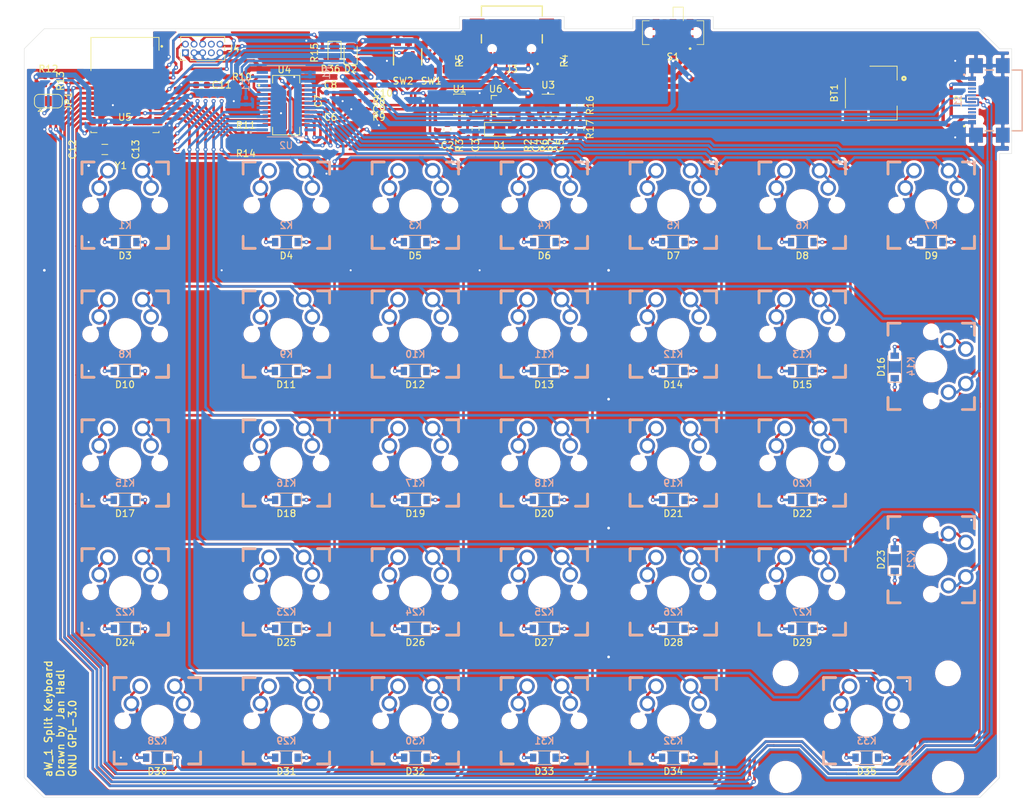
<source format=kicad_pcb>
(kicad_pcb (version 20171130) (host pcbnew "(5.1.6)-1")
  (title_block (title "aW_1 Split Keyboard") (rev v1.0) (company "Author: Jan Hadl") (comment 1 "License: GNU GPL-3.0"))
  (layers (0 F.Cu signal) (31 B.Cu signal) (34 B.Paste user) (35 F.Paste user) (36 B.SilkS user) (37 F.SilkS user) (38 B.Mask user) (39 F.Mask user) (44 Edge.Cuts user))
  (net 0 "")
  (net 1 GND)
  (net 2 +BATT)
  (net 3 +3V3)
  (net 4 "Net-(C3-Pad1)")
  (net 5 VBUS)
  (net 6 "Net-(C6-Pad1)")
  (net 7 /main_usb_dn)
  (net 8 /main_usb_dp)
  (net 9 "Net-(C12-Pad1)")
  (net 10 "Net-(C13-Pad1)")
  (net 11 "Net-(D2-Pad1)")
  (net 12 "Net-(D3-Pad2)")
  (net 13 /col0)
  (net 14 /col1)
  (net 15 "Net-(D4-Pad2)")
  (net 16 "Net-(D5-Pad2)")
  (net 17 /col2)
  (net 18 /col3)
  (net 19 "Net-(D6-Pad2)")
  (net 20 /col4)
  (net 21 "Net-(D7-Pad2)")
  (net 22 "Net-(D8-Pad2)")
  (net 23 /col5)
  (net 24 /col6)
  (net 25 "Net-(D9-Pad2)")
  (net 26 "Net-(D10-Pad2)")
  (net 27 "Net-(D11-Pad2)")
  (net 28 "Net-(D12-Pad2)")
  (net 29 "Net-(D13-Pad2)")
  (net 30 "Net-(D14-Pad2)")
  (net 31 "Net-(D15-Pad2)")
  (net 32 "Net-(D16-Pad2)")
  (net 33 "Net-(D17-Pad2)")
  (net 34 "Net-(D18-Pad2)")
  (net 35 "Net-(D19-Pad2)")
  (net 36 "Net-(D20-Pad2)")
  (net 37 "Net-(D21-Pad2)")
  (net 38 "Net-(D22-Pad2)")
  (net 39 "Net-(D23-Pad2)")
  (net 40 "Net-(D24-Pad2)")
  (net 41 "Net-(D25-Pad2)")
  (net 42 "Net-(D26-Pad2)")
  (net 43 "Net-(D27-Pad2)")
  (net 44 "Net-(D28-Pad2)")
  (net 45 "Net-(D29-Pad2)")
  (net 46 "Net-(D30-Pad2)")
  (net 47 "Net-(D31-Pad2)")
  (net 48 "Net-(D32-Pad2)")
  (net 49 "Net-(D33-Pad2)")
  (net 50 "Net-(D34-Pad2)")
  (net 51 "Net-(D35-Pad2)")
  (net 52 "Net-(D36-Pad2)")
  (net 53 /scl_left)
  (net 54 /sda_left)
  (net 55 "Net-(J1-PadA8)")
  (net 56 "Net-(J1-PadA5)")
  (net 57 "Net-(J1-PadB5)")
  (net 58 "Net-(J1-PadB8)")
  (net 59 "Net-(J2-PadB8)")
  (net 60 "Net-(J2-PadB5)")
  (net 61 "Net-(J2-PadA5)")
  (net 62 "Net-(J2-PadA8)")
  (net 63 /scl_right)
  (net 64 /sda_right)
  (net 65 "Net-(J3-PadB8)")
  (net 66 "Net-(J3-PadB5)")
  (net 67 "Net-(J3-PadA5)")
  (net 68 "Net-(J3-PadA8)")
  (net 69 /swdio)
  (net 70 /swdclk)
  (net 71 /swo)
  (net 72 "Net-(J4-Pad7)")
  (net 73 "Net-(J4-Pad8)")
  (net 74 /reset)
  (net 75 "Net-(JP1-Pad2)")
  (net 76 /row0)
  (net 77 /row1)
  (net 78 /row2)
  (net 79 /row3)
  (net 80 /row4)
  (net 81 "Net-(R1-Pad2)")
  (net 82 "Net-(R3-Pad2)")
  (net 83 "Net-(R6-Pad2)")
  (net 84 "Net-(R7-Pad1)")
  (net 85 "Net-(R8-Pad1)")
  (net 86 "Net-(R9-Pad1)")
  (net 87 "Net-(R11-Pad1)")
  (net 88 /uart_tx)
  (net 89 "Net-(R14-Pad1)")
  (net 90 /uart_rx)
  (net 91 /led1)
  (net 92 /btn2)
  (net 93 "Net-(U2-Pad6)")
  (net 94 "Net-(U2-Pad7)")
  (net 95 "Net-(U2-Pad8)")
  (net 96 "Net-(U2-Pad19)")
  (net 97 "Net-(U2-Pad20)")
  (net 98 "Net-(U2-Pad28)")
  (net 99 "Net-(U4-Pad1)")
  (net 100 /uart_cts)
  (net 101 "Net-(U4-Pad5)")
  (net 102 "Net-(U4-Pad7)")
  (net 103 "Net-(U4-Pad8)")
  (net 104 /uart_rts)
  (net 105 "Net-(U4-Pad10)")
  (net 106 "Net-(U4-Pad17)")
  (net 107 "Net-(U4-Pad18)")
  (net 108 "Net-(U4-Pad19)")
  (net 109 "Net-(U5-Pad2)")
  (net 110 "Net-(U5-Pad3)")
  (net 111 "Net-(U5-Pad15)")
  (net 112 "Net-(U5-Pad38)")
  (net 113 "Net-(U5-Pad23)")
  (net 114 "Net-(U5-Pad8)")
  (net 115 VDC)
  (net 116 "Net-(C2-Pad1)")
  (net 117 "Net-(S1-Pad6)")
  (net 118 "Net-(S1-Pad3)")
  (net 119 /bsense)
  (net 120 "Net-(S1-Pad5)")
  (net 121 "Net-(S1-Pad4)")
  (module Resistor_SMD:R_0402_1005Metric (layer F.Cu) (at 74.01725 39.673246 180)
    (fp_text reference R12 (at 0 1.184276) (layer F.SilkS) (effects (font (thickness 0.16))))
    (fp_text value 4.7k)
    (pad 1 smd roundrect (at -0.485 0 180) (size 0.59 0.64) (layers F.Cu F.Paste F.Mask) (net 64 /sda_right))
    (pad 2 smd roundrect (at 0.485 0 180) (size 0.59 0.64) (layers F.Cu F.Paste F.Mask) (net 3 +3V3))
  )
  (module snap-eda:SOT23 (layer F.Cu) (at 139.744568 43.818212 90)
    (fp_text reference U6 (at 2.368552 0 180) (layer F.SilkS) (effects (font (size 1.003512 1.003512))))
    (fp_text value DMP2035U-7)
    (pad 1 smd rect (at -0.95 1.1 90) (size 1 1.4) (layers F.Cu F.Paste F.Mask) (net 5 VBUS))
    (pad 2 smd rect (at 0.95 1.1 90) (size 1 1.4) (layers F.Cu F.Paste F.Mask) (net 2 +BATT))
    (pad 3 smd rect (at 0 -1.1 90) (size 1 1.4) (layers F.Cu F.Paste F.Mask) (net 4 "Net-(C3-Pad1)"))
  )
  (module keebs:Mx_Alps_200 (layer F.Cu) (at 194.252822 134.321454)
    (fp_text reference K33 (at 0 2.9605) (layer B.SilkS) (effects (font (thickness 0.2)) (justify mirror)))
    (fp_text value KEYSW hide)
    (pad 2 thru_hole circle (at 2.54 -5.08) (size 2.286 2.286) (drill 1.4986) (layers *.Cu *.Mask) (net 80 /row4))
    (pad 2 thru_hole circle (at 3.81 -2.54) (size 2.286 2.286) (drill 1.4986) (layers *.Cu *.Mask) (net 80 /row4))
    (pad 1 thru_hole circle (at -2.54 -5.08) (size 2.286 2.286) (drill 1.4986) (layers *.Cu *.Mask) (net 51 "Net-(D35-Pad2)"))
    (pad 1 thru_hole circle (at -3.81 -2.54) (size 2.286 2.286) (drill 1.4986) (layers *.Cu *.Mask) (net 51 "Net-(D35-Pad2)"))
    (pad HOLE np_thru_hole circle (at 11.938 8.255) (size 3.9878 3.9878) (drill 3.9878) (layers *.Cu))
    (pad HOLE np_thru_hole circle (at -11.938 8.255) (size 3.9878 3.9878) (drill 3.9878) (layers *.Cu))
    (pad HOLE np_thru_hole circle (at 11.938 -6.985) (size 3.048 3.048) (drill 3.048) (layers *.Cu))
    (pad HOLE np_thru_hole circle (at -11.938 -6.985) (size 3.048 3.048) (drill 3.048) (layers *.Cu))
    (pad HOLE np_thru_hole circle (at 5.08 0) (size 1.7018 1.7018) (drill 1.7018) (layers *.Cu))
    (pad HOLE np_thru_hole circle (at -5.08 0) (size 1.7018 1.7018) (drill 1.7018) (layers *.Cu))
    (pad HOLE np_thru_hole circle (at 0 0) (size 3.9878 3.9878) (drill 3.9878) (layers *.Cu))
  )
  (module Resistor_SMD:R_0603_1608Metric (layer F.Cu) (at 152.179466 47.37104 270)
    (fp_text reference R17 (at 0 -1.43 90) (layer F.SilkS))
    (fp_text value 2M)
    (pad 2 smd roundrect (at 0.7875 0 270) (size 0.875 0.95) (layers F.Cu F.Paste F.Mask) (net 1 GND))
    (pad 1 smd roundrect (at -0.7875 0 270) (size 0.875 0.95) (layers F.Cu F.Paste F.Mask) (net 119 /bsense))
  )
  (module Resistor_SMD:R_0603_1608Metric (layer F.Cu) (at 152.179466 43.818212 270)
    (fp_text reference R16 (at 0 -1.43 90) (layer F.SilkS))
    (fp_text value 806K)
    (pad 2 smd roundrect (at 0.7875 0 270) (size 0.875 0.95) (layers F.Cu F.Paste F.Mask) (net 119 /bsense))
    (pad 1 smd roundrect (at -0.7875 0 270) (size 0.875 0.95) (layers F.Cu F.Paste F.Mask) (net 2 +BATT))
  )
  (module keebs:Mx_Alps_100 (layer F.Cu) (at 127.933422 58.527854)
    (fp_text reference K3 (at 0 2.9605) (layer B.SilkS) (effects (font (thickness 0.2)) (justify mirror)))
    (fp_text value KEYSW hide)
    (pad 2 thru_hole circle (at 2.54 -5.08) (size 2.286 2.286) (drill 1.4986) (layers *.Cu *.Mask) (net 76 /row0))
    (pad 2 thru_hole circle (at 3.81 -2.54) (size 2.286 2.286) (drill 1.4986) (layers *.Cu *.Mask) (net 76 /row0))
    (pad 1 thru_hole circle (at -2.54 -5.08) (size 2.286 2.286) (drill 1.4986) (layers *.Cu *.Mask) (net 16 "Net-(D5-Pad2)"))
    (pad 1 thru_hole circle (at -3.81 -2.54) (size 2.286 2.286) (drill 1.4986) (layers *.Cu *.Mask) (net 16 "Net-(D5-Pad2)"))
    (pad HOLE np_thru_hole circle (at 5.08 0) (size 1.7018 1.7018) (drill 1.7018) (layers *.Cu))
    (pad HOLE np_thru_hole circle (at -5.08 0) (size 1.7018 1.7018) (drill 1.7018) (layers *.Cu))
    (pad HOLE np_thru_hole circle (at 0 0) (size 3.9878 3.9878) (drill 3.9878) (layers *.Cu))
  )
  (module keebs:Mx_Alps_100 (layer F.Cu) (at 184.778622 77.476254)
    (fp_text reference K13 (at 0 2.9605) (layer B.SilkS) (effects (font (thickness 0.2)) (justify mirror)))
    (fp_text value KEYSW hide)
    (pad 2 thru_hole circle (at 2.54 -5.08) (size 2.286 2.286) (drill 1.4986) (layers *.Cu *.Mask) (net 77 /row1))
    (pad 2 thru_hole circle (at 3.81 -2.54) (size 2.286 2.286) (drill 1.4986) (layers *.Cu *.Mask) (net 77 /row1))
    (pad 1 thru_hole circle (at -2.54 -5.08) (size 2.286 2.286) (drill 1.4986) (layers *.Cu *.Mask) (net 31 "Net-(D15-Pad2)"))
    (pad 1 thru_hole circle (at -3.81 -2.54) (size 2.286 2.286) (drill 1.4986) (layers *.Cu *.Mask) (net 31 "Net-(D15-Pad2)"))
    (pad HOLE np_thru_hole circle (at 5.08 0) (size 1.7018 1.7018) (drill 1.7018) (layers *.Cu))
    (pad HOLE np_thru_hole circle (at -5.08 0) (size 1.7018 1.7018) (drill 1.7018) (layers *.Cu))
    (pad HOLE np_thru_hole circle (at 0 0) (size 3.9878 3.9878) (drill 3.9878) (layers *.Cu))
  )
  (module keebs:Mx_Alps_100 (layer F.Cu) (at 203.727022 58.527854)
    (fp_text reference K7 (at 0 2.9605) (layer B.SilkS) (effects (font (thickness 0.2)) (justify mirror)))
    (fp_text value KEYSW hide)
    (pad 2 thru_hole circle (at 2.54 -5.08) (size 2.286 2.286) (drill 1.4986) (layers *.Cu *.Mask) (net 76 /row0))
    (pad 2 thru_hole circle (at 3.81 -2.54) (size 2.286 2.286) (drill 1.4986) (layers *.Cu *.Mask) (net 76 /row0))
    (pad 1 thru_hole circle (at -2.54 -5.08) (size 2.286 2.286) (drill 1.4986) (layers *.Cu *.Mask) (net 25 "Net-(D9-Pad2)"))
    (pad 1 thru_hole circle (at -3.81 -2.54) (size 2.286 2.286) (drill 1.4986) (layers *.Cu *.Mask) (net 25 "Net-(D9-Pad2)"))
    (pad HOLE np_thru_hole circle (at 5.08 0) (size 1.7018 1.7018) (drill 1.7018) (layers *.Cu))
    (pad HOLE np_thru_hole circle (at -5.08 0) (size 1.7018 1.7018) (drill 1.7018) (layers *.Cu))
    (pad HOLE np_thru_hole circle (at 0 0) (size 3.9878 3.9878) (drill 3.9878) (layers *.Cu))
  )
  (module keebs:Mx_Alps_100 (layer F.Cu) (at 165.830222 77.476254)
    (fp_text reference K12 (at 0 2.9605) (layer B.SilkS) (effects (font (thickness 0.2)) (justify mirror)))
    (fp_text value KEYSW hide)
    (pad 2 thru_hole circle (at 2.54 -5.08) (size 2.286 2.286) (drill 1.4986) (layers *.Cu *.Mask) (net 77 /row1))
    (pad 2 thru_hole circle (at 3.81 -2.54) (size 2.286 2.286) (drill 1.4986) (layers *.Cu *.Mask) (net 77 /row1))
    (pad 1 thru_hole circle (at -2.54 -5.08) (size 2.286 2.286) (drill 1.4986) (layers *.Cu *.Mask) (net 30 "Net-(D14-Pad2)"))
    (pad 1 thru_hole circle (at -3.81 -2.54) (size 2.286 2.286) (drill 1.4986) (layers *.Cu *.Mask) (net 30 "Net-(D14-Pad2)"))
    (pad HOLE np_thru_hole circle (at 5.08 0) (size 1.7018 1.7018) (drill 1.7018) (layers *.Cu))
    (pad HOLE np_thru_hole circle (at -5.08 0) (size 1.7018 1.7018) (drill 1.7018) (layers *.Cu))
    (pad HOLE np_thru_hole circle (at 0 0) (size 3.9878 3.9878) (drill 3.9878) (layers *.Cu))
  )
  (module keebs:Mx_Alps_100 (layer F.Cu) (at 146.881822 58.527854)
    (fp_text reference K4 (at 0 2.9605) (layer B.SilkS) (effects (font (thickness 0.2)) (justify mirror)))
    (fp_text value KEYSW hide)
    (pad 2 thru_hole circle (at 2.54 -5.08) (size 2.286 2.286) (drill 1.4986) (layers *.Cu *.Mask) (net 76 /row0))
    (pad 2 thru_hole circle (at 3.81 -2.54) (size 2.286 2.286) (drill 1.4986) (layers *.Cu *.Mask) (net 76 /row0))
    (pad 1 thru_hole circle (at -2.54 -5.08) (size 2.286 2.286) (drill 1.4986) (layers *.Cu *.Mask) (net 19 "Net-(D6-Pad2)"))
    (pad 1 thru_hole circle (at -3.81 -2.54) (size 2.286 2.286) (drill 1.4986) (layers *.Cu *.Mask) (net 19 "Net-(D6-Pad2)"))
    (pad HOLE np_thru_hole circle (at 5.08 0) (size 1.7018 1.7018) (drill 1.7018) (layers *.Cu))
    (pad HOLE np_thru_hole circle (at -5.08 0) (size 1.7018 1.7018) (drill 1.7018) (layers *.Cu))
    (pad HOLE np_thru_hole circle (at 0 0) (size 3.9878 3.9878) (drill 3.9878) (layers *.Cu))
  )
  (module keebs:Mx_Alps_100 (layer F.Cu) (at 108.985022 96.424654)
    (fp_text reference K16 (at 0 2.9605) (layer B.SilkS) (effects (font (thickness 0.2)) (justify mirror)))
    (fp_text value KEYSW hide)
    (pad 2 thru_hole circle (at 2.54 -5.08) (size 2.286 2.286) (drill 1.4986) (layers *.Cu *.Mask) (net 78 /row2))
    (pad 2 thru_hole circle (at 3.81 -2.54) (size 2.286 2.286) (drill 1.4986) (layers *.Cu *.Mask) (net 78 /row2))
    (pad 1 thru_hole circle (at -2.54 -5.08) (size 2.286 2.286) (drill 1.4986) (layers *.Cu *.Mask) (net 34 "Net-(D18-Pad2)"))
    (pad 1 thru_hole circle (at -3.81 -2.54) (size 2.286 2.286) (drill 1.4986) (layers *.Cu *.Mask) (net 34 "Net-(D18-Pad2)"))
    (pad HOLE np_thru_hole circle (at 5.08 0) (size 1.7018 1.7018) (drill 1.7018) (layers *.Cu))
    (pad HOLE np_thru_hole circle (at -5.08 0) (size 1.7018 1.7018) (drill 1.7018) (layers *.Cu))
    (pad HOLE np_thru_hole circle (at 0 0) (size 3.9878 3.9878) (drill 3.9878) (layers *.Cu))
  )
  (module keebs:Mx_Alps_100 (layer F.Cu) (at 127.933422 96.424654)
    (fp_text reference K17 (at 0 2.9605) (layer B.SilkS) (effects (font (thickness 0.2)) (justify mirror)))
    (fp_text value KEYSW hide)
    (pad 2 thru_hole circle (at 2.54 -5.08) (size 2.286 2.286) (drill 1.4986) (layers *.Cu *.Mask) (net 78 /row2))
    (pad 2 thru_hole circle (at 3.81 -2.54) (size 2.286 2.286) (drill 1.4986) (layers *.Cu *.Mask) (net 78 /row2))
    (pad 1 thru_hole circle (at -2.54 -5.08) (size 2.286 2.286) (drill 1.4986) (layers *.Cu *.Mask) (net 35 "Net-(D19-Pad2)"))
    (pad 1 thru_hole circle (at -3.81 -2.54) (size 2.286 2.286) (drill 1.4986) (layers *.Cu *.Mask) (net 35 "Net-(D19-Pad2)"))
    (pad HOLE np_thru_hole circle (at 5.08 0) (size 1.7018 1.7018) (drill 1.7018) (layers *.Cu))
    (pad HOLE np_thru_hole circle (at -5.08 0) (size 1.7018 1.7018) (drill 1.7018) (layers *.Cu))
    (pad HOLE np_thru_hole circle (at 0 0) (size 3.9878 3.9878) (drill 3.9878) (layers *.Cu))
  )
  (module keebs:Mx_Alps_100 (layer F.Cu) (at 184.778622 96.424654)
    (fp_text reference K20 (at 0 2.9605) (layer B.SilkS) (effects (font (thickness 0.2)) (justify mirror)))
    (fp_text value KEYSW hide)
    (pad 2 thru_hole circle (at 2.54 -5.08) (size 2.286 2.286) (drill 1.4986) (layers *.Cu *.Mask) (net 78 /row2))
    (pad 2 thru_hole circle (at 3.81 -2.54) (size 2.286 2.286) (drill 1.4986) (layers *.Cu *.Mask) (net 78 /row2))
    (pad 1 thru_hole circle (at -2.54 -5.08) (size 2.286 2.286) (drill 1.4986) (layers *.Cu *.Mask) (net 38 "Net-(D22-Pad2)"))
    (pad 1 thru_hole circle (at -3.81 -2.54) (size 2.286 2.286) (drill 1.4986) (layers *.Cu *.Mask) (net 38 "Net-(D22-Pad2)"))
    (pad HOLE np_thru_hole circle (at 5.08 0) (size 1.7018 1.7018) (drill 1.7018) (layers *.Cu))
    (pad HOLE np_thru_hole circle (at -5.08 0) (size 1.7018 1.7018) (drill 1.7018) (layers *.Cu))
    (pad HOLE np_thru_hole circle (at 0 0) (size 3.9878 3.9878) (drill 3.9878) (layers *.Cu))
  )
  (module keebs:Mx_Alps_100 (layer F.Cu) (at 165.830222 58.527854)
    (fp_text reference K5 (at 0 2.9605) (layer B.SilkS) (effects (font (thickness 0.2)) (justify mirror)))
    (fp_text value KEYSW hide)
    (pad 2 thru_hole circle (at 2.54 -5.08) (size 2.286 2.286) (drill 1.4986) (layers *.Cu *.Mask) (net 76 /row0))
    (pad 2 thru_hole circle (at 3.81 -2.54) (size 2.286 2.286) (drill 1.4986) (layers *.Cu *.Mask) (net 76 /row0))
    (pad 1 thru_hole circle (at -2.54 -5.08) (size 2.286 2.286) (drill 1.4986) (layers *.Cu *.Mask) (net 21 "Net-(D7-Pad2)"))
    (pad 1 thru_hole circle (at -3.81 -2.54) (size 2.286 2.286) (drill 1.4986) (layers *.Cu *.Mask) (net 21 "Net-(D7-Pad2)"))
    (pad HOLE np_thru_hole circle (at 5.08 0) (size 1.7018 1.7018) (drill 1.7018) (layers *.Cu))
    (pad HOLE np_thru_hole circle (at -5.08 0) (size 1.7018 1.7018) (drill 1.7018) (layers *.Cu))
    (pad HOLE np_thru_hole circle (at 0 0) (size 3.9878 3.9878) (drill 3.9878) (layers *.Cu))
  )
  (module keebs:Mx_Alps_100 (layer F.Cu) (at 146.881822 77.476254)
    (fp_text reference K11 (at 0 2.9605) (layer B.SilkS) (effects (font (thickness 0.2)) (justify mirror)))
    (fp_text value KEYSW hide)
    (pad 2 thru_hole circle (at 2.54 -5.08) (size 2.286 2.286) (drill 1.4986) (layers *.Cu *.Mask) (net 77 /row1))
    (pad 2 thru_hole circle (at 3.81 -2.54) (size 2.286 2.286) (drill 1.4986) (layers *.Cu *.Mask) (net 77 /row1))
    (pad 1 thru_hole circle (at -2.54 -5.08) (size 2.286 2.286) (drill 1.4986) (layers *.Cu *.Mask) (net 29 "Net-(D13-Pad2)"))
    (pad 1 thru_hole circle (at -3.81 -2.54) (size 2.286 2.286) (drill 1.4986) (layers *.Cu *.Mask) (net 29 "Net-(D13-Pad2)"))
    (pad HOLE np_thru_hole circle (at 5.08 0) (size 1.7018 1.7018) (drill 1.7018) (layers *.Cu))
    (pad HOLE np_thru_hole circle (at -5.08 0) (size 1.7018 1.7018) (drill 1.7018) (layers *.Cu))
    (pad HOLE np_thru_hole circle (at 0 0) (size 3.9878 3.9878) (drill 3.9878) (layers *.Cu))
  )
  (module keebs:Mx_Alps_100 (layer F.Cu) (at 165.830222 96.424654)
    (fp_text reference K19 (at 0 2.9605) (layer B.SilkS) (effects (font (thickness 0.2)) (justify mirror)))
    (fp_text value KEYSW hide)
    (pad 2 thru_hole circle (at 2.54 -5.08) (size 2.286 2.286) (drill 1.4986) (layers *.Cu *.Mask) (net 78 /row2))
    (pad 2 thru_hole circle (at 3.81 -2.54) (size 2.286 2.286) (drill 1.4986) (layers *.Cu *.Mask) (net 78 /row2))
    (pad 1 thru_hole circle (at -2.54 -5.08) (size 2.286 2.286) (drill 1.4986) (layers *.Cu *.Mask) (net 37 "Net-(D21-Pad2)"))
    (pad 1 thru_hole circle (at -3.81 -2.54) (size 2.286 2.286) (drill 1.4986) (layers *.Cu *.Mask) (net 37 "Net-(D21-Pad2)"))
    (pad HOLE np_thru_hole circle (at 5.08 0) (size 1.7018 1.7018) (drill 1.7018) (layers *.Cu))
    (pad HOLE np_thru_hole circle (at -5.08 0) (size 1.7018 1.7018) (drill 1.7018) (layers *.Cu))
    (pad HOLE np_thru_hole circle (at 0 0) (size 3.9878 3.9878) (drill 3.9878) (layers *.Cu))
  )
  (module keebs:Mx_Alps_100 (layer F.Cu) (at 146.881822 96.424654)
    (fp_text reference K18 (at 0 2.9605) (layer B.SilkS) (effects (font (thickness 0.2)) (justify mirror)))
    (fp_text value KEYSW hide)
    (pad 2 thru_hole circle (at 2.54 -5.08) (size 2.286 2.286) (drill 1.4986) (layers *.Cu *.Mask) (net 78 /row2))
    (pad 2 thru_hole circle (at 3.81 -2.54) (size 2.286 2.286) (drill 1.4986) (layers *.Cu *.Mask) (net 78 /row2))
    (pad 1 thru_hole circle (at -2.54 -5.08) (size 2.286 2.286) (drill 1.4986) (layers *.Cu *.Mask) (net 36 "Net-(D20-Pad2)"))
    (pad 1 thru_hole circle (at -3.81 -2.54) (size 2.286 2.286) (drill 1.4986) (layers *.Cu *.Mask) (net 36 "Net-(D20-Pad2)"))
    (pad HOLE np_thru_hole circle (at 5.08 0) (size 1.7018 1.7018) (drill 1.7018) (layers *.Cu))
    (pad HOLE np_thru_hole circle (at -5.08 0) (size 1.7018 1.7018) (drill 1.7018) (layers *.Cu))
    (pad HOLE np_thru_hole circle (at 0 0) (size 3.9878 3.9878) (drill 3.9878) (layers *.Cu))
  )
  (module keebs:Mx_Alps_100 (layer F.Cu) (at 184.778622 58.527854)
    (fp_text reference K6 (at 0 2.9605) (layer B.SilkS) (effects (font (thickness 0.2)) (justify mirror)))
    (fp_text value KEYSW hide)
    (pad 2 thru_hole circle (at 2.54 -5.08) (size 2.286 2.286) (drill 1.4986) (layers *.Cu *.Mask) (net 76 /row0))
    (pad 2 thru_hole circle (at 3.81 -2.54) (size 2.286 2.286) (drill 1.4986) (layers *.Cu *.Mask) (net 76 /row0))
    (pad 1 thru_hole circle (at -2.54 -5.08) (size 2.286 2.286) (drill 1.4986) (layers *.Cu *.Mask) (net 22 "Net-(D8-Pad2)"))
    (pad 1 thru_hole circle (at -3.81 -2.54) (size 2.286 2.286) (drill 1.4986) (layers *.Cu *.Mask) (net 22 "Net-(D8-Pad2)"))
    (pad HOLE np_thru_hole circle (at 5.08 0) (size 1.7018 1.7018) (drill 1.7018) (layers *.Cu))
    (pad HOLE np_thru_hole circle (at -5.08 0) (size 1.7018 1.7018) (drill 1.7018) (layers *.Cu))
    (pad HOLE np_thru_hole circle (at 0 0) (size 3.9878 3.9878) (drill 3.9878) (layers *.Cu))
  )
  (module keebs:Mx_Alps_100 (layer F.Cu) (at 108.985022 77.476254)
    (fp_text reference K9 (at 0 2.9605) (layer B.SilkS) (effects (font (thickness 0.2)) (justify mirror)))
    (fp_text value KEYSW hide)
    (pad 2 thru_hole circle (at 2.54 -5.08) (size 2.286 2.286) (drill 1.4986) (layers *.Cu *.Mask) (net 77 /row1))
    (pad 2 thru_hole circle (at 3.81 -2.54) (size 2.286 2.286) (drill 1.4986) (layers *.Cu *.Mask) (net 77 /row1))
    (pad 1 thru_hole circle (at -2.54 -5.08) (size 2.286 2.286) (drill 1.4986) (layers *.Cu *.Mask) (net 27 "Net-(D11-Pad2)"))
    (pad 1 thru_hole circle (at -3.81 -2.54) (size 2.286 2.286) (drill 1.4986) (layers *.Cu *.Mask) (net 27 "Net-(D11-Pad2)"))
    (pad HOLE np_thru_hole circle (at 5.08 0) (size 1.7018 1.7018) (drill 1.7018) (layers *.Cu))
    (pad HOLE np_thru_hole circle (at -5.08 0) (size 1.7018 1.7018) (drill 1.7018) (layers *.Cu))
    (pad HOLE np_thru_hole circle (at 0 0) (size 3.9878 3.9878) (drill 3.9878) (layers *.Cu))
  )
  (module keebs:Mx_Alps_100 (layer F.Cu) (at 127.933422 77.476254)
    (fp_text reference K10 (at 0 2.9605) (layer B.SilkS) (effects (font (thickness 0.2)) (justify mirror)))
    (fp_text value KEYSW hide)
    (pad 2 thru_hole circle (at 2.54 -5.08) (size 2.286 2.286) (drill 1.4986) (layers *.Cu *.Mask) (net 77 /row1))
    (pad 2 thru_hole circle (at 3.81 -2.54) (size 2.286 2.286) (drill 1.4986) (layers *.Cu *.Mask) (net 77 /row1))
    (pad 1 thru_hole circle (at -2.54 -5.08) (size 2.286 2.286) (drill 1.4986) (layers *.Cu *.Mask) (net 28 "Net-(D12-Pad2)"))
    (pad 1 thru_hole circle (at -3.81 -2.54) (size 2.286 2.286) (drill 1.4986) (layers *.Cu *.Mask) (net 28 "Net-(D12-Pad2)"))
    (pad HOLE np_thru_hole circle (at 5.08 0) (size 1.7018 1.7018) (drill 1.7018) (layers *.Cu))
    (pad HOLE np_thru_hole circle (at -5.08 0) (size 1.7018 1.7018) (drill 1.7018) (layers *.Cu))
    (pad HOLE np_thru_hole circle (at 0 0) (size 3.9878 3.9878) (drill 3.9878) (layers *.Cu))
  )
  (module keebs:Mx_Alps_100 (layer F.Cu) (at 108.985022 58.527854)
    (fp_text reference K2 (at 0 2.9605) (layer B.SilkS) (effects (font (thickness 0.2)) (justify mirror)))
    (fp_text value KEYSW hide)
    (pad 2 thru_hole circle (at 2.54 -5.08) (size 2.286 2.286) (drill 1.4986) (layers *.Cu *.Mask) (net 76 /row0))
    (pad 2 thru_hole circle (at 3.81 -2.54) (size 2.286 2.286) (drill 1.4986) (layers *.Cu *.Mask) (net 76 /row0))
    (pad 1 thru_hole circle (at -2.54 -5.08) (size 2.286 2.286) (drill 1.4986) (layers *.Cu *.Mask) (net 15 "Net-(D4-Pad2)"))
    (pad 1 thru_hole circle (at -3.81 -2.54) (size 2.286 2.286) (drill 1.4986) (layers *.Cu *.Mask) (net 15 "Net-(D4-Pad2)"))
    (pad HOLE np_thru_hole circle (at 5.08 0) (size 1.7018 1.7018) (drill 1.7018) (layers *.Cu))
    (pad HOLE np_thru_hole circle (at -5.08 0) (size 1.7018 1.7018) (drill 1.7018) (layers *.Cu))
    (pad HOLE np_thru_hole circle (at 0 0) (size 3.9878 3.9878) (drill 3.9878) (layers *.Cu))
  )
  (module keebs:Mx_Alps_100 (layer F.Cu) (at 90.036622 134.321454)
    (fp_text reference K28 (at 0 2.9605) (layer B.SilkS) (effects (font (thickness 0.2)) (justify mirror)))
    (fp_text value KEYSW hide)
    (pad 2 thru_hole circle (at 2.54 -5.08) (size 2.286 2.286) (drill 1.4986) (layers *.Cu *.Mask) (net 80 /row4))
    (pad 2 thru_hole circle (at 3.81 -2.54) (size 2.286 2.286) (drill 1.4986) (layers *.Cu *.Mask) (net 80 /row4))
    (pad 1 thru_hole circle (at -2.54 -5.08) (size 2.286 2.286) (drill 1.4986) (layers *.Cu *.Mask) (net 46 "Net-(D30-Pad2)"))
    (pad 1 thru_hole circle (at -3.81 -2.54) (size 2.286 2.286) (drill 1.4986) (layers *.Cu *.Mask) (net 46 "Net-(D30-Pad2)"))
    (pad HOLE np_thru_hole circle (at 5.08 0) (size 1.7018 1.7018) (drill 1.7018) (layers *.Cu))
    (pad HOLE np_thru_hole circle (at -5.08 0) (size 1.7018 1.7018) (drill 1.7018) (layers *.Cu))
    (pad HOLE np_thru_hole circle (at 0 0) (size 3.9878 3.9878) (drill 3.9878) (layers *.Cu))
  )
  (module keebs:Mx_Alps_100 (layer F.Cu) (at 127.933422 134.321454)
    (fp_text reference K30 (at 0 2.9605) (layer B.SilkS) (effects (font (thickness 0.2)) (justify mirror)))
    (fp_text value KEYSW hide)
    (pad 2 thru_hole circle (at 2.54 -5.08) (size 2.286 2.286) (drill 1.4986) (layers *.Cu *.Mask) (net 80 /row4))
    (pad 2 thru_hole circle (at 3.81 -2.54) (size 2.286 2.286) (drill 1.4986) (layers *.Cu *.Mask) (net 80 /row4))
    (pad 1 thru_hole circle (at -2.54 -5.08) (size 2.286 2.286) (drill 1.4986) (layers *.Cu *.Mask) (net 48 "Net-(D32-Pad2)"))
    (pad 1 thru_hole circle (at -3.81 -2.54) (size 2.286 2.286) (drill 1.4986) (layers *.Cu *.Mask) (net 48 "Net-(D32-Pad2)"))
    (pad HOLE np_thru_hole circle (at 5.08 0) (size 1.7018 1.7018) (drill 1.7018) (layers *.Cu))
    (pad HOLE np_thru_hole circle (at -5.08 0) (size 1.7018 1.7018) (drill 1.7018) (layers *.Cu))
    (pad HOLE np_thru_hole circle (at 0 0) (size 3.9878 3.9878) (drill 3.9878) (layers *.Cu))
  )
  (module keebs:Mx_Alps_100 (layer F.Cu) (at 108.985022 115.373054)
    (fp_text reference K23 (at 0 2.9605) (layer B.SilkS) (effects (font (thickness 0.2)) (justify mirror)))
    (fp_text value KEYSW hide)
    (pad 2 thru_hole circle (at 2.54 -5.08) (size 2.286 2.286) (drill 1.4986) (layers *.Cu *.Mask) (net 79 /row3))
    (pad 2 thru_hole circle (at 3.81 -2.54) (size 2.286 2.286) (drill 1.4986) (layers *.Cu *.Mask) (net 79 /row3))
    (pad 1 thru_hole circle (at -2.54 -5.08) (size 2.286 2.286) (drill 1.4986) (layers *.Cu *.Mask) (net 41 "Net-(D25-Pad2)"))
    (pad 1 thru_hole circle (at -3.81 -2.54) (size 2.286 2.286) (drill 1.4986) (layers *.Cu *.Mask) (net 41 "Net-(D25-Pad2)"))
    (pad HOLE np_thru_hole circle (at 5.08 0) (size 1.7018 1.7018) (drill 1.7018) (layers *.Cu))
    (pad HOLE np_thru_hole circle (at -5.08 0) (size 1.7018 1.7018) (drill 1.7018) (layers *.Cu))
    (pad HOLE np_thru_hole circle (at 0 0) (size 3.9878 3.9878) (drill 3.9878) (layers *.Cu))
  )
  (module keebs:Mx_Alps_100 (layer F.Cu) (at 165.830222 134.321454)
    (fp_text reference K32 (at 0 2.9605) (layer B.SilkS) (effects (font (thickness 0.2)) (justify mirror)))
    (fp_text value KEYSW hide)
    (pad 2 thru_hole circle (at 2.54 -5.08) (size 2.286 2.286) (drill 1.4986) (layers *.Cu *.Mask) (net 80 /row4))
    (pad 2 thru_hole circle (at 3.81 -2.54) (size 2.286 2.286) (drill 1.4986) (layers *.Cu *.Mask) (net 80 /row4))
    (pad 1 thru_hole circle (at -2.54 -5.08) (size 2.286 2.286) (drill 1.4986) (layers *.Cu *.Mask) (net 50 "Net-(D34-Pad2)"))
    (pad 1 thru_hole circle (at -3.81 -2.54) (size 2.286 2.286) (drill 1.4986) (layers *.Cu *.Mask) (net 50 "Net-(D34-Pad2)"))
    (pad HOLE np_thru_hole circle (at 5.08 0) (size 1.7018 1.7018) (drill 1.7018) (layers *.Cu))
    (pad HOLE np_thru_hole circle (at -5.08 0) (size 1.7018 1.7018) (drill 1.7018) (layers *.Cu))
    (pad HOLE np_thru_hole circle (at 0 0) (size 3.9878 3.9878) (drill 3.9878) (layers *.Cu))
  )
  (module keebs:Mx_Alps_100 (layer F.Cu) (at 184.778622 115.373054)
    (fp_text reference K27 (at 0 2.9605) (layer B.SilkS) (effects (font (thickness 0.2)) (justify mirror)))
    (fp_text value KEYSW hide)
    (pad 2 thru_hole circle (at 2.54 -5.08) (size 2.286 2.286) (drill 1.4986) (layers *.Cu *.Mask) (net 79 /row3))
    (pad 2 thru_hole circle (at 3.81 -2.54) (size 2.286 2.286) (drill 1.4986) (layers *.Cu *.Mask) (net 79 /row3))
    (pad 1 thru_hole circle (at -2.54 -5.08) (size 2.286 2.286) (drill 1.4986) (layers *.Cu *.Mask) (net 45 "Net-(D29-Pad2)"))
    (pad 1 thru_hole circle (at -3.81 -2.54) (size 2.286 2.286) (drill 1.4986) (layers *.Cu *.Mask) (net 45 "Net-(D29-Pad2)"))
    (pad HOLE np_thru_hole circle (at 5.08 0) (size 1.7018 1.7018) (drill 1.7018) (layers *.Cu))
    (pad HOLE np_thru_hole circle (at -5.08 0) (size 1.7018 1.7018) (drill 1.7018) (layers *.Cu))
    (pad HOLE np_thru_hole circle (at 0 0) (size 3.9878 3.9878) (drill 3.9878) (layers *.Cu))
  )
  (module keebs:Mx_Alps_100 (layer F.Cu) (at 146.881822 115.373054)
    (fp_text reference K25 (at 0 2.9605) (layer B.SilkS) (effects (font (thickness 0.2)) (justify mirror)))
    (fp_text value KEYSW hide)
    (pad 2 thru_hole circle (at 2.54 -5.08) (size 2.286 2.286) (drill 1.4986) (layers *.Cu *.Mask) (net 79 /row3))
    (pad 2 thru_hole circle (at 3.81 -2.54) (size 2.286 2.286) (drill 1.4986) (layers *.Cu *.Mask) (net 79 /row3))
    (pad 1 thru_hole circle (at -2.54 -5.08) (size 2.286 2.286) (drill 1.4986) (layers *.Cu *.Mask) (net 43 "Net-(D27-Pad2)"))
    (pad 1 thru_hole circle (at -3.81 -2.54) (size 2.286 2.286) (drill 1.4986) (layers *.Cu *.Mask) (net 43 "Net-(D27-Pad2)"))
    (pad HOLE np_thru_hole circle (at 5.08 0) (size 1.7018 1.7018) (drill 1.7018) (layers *.Cu))
    (pad HOLE np_thru_hole circle (at -5.08 0) (size 1.7018 1.7018) (drill 1.7018) (layers *.Cu))
    (pad HOLE np_thru_hole circle (at 0 0) (size 3.9878 3.9878) (drill 3.9878) (layers *.Cu))
  )
  (module keebs:Mx_Alps_100 (layer F.Cu) (at 108.985022 134.321454)
    (fp_text reference K29 (at 0 2.9605) (layer B.SilkS) (effects (font (thickness 0.2)) (justify mirror)))
    (fp_text value KEYSW hide)
    (pad 2 thru_hole circle (at 2.54 -5.08) (size 2.286 2.286) (drill 1.4986) (layers *.Cu *.Mask) (net 80 /row4))
    (pad 2 thru_hole circle (at 3.81 -2.54) (size 2.286 2.286) (drill 1.4986) (layers *.Cu *.Mask) (net 80 /row4))
    (pad 1 thru_hole circle (at -2.54 -5.08) (size 2.286 2.286) (drill 1.4986) (layers *.Cu *.Mask) (net 47 "Net-(D31-Pad2)"))
    (pad 1 thru_hole circle (at -3.81 -2.54) (size 2.286 2.286) (drill 1.4986) (layers *.Cu *.Mask) (net 47 "Net-(D31-Pad2)"))
    (pad HOLE np_thru_hole circle (at 5.08 0) (size 1.7018 1.7018) (drill 1.7018) (layers *.Cu))
    (pad HOLE np_thru_hole circle (at -5.08 0) (size 1.7018 1.7018) (drill 1.7018) (layers *.Cu))
    (pad HOLE np_thru_hole circle (at 0 0) (size 3.9878 3.9878) (drill 3.9878) (layers *.Cu))
  )
  (module keebs:Mx_Alps_100 (layer F.Cu) (at 165.830222 115.373054)
    (fp_text reference K26 (at 0 2.9605) (layer B.SilkS) (effects (font (thickness 0.2)) (justify mirror)))
    (fp_text value KEYSW hide)
    (pad 2 thru_hole circle (at 2.54 -5.08) (size 2.286 2.286) (drill 1.4986) (layers *.Cu *.Mask) (net 79 /row3))
    (pad 2 thru_hole circle (at 3.81 -2.54) (size 2.286 2.286) (drill 1.4986) (layers *.Cu *.Mask) (net 79 /row3))
    (pad 1 thru_hole circle (at -2.54 -5.08) (size 2.286 2.286) (drill 1.4986) (layers *.Cu *.Mask) (net 44 "Net-(D28-Pad2)"))
    (pad 1 thru_hole circle (at -3.81 -2.54) (size 2.286 2.286) (drill 1.4986) (layers *.Cu *.Mask) (net 44 "Net-(D28-Pad2)"))
    (pad HOLE np_thru_hole circle (at 5.08 0) (size 1.7018 1.7018) (drill 1.7018) (layers *.Cu))
    (pad HOLE np_thru_hole circle (at -5.08 0) (size 1.7018 1.7018) (drill 1.7018) (layers *.Cu))
    (pad HOLE np_thru_hole circle (at 0 0) (size 3.9878 3.9878) (drill 3.9878) (layers *.Cu))
  )
  (module keebs:Mx_Alps_100 (layer F.Cu) (at 127.933422 115.373054)
    (fp_text reference K24 (at 0 2.9605) (layer B.SilkS) (effects (font (thickness 0.2)) (justify mirror)))
    (fp_text value KEYSW hide)
    (pad 2 thru_hole circle (at 2.54 -5.08) (size 2.286 2.286) (drill 1.4986) (layers *.Cu *.Mask) (net 79 /row3))
    (pad 2 thru_hole circle (at 3.81 -2.54) (size 2.286 2.286) (drill 1.4986) (layers *.Cu *.Mask) (net 79 /row3))
    (pad 1 thru_hole circle (at -2.54 -5.08) (size 2.286 2.286) (drill 1.4986) (layers *.Cu *.Mask) (net 42 "Net-(D26-Pad2)"))
    (pad 1 thru_hole circle (at -3.81 -2.54) (size 2.286 2.286) (drill 1.4986) (layers *.Cu *.Mask) (net 42 "Net-(D26-Pad2)"))
    (pad HOLE np_thru_hole circle (at 5.08 0) (size 1.7018 1.7018) (drill 1.7018) (layers *.Cu))
    (pad HOLE np_thru_hole circle (at -5.08 0) (size 1.7018 1.7018) (drill 1.7018) (layers *.Cu))
    (pad HOLE np_thru_hole circle (at 0 0) (size 3.9878 3.9878) (drill 3.9878) (layers *.Cu))
  )
  (module keebs:Mx_Alps_100 (layer F.Cu) (at 146.881822 134.321454)
    (fp_text reference K31 (at 0 2.9605) (layer B.SilkS) (effects (font (thickness 0.2)) (justify mirror)))
    (fp_text value KEYSW hide)
    (pad 2 thru_hole circle (at 2.54 -5.08) (size 2.286 2.286) (drill 1.4986) (layers *.Cu *.Mask) (net 80 /row4))
    (pad 2 thru_hole circle (at 3.81 -2.54) (size 2.286 2.286) (drill 1.4986) (layers *.Cu *.Mask) (net 80 /row4))
    (pad 1 thru_hole circle (at -2.54 -5.08) (size 2.286 2.286) (drill 1.4986) (layers *.Cu *.Mask) (net 49 "Net-(D33-Pad2)"))
    (pad 1 thru_hole circle (at -3.81 -2.54) (size 2.286 2.286) (drill 1.4986) (layers *.Cu *.Mask) (net 49 "Net-(D33-Pad2)"))
    (pad HOLE np_thru_hole circle (at 5.08 0) (size 1.7018 1.7018) (drill 1.7018) (layers *.Cu))
    (pad HOLE np_thru_hole circle (at -5.08 0) (size 1.7018 1.7018) (drill 1.7018) (layers *.Cu))
    (pad HOLE np_thru_hole circle (at 0 0) (size 3.9878 3.9878) (drill 3.9878) (layers *.Cu))
  )
  (module keebs:Mx_Alps_150 (layer F.Cu) (at 203.727022 82.213354 270)
    (fp_text reference K14 (at 0 2.9605 90) (layer B.SilkS) (effects (font (thickness 0.2)) (justify mirror)))
    (fp_text value KEYSW hide)
    (pad 1 thru_hole circle (at -2.54 -5.08 270) (size 2.286 2.286) (drill 1.4986) (layers *.Cu *.Mask) (net 32 "Net-(D16-Pad2)"))
    (pad 1 thru_hole circle (at -3.81 -2.54 270) (size 2.286 2.286) (drill 1.4986) (layers *.Cu *.Mask) (net 32 "Net-(D16-Pad2)"))
    (pad 2 thru_hole circle (at 2.54 -5.08 270) (size 2.286 2.286) (drill 1.4986) (layers *.Cu *.Mask) (net 77 /row1))
    (pad 2 thru_hole circle (at 3.81 -2.54 270) (size 2.286 2.286) (drill 1.4986) (layers *.Cu *.Mask) (net 77 /row1))
    (pad HOLE np_thru_hole circle (at 5.08 0 270) (size 1.7018 1.7018) (drill 1.7018) (layers *.Cu))
    (pad HOLE np_thru_hole circle (at -5.08 0 270) (size 1.7018 1.7018) (drill 1.7018) (layers *.Cu))
    (pad HOLE np_thru_hole circle (at 0 0 270) (size 3.9878 3.9878) (drill 3.9878) (layers *.Cu))
  )
  (module keebs:Mx_Alps_150 (layer F.Cu) (at 85.299522 77.476254)
    (fp_text reference K8 (at 0 2.9605) (layer B.SilkS) (effects (font (thickness 0.2)) (justify mirror)))
    (fp_text value KEYSW hide)
    (pad 1 thru_hole circle (at -2.54 -5.08) (size 2.286 2.286) (drill 1.4986) (layers *.Cu *.Mask) (net 26 "Net-(D10-Pad2)"))
    (pad 1 thru_hole circle (at -3.81 -2.54) (size 2.286 2.286) (drill 1.4986) (layers *.Cu *.Mask) (net 26 "Net-(D10-Pad2)"))
    (pad 2 thru_hole circle (at 2.54 -5.08) (size 2.286 2.286) (drill 1.4986) (layers *.Cu *.Mask) (net 77 /row1))
    (pad 2 thru_hole circle (at 3.81 -2.54) (size 2.286 2.286) (drill 1.4986) (layers *.Cu *.Mask) (net 77 /row1))
    (pad HOLE np_thru_hole circle (at 5.08 0) (size 1.7018 1.7018) (drill 1.7018) (layers *.Cu))
    (pad HOLE np_thru_hole circle (at -5.08 0) (size 1.7018 1.7018) (drill 1.7018) (layers *.Cu))
    (pad HOLE np_thru_hole circle (at 0 0) (size 3.9878 3.9878) (drill 3.9878) (layers *.Cu))
  )
  (module keebs:Mx_Alps_150 (layer F.Cu) (at 203.727022 110.635954 270)
    (fp_text reference K21 (at 0 2.9605 90) (layer B.SilkS) (effects (font (thickness 0.2)) (justify mirror)))
    (fp_text value KEYSW hide)
    (pad 1 thru_hole circle (at -2.54 -5.08 270) (size 2.286 2.286) (drill 1.4986) (layers *.Cu *.Mask) (net 39 "Net-(D23-Pad2)"))
    (pad 1 thru_hole circle (at -3.81 -2.54 270) (size 2.286 2.286) (drill 1.4986) (layers *.Cu *.Mask) (net 39 "Net-(D23-Pad2)"))
    (pad 2 thru_hole circle (at 2.54 -5.08 270) (size 2.286 2.286) (drill 1.4986) (layers *.Cu *.Mask) (net 79 /row3))
    (pad 2 thru_hole circle (at 3.81 -2.54 270) (size 2.286 2.286) (drill 1.4986) (layers *.Cu *.Mask) (net 79 /row3))
    (pad HOLE np_thru_hole circle (at 5.08 0 270) (size 1.7018 1.7018) (drill 1.7018) (layers *.Cu))
    (pad HOLE np_thru_hole circle (at -5.08 0 270) (size 1.7018 1.7018) (drill 1.7018) (layers *.Cu))
    (pad HOLE np_thru_hole circle (at 0 0 270) (size 3.9878 3.9878) (drill 3.9878) (layers *.Cu))
  )
  (module keebs:Mx_Alps_150 (layer F.Cu) (at 85.299522 115.373054)
    (fp_text reference K22 (at 0 2.9605) (layer B.SilkS) (effects (font (thickness 0.2)) (justify mirror)))
    (fp_text value KEYSW hide)
    (pad 1 thru_hole circle (at -2.54 -5.08) (size 2.286 2.286) (drill 1.4986) (layers *.Cu *.Mask) (net 40 "Net-(D24-Pad2)"))
    (pad 1 thru_hole circle (at -3.81 -2.54) (size 2.286 2.286) (drill 1.4986) (layers *.Cu *.Mask) (net 40 "Net-(D24-Pad2)"))
    (pad 2 thru_hole circle (at 2.54 -5.08) (size 2.286 2.286) (drill 1.4986) (layers *.Cu *.Mask) (net 79 /row3))
    (pad 2 thru_hole circle (at 3.81 -2.54) (size 2.286 2.286) (drill 1.4986) (layers *.Cu *.Mask) (net 79 /row3))
    (pad HOLE np_thru_hole circle (at 5.08 0) (size 1.7018 1.7018) (drill 1.7018) (layers *.Cu))
    (pad HOLE np_thru_hole circle (at -5.08 0) (size 1.7018 1.7018) (drill 1.7018) (layers *.Cu))
    (pad HOLE np_thru_hole circle (at 0 0) (size 3.9878 3.9878) (drill 3.9878) (layers *.Cu))
  )
  (module keebs:Mx_Alps_150 (layer F.Cu) (at 85.299522 58.527854)
    (fp_text reference K1 (at 0 2.9605) (layer B.SilkS) (effects (font (thickness 0.2)) (justify mirror)))
    (fp_text value KEYSW hide)
    (pad 1 thru_hole circle (at -2.54 -5.08) (size 2.286 2.286) (drill 1.4986) (layers *.Cu *.Mask) (net 12 "Net-(D3-Pad2)"))
    (pad 1 thru_hole circle (at -3.81 -2.54) (size 2.286 2.286) (drill 1.4986) (layers *.Cu *.Mask) (net 12 "Net-(D3-Pad2)"))
    (pad 2 thru_hole circle (at 2.54 -5.08) (size 2.286 2.286) (drill 1.4986) (layers *.Cu *.Mask) (net 76 /row0))
    (pad 2 thru_hole circle (at 3.81 -2.54) (size 2.286 2.286) (drill 1.4986) (layers *.Cu *.Mask) (net 76 /row0))
    (pad HOLE np_thru_hole circle (at 5.08 0) (size 1.7018 1.7018) (drill 1.7018) (layers *.Cu))
    (pad HOLE np_thru_hole circle (at -5.08 0) (size 1.7018 1.7018) (drill 1.7018) (layers *.Cu))
    (pad HOLE np_thru_hole circle (at 0 0) (size 3.9878 3.9878) (drill 3.9878) (layers *.Cu))
  )
  (module keebs:Mx_Alps_150 (layer F.Cu) (at 85.299522 96.424654)
    (fp_text reference K15 (at 0 2.9605) (layer B.SilkS) (effects (font (thickness 0.2)) (justify mirror)))
    (fp_text value KEYSW hide)
    (pad 1 thru_hole circle (at -2.54 -5.08) (size 2.286 2.286) (drill 1.4986) (layers *.Cu *.Mask) (net 33 "Net-(D17-Pad2)"))
    (pad 1 thru_hole circle (at -3.81 -2.54) (size 2.286 2.286) (drill 1.4986) (layers *.Cu *.Mask) (net 33 "Net-(D17-Pad2)"))
    (pad 2 thru_hole circle (at 2.54 -5.08) (size 2.286 2.286) (drill 1.4986) (layers *.Cu *.Mask) (net 78 /row2))
    (pad 2 thru_hole circle (at 3.81 -2.54) (size 2.286 2.286) (drill 1.4986) (layers *.Cu *.Mask) (net 78 /row2))
    (pad HOLE np_thru_hole circle (at 5.08 0) (size 1.7018 1.7018) (drill 1.7018) (layers *.Cu))
    (pad HOLE np_thru_hole circle (at -5.08 0) (size 1.7018 1.7018) (drill 1.7018) (layers *.Cu))
    (pad HOLE np_thru_hole circle (at 0 0) (size 3.9878 3.9878) (drill 3.9878) (layers *.Cu))
  )
  (module snap-eda:JS202011JAQN (layer F.Cu) (at 165.79864 33.159728 180)
    (fp_text reference S1 (at 0 -3.552828) (layer F.SilkS) (effects (font (size 1.00085 1.00085))))
    (fp_text value JS202011JAQN)
    (pad None np_thru_hole circle (at 3.4 0 180) (size 0.9 0.9) (drill 0.9) (layers *.Cu *.Mask))
    (pad None np_thru_hole circle (at -3.4 0 180) (size 0.9 0.9) (drill 0.9) (layers *.Cu *.Mask))
    (pad 6 smd rect (at 2.5 1.2 180) (size 1 1.6) (layers F.Cu F.Paste F.Mask) (net 117 "Net-(S1-Pad6)"))
    (pad 5 smd rect (at 0 1.2 180) (size 1 1.6) (layers F.Cu F.Paste F.Mask) (net 120 "Net-(S1-Pad5)"))
    (pad 4 smd rect (at -2.5 1.2 180) (size 1 1.6) (layers F.Cu F.Paste F.Mask) (net 121 "Net-(S1-Pad4)"))
    (pad 3 smd rect (at 2.5 -1.2 180) (size 1 1.6) (layers F.Cu F.Paste F.Mask) (net 118 "Net-(S1-Pad3)"))
    (pad 2 smd rect (at 0 -1.2 180) (size 1 1.6) (layers F.Cu F.Paste F.Mask) (net 3 +3V3))
    (pad 1 smd rect (at -2.5 -1.2 180) (size 1 1.6) (layers F.Cu F.Paste F.Mask) (net 116 "Net-(C2-Pad1)"))
  )
  (module Connector_PinHeader_1.27mm:PinHeader_2x05_P1.27mm_Vertical (layer F.Cu) (at 94.149942 36.120418 90)
    (fp_text reference J4 (at 0.592138 7.105656 180) (layer F.SilkS) (effects (font (thickness 0.16))))
    (fp_text value Conn_ARM_JTAG_SWD_10)
    (pad 10 thru_hole oval (at 1.27 5.08 90) (size 1 1) (drill 0.65) (layers *.Cu *.Mask) (net 74 /reset))
    (pad 9 thru_hole oval (at 0 5.08 90) (size 1 1) (drill 0.65) (layers *.Cu *.Mask) (net 1 GND))
    (pad 8 thru_hole oval (at 1.27 3.81 90) (size 1 1) (drill 0.65) (layers *.Cu *.Mask) (net 73 "Net-(J4-Pad8)"))
    (pad 7 thru_hole oval (at 0 3.81 90) (size 1 1) (drill 0.65) (layers *.Cu *.Mask) (net 72 "Net-(J4-Pad7)"))
    (pad 6 thru_hole oval (at 1.27 2.54 90) (size 1 1) (drill 0.65) (layers *.Cu *.Mask) (net 71 /swo))
    (pad 5 thru_hole oval (at 0 2.54 90) (size 1 1) (drill 0.65) (layers *.Cu *.Mask) (net 1 GND))
    (pad 4 thru_hole oval (at 1.27 1.27 90) (size 1 1) (drill 0.65) (layers *.Cu *.Mask) (net 70 /swdclk))
    (pad 3 thru_hole oval (at 0 1.27 90) (size 1 1) (drill 0.65) (layers *.Cu *.Mask) (net 1 GND))
    (pad 2 thru_hole oval (at 1.27 0 90) (size 1 1) (drill 0.65) (layers *.Cu *.Mask) (net 69 /swdio))
    (pad 1 thru_hole rect (at 0 0 90) (size 1 1) (drill 0.65) (layers *.Cu *.Mask) (net 3 +3V3))
  )
  (module snap-eda:SW_KMR221GLFS (layer F.Cu) (at 126.125394 36.712556 270)
    (fp_text reference SW2 (at 3.552828 0 180) (layer F.SilkS) (effects (font (thickness 0.16))))
    (fp_text value BTN2)
    (pad 5 smd rect (at 0 -1.425 270) (size 1.7 0.55) (layers F.Cu F.Paste F.Mask))
    (pad 4 smd rect (at 2.05 -0.8 270) (size 0.9 1) (layers F.Cu F.Paste F.Mask))
    (pad 3 smd rect (at 2.05 0.8 270) (size 0.9 1) (layers F.Cu F.Paste F.Mask))
    (pad 2 smd rect (at -2.05 0.8 270) (size 0.9 1) (layers F.Cu F.Paste F.Mask) (net 1 GND))
    (pad 1 smd rect (at -2.05 -0.8 270) (size 0.9 1) (layers F.Cu F.Paste F.Mask) (net 92 /btn2))
  )
  (module snap-eda:SOP65P780X200-28N (layer B.Cu) (at 108.953392 43.226074)
    (fp_text reference U2 (at 0 6.513518) (layer B.SilkS) (effects (font (thickness 0.16)) (justify mirror)))
    (fp_text value MCP23017T-E_SS)
    (pad 28 smd rect (at 3.505 4.225) (size 1.651 0.4318) (layers B.Cu B.Paste B.Mask) (net 98 "Net-(U2-Pad28)"))
    (pad 27 smd rect (at 3.505 3.575) (size 1.651 0.4318) (layers B.Cu B.Paste B.Mask) (net 13 /col0))
    (pad 26 smd rect (at 3.505 2.925) (size 1.651 0.4318) (layers B.Cu B.Paste B.Mask) (net 14 /col1))
    (pad 25 smd rect (at 3.505 2.275) (size 1.651 0.4318) (layers B.Cu B.Paste B.Mask) (net 17 /col2))
    (pad 24 smd rect (at 3.505 1.625) (size 1.651 0.4318) (layers B.Cu B.Paste B.Mask) (net 18 /col3))
    (pad 23 smd rect (at 3.505 0.975) (size 1.651 0.4318) (layers B.Cu B.Paste B.Mask) (net 20 /col4))
    (pad 22 smd rect (at 3.505 0.325) (size 1.651 0.4318) (layers B.Cu B.Paste B.Mask) (net 23 /col5))
    (pad 21 smd rect (at 3.505 -0.325) (size 1.651 0.4318) (layers B.Cu B.Paste B.Mask) (net 24 /col6))
    (pad 20 smd rect (at 3.505 -0.975) (size 1.651 0.4318) (layers B.Cu B.Paste B.Mask) (net 97 "Net-(U2-Pad20)"))
    (pad 19 smd rect (at 3.505 -1.625) (size 1.651 0.4318) (layers B.Cu B.Paste B.Mask) (net 96 "Net-(U2-Pad19)"))
    (pad 18 smd rect (at 3.505 -2.275) (size 1.651 0.4318) (layers B.Cu B.Paste B.Mask) (net 81 "Net-(R1-Pad2)"))
    (pad 17 smd rect (at 3.505 -2.925) (size 1.651 0.4318) (layers B.Cu B.Paste B.Mask) (net 1 GND))
    (pad 16 smd rect (at 3.505 -3.575) (size 1.651 0.4318) (layers B.Cu B.Paste B.Mask) (net 1 GND))
    (pad 15 smd rect (at 3.505 -4.225) (size 1.651 0.4318) (layers B.Cu B.Paste B.Mask) (net 1 GND))
    (pad 14 smd rect (at -3.505 -4.225) (size 1.651 0.4318) (layers B.Cu B.Paste B.Mask))
    (pad 13 smd rect (at -3.505 -3.575) (size 1.651 0.4318) (layers B.Cu B.Paste B.Mask) (net 54 /sda_left))
    (pad 12 smd rect (at -3.505 -2.925) (size 1.651 0.4318) (layers B.Cu B.Paste B.Mask) (net 53 /scl_left))
    (pad 11 smd rect (at -3.505 -2.275) (size 1.651 0.4318) (layers B.Cu B.Paste B.Mask))
    (pad 10 smd rect (at -3.505 -1.625) (size 1.651 0.4318) (layers B.Cu B.Paste B.Mask) (net 1 GND))
    (pad 9 smd rect (at -3.505 -0.975) (size 1.651 0.4318) (layers B.Cu B.Paste B.Mask) (net 115 VDC))
    (pad 8 smd rect (at -3.505 -0.325) (size 1.651 0.4318) (layers B.Cu B.Paste B.Mask) (net 95 "Net-(U2-Pad8)"))
    (pad 7 smd rect (at -3.505 0.325) (size 1.651 0.4318) (layers B.Cu B.Paste B.Mask) (net 94 "Net-(U2-Pad7)"))
    (pad 6 smd rect (at -3.505 0.975) (size 1.651 0.4318) (layers B.Cu B.Paste B.Mask) (net 93 "Net-(U2-Pad6)"))
    (pad 5 smd rect (at -3.505 1.625) (size 1.651 0.4318) (layers B.Cu B.Paste B.Mask) (net 80 /row4))
    (pad 4 smd rect (at -3.505 2.275) (size 1.651 0.4318) (layers B.Cu B.Paste B.Mask) (net 79 /row3))
    (pad 3 smd rect (at -3.505 2.925) (size 1.651 0.4318) (layers B.Cu B.Paste B.Mask) (net 78 /row2))
    (pad 2 smd rect (at -3.505 3.575) (size 1.651 0.4318) (layers B.Cu B.Paste B.Mask) (net 77 /row1))
    (pad 1 smd rect (at -3.505 4.225) (size 1.651 0.4318) (layers B.Cu B.Paste B.Mask) (net 76 /row0))
  )
  (module Resistor_SMD:R_0402_1005Metric (layer F.Cu) (at 99.479184 39.673246 180)
    (fp_text reference R10 (at -2.96069 0) (layer F.SilkS) (effects (font (thickness 0.16))))
    (fp_text value 10k)
    (pad 2 smd roundrect (at 0.485 0 180) (size 0.59 0.64) (layers F.Cu F.Paste F.Mask) (net 74 /reset))
    (pad 1 smd roundrect (at -0.485 0 180) (size 0.59 0.64) (layers F.Cu F.Paste F.Mask) (net 3 +3V3))
  )
  (module Resistor_SMD:R_0402_1005Metric (layer F.Cu) (at 103.032012 47.963178)
    (fp_text reference R11 (at 0 -1.184276) (layer F.SilkS) (effects (font (thickness 0.16))))
    (fp_text value 1k)
    (pad 2 smd roundrect (at 0.485 0) (size 0.59 0.64) (layers F.Cu F.Paste F.Mask) (net 88 /uart_tx))
    (pad 1 smd roundrect (at -0.485 0) (size 0.59 0.64) (layers F.Cu F.Paste F.Mask) (net 87 "Net-(R11-Pad1)"))
  )
  (module Resistor_SMD:R_0402_1005Metric (layer F.Cu) (at 103.032012 49.739592)
    (fp_text reference R14 (at 0 1.184276) (layer F.SilkS) (effects (font (thickness 0.16))))
    (fp_text value 1k)
    (pad 2 smd roundrect (at 0.485 0) (size 0.59 0.64) (layers F.Cu F.Paste F.Mask) (net 90 /uart_rx))
    (pad 1 smd roundrect (at -0.485 0) (size 0.59 0.64) (layers F.Cu F.Paste F.Mask) (net 89 "Net-(R14-Pad1)"))
  )
  (module Capacitor_SMD:C_0402_1005Metric (layer B.Cu) (at 103.032012 43.226074 270)
    (fp_text reference C1 (at -2.368552 0 90) (layer B.SilkS) (effects (font (thickness 0.16)) (justify mirror)))
    (fp_text value 0.1uF)
    (pad 2 smd roundrect (at 0.485 0 270) (size 0.59 0.64) (layers B.Cu B.Paste B.Mask) (net 1 GND))
    (pad 1 smd roundrect (at -0.485 0 270) (size 0.59 0.64) (layers B.Cu B.Paste B.Mask) (net 115 VDC))
  )
  (module keebs:D_SOD-123_mirrored (layer F.Cu) (at 194.252822 139.744568 180)
    (fp_text reference D35 (at 0 -2) (layer F.SilkS) (effects (font (thickness 0.16))))
    (fp_text value 1N4148W)
    (pad 2 smd rect (at 1.65 0 180) (size 0.9 1.2) (layers B.Cu B.Paste B.Mask) (net 51 "Net-(D35-Pad2)"))
    (pad 1 smd rect (at -1.65 0 180) (size 0.9 1.2) (layers B.Cu B.Paste B.Mask) (net 23 /col5))
    (pad 2 smd rect (at 1.65 0 180) (size 0.9 1.2) (layers F.Cu F.Paste F.Mask) (net 51 "Net-(D35-Pad2)"))
    (pad 1 smd rect (at -1.65 0 180) (size 0.9 1.2) (layers F.Cu F.Paste F.Mask) (net 23 /col5))
  )
  (module keebs:D_SOD-123_mirrored (layer F.Cu) (at 165.830222 139.744568 180)
    (fp_text reference D34 (at 0 -2) (layer F.SilkS) (effects (font (thickness 0.16))))
    (fp_text value 1N4148W)
    (pad 2 smd rect (at 1.65 0 180) (size 0.9 1.2) (layers B.Cu B.Paste B.Mask) (net 50 "Net-(D34-Pad2)"))
    (pad 1 smd rect (at -1.65 0 180) (size 0.9 1.2) (layers B.Cu B.Paste B.Mask) (net 20 /col4))
    (pad 2 smd rect (at 1.65 0 180) (size 0.9 1.2) (layers F.Cu F.Paste F.Mask) (net 50 "Net-(D34-Pad2)"))
    (pad 1 smd rect (at -1.65 0 180) (size 0.9 1.2) (layers F.Cu F.Paste F.Mask) (net 20 /col4))
  )
  (module keebs:D_SOD-123_mirrored (layer F.Cu) (at 146.881822 139.744568 180)
    (fp_text reference D33 (at 0 -2) (layer F.SilkS) (effects (font (thickness 0.16))))
    (fp_text value 1N4148W)
    (pad 2 smd rect (at 1.65 0 180) (size 0.9 1.2) (layers B.Cu B.Paste B.Mask) (net 49 "Net-(D33-Pad2)"))
    (pad 1 smd rect (at -1.65 0 180) (size 0.9 1.2) (layers B.Cu B.Paste B.Mask) (net 18 /col3))
    (pad 2 smd rect (at 1.65 0 180) (size 0.9 1.2) (layers F.Cu F.Paste F.Mask) (net 49 "Net-(D33-Pad2)"))
    (pad 1 smd rect (at -1.65 0 180) (size 0.9 1.2) (layers F.Cu F.Paste F.Mask) (net 18 /col3))
  )
  (module keebs:D_SOD-123_mirrored (layer F.Cu) (at 127.933422 139.744568 180)
    (fp_text reference D32 (at 0 -2) (layer F.SilkS) (effects (font (thickness 0.16))))
    (fp_text value 1N4148W)
    (pad 2 smd rect (at 1.65 0 180) (size 0.9 1.2) (layers B.Cu B.Paste B.Mask) (net 48 "Net-(D32-Pad2)"))
    (pad 1 smd rect (at -1.65 0 180) (size 0.9 1.2) (layers B.Cu B.Paste B.Mask) (net 17 /col2))
    (pad 2 smd rect (at 1.65 0 180) (size 0.9 1.2) (layers F.Cu F.Paste F.Mask) (net 48 "Net-(D32-Pad2)"))
    (pad 1 smd rect (at -1.65 0 180) (size 0.9 1.2) (layers F.Cu F.Paste F.Mask) (net 17 /col2))
  )
  (module keebs:D_SOD-123_mirrored (layer F.Cu) (at 108.985022 139.744568 180)
    (fp_text reference D31 (at 0 -2) (layer F.SilkS) (effects (font (thickness 0.16))))
    (fp_text value 1N4148W)
    (pad 2 smd rect (at 1.65 0 180) (size 0.9 1.2) (layers B.Cu B.Paste B.Mask) (net 47 "Net-(D31-Pad2)"))
    (pad 1 smd rect (at -1.65 0 180) (size 0.9 1.2) (layers B.Cu B.Paste B.Mask) (net 14 /col1))
    (pad 2 smd rect (at 1.65 0 180) (size 0.9 1.2) (layers F.Cu F.Paste F.Mask) (net 47 "Net-(D31-Pad2)"))
    (pad 1 smd rect (at -1.65 0 180) (size 0.9 1.2) (layers F.Cu F.Paste F.Mask) (net 14 /col1))
  )
  (module keebs:D_SOD-123_mirrored (layer F.Cu) (at 90.030272 139.744568 180)
    (fp_text reference D30 (at 0 -2) (layer F.SilkS) (effects (font (thickness 0.16))))
    (fp_text value 1N4148W)
    (pad 2 smd rect (at 1.65 0 180) (size 0.9 1.2) (layers B.Cu B.Paste B.Mask) (net 46 "Net-(D30-Pad2)"))
    (pad 1 smd rect (at -1.65 0 180) (size 0.9 1.2) (layers B.Cu B.Paste B.Mask) (net 13 /col0))
    (pad 2 smd rect (at 1.65 0 180) (size 0.9 1.2) (layers F.Cu F.Paste F.Mask) (net 46 "Net-(D30-Pad2)"))
    (pad 1 smd rect (at -1.65 0 180) (size 0.9 1.2) (layers F.Cu F.Paste F.Mask) (net 13 /col0))
  )
  (module keebs:D_SOD-123_mirrored (layer F.Cu) (at 184.778622 120.796152 180)
    (fp_text reference D29 (at 0 -2) (layer F.SilkS) (effects (font (thickness 0.16))))
    (fp_text value 1N4148W)
    (pad 2 smd rect (at 1.65 0 180) (size 0.9 1.2) (layers B.Cu B.Paste B.Mask) (net 45 "Net-(D29-Pad2)"))
    (pad 1 smd rect (at -1.65 0 180) (size 0.9 1.2) (layers B.Cu B.Paste B.Mask) (net 23 /col5))
    (pad 2 smd rect (at 1.65 0 180) (size 0.9 1.2) (layers F.Cu F.Paste F.Mask) (net 45 "Net-(D29-Pad2)"))
    (pad 1 smd rect (at -1.65 0 180) (size 0.9 1.2) (layers F.Cu F.Paste F.Mask) (net 23 /col5))
  )
  (module keebs:D_SOD-123_mirrored (layer F.Cu) (at 165.830222 120.796152 180)
    (fp_text reference D28 (at 0 -2) (layer F.SilkS) (effects (font (thickness 0.16))))
    (fp_text value 1N4148W)
    (pad 2 smd rect (at 1.65 0 180) (size 0.9 1.2) (layers B.Cu B.Paste B.Mask) (net 44 "Net-(D28-Pad2)"))
    (pad 1 smd rect (at -1.65 0 180) (size 0.9 1.2) (layers B.Cu B.Paste B.Mask) (net 20 /col4))
    (pad 2 smd rect (at 1.65 0 180) (size 0.9 1.2) (layers F.Cu F.Paste F.Mask) (net 44 "Net-(D28-Pad2)"))
    (pad 1 smd rect (at -1.65 0 180) (size 0.9 1.2) (layers F.Cu F.Paste F.Mask) (net 20 /col4))
  )
  (module keebs:D_SOD-123_mirrored (layer F.Cu) (at 146.850224 120.796152 180)
    (fp_text reference D27 (at 0 -2) (layer F.SilkS) (effects (font (thickness 0.16))))
    (fp_text value 1N4148W)
    (pad 2 smd rect (at 1.65 0 180) (size 0.9 1.2) (layers B.Cu B.Paste B.Mask) (net 43 "Net-(D27-Pad2)"))
    (pad 1 smd rect (at -1.65 0 180) (size 0.9 1.2) (layers B.Cu B.Paste B.Mask) (net 18 /col3))
    (pad 2 smd rect (at 1.65 0 180) (size 0.9 1.2) (layers F.Cu F.Paste F.Mask) (net 43 "Net-(D27-Pad2)"))
    (pad 1 smd rect (at -1.65 0 180) (size 0.9 1.2) (layers F.Cu F.Paste F.Mask) (net 18 /col3))
  )
  (module keebs:D_SOD-123_mirrored (layer F.Cu) (at 127.933422 120.796152 180)
    (fp_text reference D26 (at 0 -2) (layer F.SilkS) (effects (font (thickness 0.16))))
    (fp_text value 1N4148W)
    (pad 2 smd rect (at 1.65 0 180) (size 0.9 1.2) (layers B.Cu B.Paste B.Mask) (net 42 "Net-(D26-Pad2)"))
    (pad 1 smd rect (at -1.65 0 180) (size 0.9 1.2) (layers B.Cu B.Paste B.Mask) (net 17 /col2))
    (pad 2 smd rect (at 1.65 0 180) (size 0.9 1.2) (layers F.Cu F.Paste F.Mask) (net 42 "Net-(D26-Pad2)"))
    (pad 1 smd rect (at -1.65 0 180) (size 0.9 1.2) (layers F.Cu F.Paste F.Mask) (net 17 /col2))
  )
  (module keebs:D_SOD-123_mirrored (layer F.Cu) (at 108.985022 120.796152 180)
    (fp_text reference D25 (at 0 -2) (layer F.SilkS) (effects (font (thickness 0.16))))
    (fp_text value 1N4148W)
    (pad 2 smd rect (at 1.65 0 180) (size 0.9 1.2) (layers B.Cu B.Paste B.Mask) (net 41 "Net-(D25-Pad2)"))
    (pad 1 smd rect (at -1.65 0 180) (size 0.9 1.2) (layers B.Cu B.Paste B.Mask) (net 14 /col1))
    (pad 2 smd rect (at 1.65 0 180) (size 0.9 1.2) (layers F.Cu F.Paste F.Mask) (net 41 "Net-(D25-Pad2)"))
    (pad 1 smd rect (at -1.65 0 180) (size 0.9 1.2) (layers F.Cu F.Paste F.Mask) (net 14 /col1))
  )
  (module keebs:D_SOD-123_mirrored (layer F.Cu) (at 85.299522 120.796152 180)
    (fp_text reference D24 (at 0 -2) (layer F.SilkS) (effects (font (thickness 0.16))))
    (fp_text value 1N4148W)
    (pad 2 smd rect (at 1.65 0 180) (size 0.9 1.2) (layers B.Cu B.Paste B.Mask) (net 40 "Net-(D24-Pad2)"))
    (pad 1 smd rect (at -1.65 0 180) (size 0.9 1.2) (layers B.Cu B.Paste B.Mask) (net 13 /col0))
    (pad 2 smd rect (at 1.65 0 180) (size 0.9 1.2) (layers F.Cu F.Paste F.Mask) (net 40 "Net-(D24-Pad2)"))
    (pad 1 smd rect (at -1.65 0 180) (size 0.9 1.2) (layers F.Cu F.Paste F.Mask) (net 13 /col0))
  )
  (module keebs:D_SOD-123_mirrored (layer F.Cu) (at 198.36623 110.635954 90)
    (fp_text reference D23 (at 0 -2 90) (layer F.SilkS) (effects (font (thickness 0.16))))
    (fp_text value 1N4148W)
    (pad 2 smd rect (at 1.65 0 90) (size 0.9 1.2) (layers B.Cu B.Paste B.Mask) (net 39 "Net-(D23-Pad2)"))
    (pad 1 smd rect (at -1.65 0 90) (size 0.9 1.2) (layers B.Cu B.Paste B.Mask) (net 24 /col6))
    (pad 2 smd rect (at 1.65 0 90) (size 0.9 1.2) (layers F.Cu F.Paste F.Mask) (net 39 "Net-(D23-Pad2)"))
    (pad 1 smd rect (at -1.65 0 90) (size 0.9 1.2) (layers F.Cu F.Paste F.Mask) (net 24 /col6))
  )
  (module keebs:D_SOD-123_mirrored (layer F.Cu) (at 184.778622 101.847736 180)
    (fp_text reference D22 (at 0 -2) (layer F.SilkS) (effects (font (thickness 0.16))))
    (fp_text value 1N4148W)
    (pad 2 smd rect (at 1.65 0 180) (size 0.9 1.2) (layers B.Cu B.Paste B.Mask) (net 38 "Net-(D22-Pad2)"))
    (pad 1 smd rect (at -1.65 0 180) (size 0.9 1.2) (layers B.Cu B.Paste B.Mask) (net 23 /col5))
    (pad 2 smd rect (at 1.65 0 180) (size 0.9 1.2) (layers F.Cu F.Paste F.Mask) (net 38 "Net-(D22-Pad2)"))
    (pad 1 smd rect (at -1.65 0 180) (size 0.9 1.2) (layers F.Cu F.Paste F.Mask) (net 23 /col5))
  )
  (module keebs:D_SOD-123_mirrored (layer F.Cu) (at 165.830222 101.847736 180)
    (fp_text reference D21 (at 0 -2) (layer F.SilkS) (effects (font (thickness 0.16))))
    (fp_text value 1N4148W)
    (pad 2 smd rect (at 1.65 0 180) (size 0.9 1.2) (layers B.Cu B.Paste B.Mask) (net 37 "Net-(D21-Pad2)"))
    (pad 1 smd rect (at -1.65 0 180) (size 0.9 1.2) (layers B.Cu B.Paste B.Mask) (net 20 /col4))
    (pad 2 smd rect (at 1.65 0 180) (size 0.9 1.2) (layers F.Cu F.Paste F.Mask) (net 37 "Net-(D21-Pad2)"))
    (pad 1 smd rect (at -1.65 0 180) (size 0.9 1.2) (layers F.Cu F.Paste F.Mask) (net 20 /col4))
  )
  (module keebs:D_SOD-123_mirrored (layer F.Cu) (at 146.850224 101.847736 180)
    (fp_text reference D20 (at 0 -2) (layer F.SilkS) (effects (font (thickness 0.16))))
    (fp_text value 1N4148W)
    (pad 2 smd rect (at 1.65 0 180) (size 0.9 1.2) (layers B.Cu B.Paste B.Mask) (net 36 "Net-(D20-Pad2)"))
    (pad 1 smd rect (at -1.65 0 180) (size 0.9 1.2) (layers B.Cu B.Paste B.Mask) (net 18 /col3))
    (pad 2 smd rect (at 1.65 0 180) (size 0.9 1.2) (layers F.Cu F.Paste F.Mask) (net 36 "Net-(D20-Pad2)"))
    (pad 1 smd rect (at -1.65 0 180) (size 0.9 1.2) (layers F.Cu F.Paste F.Mask) (net 18 /col3))
  )
  (module keebs:D_SOD-123_mirrored (layer F.Cu) (at 127.933422 101.847736 180)
    (fp_text reference D19 (at 0 -2) (layer F.SilkS) (effects (font (thickness 0.16))))
    (fp_text value 1N4148W)
    (pad 2 smd rect (at 1.65 0 180) (size 0.9 1.2) (layers B.Cu B.Paste B.Mask) (net 35 "Net-(D19-Pad2)"))
    (pad 1 smd rect (at -1.65 0 180) (size 0.9 1.2) (layers B.Cu B.Paste B.Mask) (net 17 /col2))
    (pad 2 smd rect (at 1.65 0 180) (size 0.9 1.2) (layers F.Cu F.Paste F.Mask) (net 35 "Net-(D19-Pad2)"))
    (pad 1 smd rect (at -1.65 0 180) (size 0.9 1.2) (layers F.Cu F.Paste F.Mask) (net 17 /col2))
  )
  (module keebs:D_SOD-123_mirrored (layer F.Cu) (at 108.975273 101.847736 180)
    (fp_text reference D18 (at 0 -2) (layer F.SilkS) (effects (font (thickness 0.16))))
    (fp_text value 1N4148W)
    (pad 2 smd rect (at 1.65 0 180) (size 0.9 1.2) (layers B.Cu B.Paste B.Mask) (net 34 "Net-(D18-Pad2)"))
    (pad 1 smd rect (at -1.65 0 180) (size 0.9 1.2) (layers B.Cu B.Paste B.Mask) (net 14 /col1))
    (pad 2 smd rect (at 1.65 0 180) (size 0.9 1.2) (layers F.Cu F.Paste F.Mask) (net 34 "Net-(D18-Pad2)"))
    (pad 1 smd rect (at -1.65 0 180) (size 0.9 1.2) (layers F.Cu F.Paste F.Mask) (net 14 /col1))
  )
  (module keebs:D_SOD-123_mirrored (layer F.Cu) (at 85.267872 101.847736 180)
    (fp_text reference D17 (at 0 -2) (layer F.SilkS) (effects (font (thickness 0.16))))
    (fp_text value 1N4148W)
    (pad 2 smd rect (at 1.65 0 180) (size 0.9 1.2) (layers B.Cu B.Paste B.Mask) (net 33 "Net-(D17-Pad2)"))
    (pad 1 smd rect (at -1.65 0 180) (size 0.9 1.2) (layers B.Cu B.Paste B.Mask) (net 13 /col0))
    (pad 2 smd rect (at 1.65 0 180) (size 0.9 1.2) (layers F.Cu F.Paste F.Mask) (net 33 "Net-(D17-Pad2)"))
    (pad 1 smd rect (at -1.65 0 180) (size 0.9 1.2) (layers F.Cu F.Paste F.Mask) (net 13 /col0))
  )
  (module keebs:D_SOD-123_mirrored (layer F.Cu) (at 198.36623 82.307182 90)
    (fp_text reference D16 (at 0 -2 90) (layer F.SilkS) (effects (font (thickness 0.16))))
    (fp_text value 1N4148W)
    (pad 2 smd rect (at 1.65 0 90) (size 0.9 1.2) (layers B.Cu B.Paste B.Mask) (net 32 "Net-(D16-Pad2)"))
    (pad 1 smd rect (at -1.65 0 90) (size 0.9 1.2) (layers B.Cu B.Paste B.Mask) (net 24 /col6))
    (pad 2 smd rect (at 1.65 0 90) (size 0.9 1.2) (layers F.Cu F.Paste F.Mask) (net 32 "Net-(D16-Pad2)"))
    (pad 1 smd rect (at -1.65 0 90) (size 0.9 1.2) (layers F.Cu F.Paste F.Mask) (net 24 /col6))
  )
  (module keebs:D_SOD-123_mirrored (layer F.Cu) (at 184.778622 82.89932 180)
    (fp_text reference D15 (at 0 -2) (layer F.SilkS) (effects (font (thickness 0.16))))
    (fp_text value 1N4148W)
    (pad 2 smd rect (at 1.65 0 180) (size 0.9 1.2) (layers B.Cu B.Paste B.Mask) (net 31 "Net-(D15-Pad2)"))
    (pad 1 smd rect (at -1.65 0 180) (size 0.9 1.2) (layers B.Cu B.Paste B.Mask) (net 23 /col5))
    (pad 2 smd rect (at 1.65 0 180) (size 0.9 1.2) (layers F.Cu F.Paste F.Mask) (net 31 "Net-(D15-Pad2)"))
    (pad 1 smd rect (at -1.65 0 180) (size 0.9 1.2) (layers F.Cu F.Paste F.Mask) (net 23 /col5))
  )
  (module keebs:D_SOD-123_mirrored (layer F.Cu) (at 165.79864 82.89932 180)
    (fp_text reference D14 (at 0 -2) (layer F.SilkS) (effects (font (thickness 0.16))))
    (fp_text value 1N4148W)
    (pad 2 smd rect (at 1.65 0 180) (size 0.9 1.2) (layers B.Cu B.Paste B.Mask) (net 30 "Net-(D14-Pad2)"))
    (pad 1 smd rect (at -1.65 0 180) (size 0.9 1.2) (layers B.Cu B.Paste B.Mask) (net 20 /col4))
    (pad 2 smd rect (at 1.65 0 180) (size 0.9 1.2) (layers F.Cu F.Paste F.Mask) (net 30 "Net-(D14-Pad2)"))
    (pad 1 smd rect (at -1.65 0 180) (size 0.9 1.2) (layers F.Cu F.Paste F.Mask) (net 20 /col4))
  )
  (module keebs:D_SOD-123_mirrored (layer F.Cu) (at 146.850224 82.89932 180)
    (fp_text reference D13 (at 0 -2) (layer F.SilkS) (effects (font (thickness 0.16))))
    (fp_text value 1N4148W)
    (pad 2 smd rect (at 1.65 0 180) (size 0.9 1.2) (layers B.Cu B.Paste B.Mask) (net 29 "Net-(D13-Pad2)"))
    (pad 1 smd rect (at -1.65 0 180) (size 0.9 1.2) (layers B.Cu B.Paste B.Mask) (net 18 /col3))
    (pad 2 smd rect (at 1.65 0 180) (size 0.9 1.2) (layers F.Cu F.Paste F.Mask) (net 29 "Net-(D13-Pad2)"))
    (pad 1 smd rect (at -1.65 0 180) (size 0.9 1.2) (layers F.Cu F.Paste F.Mask) (net 18 /col3))
  )
  (module keebs:D_SOD-123_mirrored (layer F.Cu) (at 127.901808 82.89932 180)
    (fp_text reference D12 (at 0 -2) (layer F.SilkS) (effects (font (thickness 0.16))))
    (fp_text value 1N4148W)
    (pad 2 smd rect (at 1.65 0 180) (size 0.9 1.2) (layers B.Cu B.Paste B.Mask) (net 28 "Net-(D12-Pad2)"))
    (pad 1 smd rect (at -1.65 0 180) (size 0.9 1.2) (layers B.Cu B.Paste B.Mask) (net 17 /col2))
    (pad 2 smd rect (at 1.65 0 180) (size 0.9 1.2) (layers F.Cu F.Paste F.Mask) (net 28 "Net-(D12-Pad2)"))
    (pad 1 smd rect (at -1.65 0 180) (size 0.9 1.2) (layers F.Cu F.Paste F.Mask) (net 17 /col2))
  )
  (module keebs:D_SOD-123_mirrored (layer F.Cu) (at 108.953392 82.89932 180)
    (fp_text reference D11 (at 0 -2) (layer F.SilkS) (effects (font (thickness 0.16))))
    (fp_text value 1N4148W)
    (pad 2 smd rect (at 1.65 0 180) (size 0.9 1.2) (layers B.Cu B.Paste B.Mask) (net 27 "Net-(D11-Pad2)"))
    (pad 1 smd rect (at -1.65 0 180) (size 0.9 1.2) (layers B.Cu B.Paste B.Mask) (net 14 /col1))
    (pad 2 smd rect (at 1.65 0 180) (size 0.9 1.2) (layers F.Cu F.Paste F.Mask) (net 27 "Net-(D11-Pad2)"))
    (pad 1 smd rect (at -1.65 0 180) (size 0.9 1.2) (layers F.Cu F.Paste F.Mask) (net 14 /col1))
  )
  (module keebs:D_SOD-123_mirrored (layer F.Cu) (at 85.267872 82.89932 180)
    (fp_text reference D10 (at 0 -2) (layer F.SilkS) (effects (font (thickness 0.16))))
    (fp_text value 1N4148W)
    (pad 2 smd rect (at 1.65 0 180) (size 0.9 1.2) (layers B.Cu B.Paste B.Mask) (net 26 "Net-(D10-Pad2)"))
    (pad 1 smd rect (at -1.65 0 180) (size 0.9 1.2) (layers B.Cu B.Paste B.Mask) (net 13 /col0))
    (pad 2 smd rect (at 1.65 0 180) (size 0.9 1.2) (layers F.Cu F.Paste F.Mask) (net 26 "Net-(D10-Pad2)"))
    (pad 1 smd rect (at -1.65 0 180) (size 0.9 1.2) (layers F.Cu F.Paste F.Mask) (net 13 /col0))
  )
  (module keebs:D_SOD-123_mirrored (layer F.Cu) (at 203.727022 63.950904 180)
    (fp_text reference D9 (at 0 -2) (layer F.SilkS) (effects (font (thickness 0.16))))
    (fp_text value 1N4148W)
    (pad 2 smd rect (at 1.65 0 180) (size 0.9 1.2) (layers B.Cu B.Paste B.Mask) (net 25 "Net-(D9-Pad2)"))
    (pad 1 smd rect (at -1.65 0 180) (size 0.9 1.2) (layers B.Cu B.Paste B.Mask) (net 24 /col6))
    (pad 2 smd rect (at 1.65 0 180) (size 0.9 1.2) (layers F.Cu F.Paste F.Mask) (net 25 "Net-(D9-Pad2)"))
    (pad 1 smd rect (at -1.65 0 180) (size 0.9 1.2) (layers F.Cu F.Paste F.Mask) (net 24 /col6))
  )
  (module keebs:D_SOD-123_mirrored (layer F.Cu) (at 184.778622 63.950904 180)
    (fp_text reference D8 (at 0 -2) (layer F.SilkS) (effects (font (thickness 0.16))))
    (fp_text value 1N4148W)
    (pad 2 smd rect (at 1.65 0 180) (size 0.9 1.2) (layers B.Cu B.Paste B.Mask) (net 22 "Net-(D8-Pad2)"))
    (pad 1 smd rect (at -1.65 0 180) (size 0.9 1.2) (layers B.Cu B.Paste B.Mask) (net 23 /col5))
    (pad 2 smd rect (at 1.65 0 180) (size 0.9 1.2) (layers F.Cu F.Paste F.Mask) (net 22 "Net-(D8-Pad2)"))
    (pad 1 smd rect (at -1.65 0 180) (size 0.9 1.2) (layers F.Cu F.Paste F.Mask) (net 23 /col5))
  )
  (module keebs:D_SOD-123_mirrored (layer F.Cu) (at 165.830222 63.950904 180)
    (fp_text reference D7 (at 0 -2) (layer F.SilkS) (effects (font (thickness 0.16))))
    (fp_text value 1N4148W)
    (pad 2 smd rect (at 1.65 0 180) (size 0.9 1.2) (layers B.Cu B.Paste B.Mask) (net 21 "Net-(D7-Pad2)"))
    (pad 1 smd rect (at -1.65 0 180) (size 0.9 1.2) (layers B.Cu B.Paste B.Mask) (net 20 /col4))
    (pad 2 smd rect (at 1.65 0 180) (size 0.9 1.2) (layers F.Cu F.Paste F.Mask) (net 21 "Net-(D7-Pad2)"))
    (pad 1 smd rect (at -1.65 0 180) (size 0.9 1.2) (layers F.Cu F.Paste F.Mask) (net 20 /col4))
  )
  (module keebs:D_SOD-123_mirrored (layer F.Cu) (at 146.881822 63.950904 180)
    (fp_text reference D6 (at 0 -2) (layer F.SilkS) (effects (font (thickness 0.16))))
    (fp_text value 1N4148W)
    (pad 2 smd rect (at 1.65 0 180) (size 0.9 1.2) (layers B.Cu B.Paste B.Mask) (net 19 "Net-(D6-Pad2)"))
    (pad 1 smd rect (at -1.65 0 180) (size 0.9 1.2) (layers B.Cu B.Paste B.Mask) (net 18 /col3))
    (pad 2 smd rect (at 1.65 0 180) (size 0.9 1.2) (layers F.Cu F.Paste F.Mask) (net 19 "Net-(D6-Pad2)"))
    (pad 1 smd rect (at -1.65 0 180) (size 0.9 1.2) (layers F.Cu F.Paste F.Mask) (net 18 /col3))
  )
  (module keebs:D_SOD-123_mirrored (layer F.Cu) (at 127.901808 63.950904 180)
    (fp_text reference D5 (at 0 -2) (layer F.SilkS) (effects (font (thickness 0.16))))
    (fp_text value 1N4148W)
    (pad 2 smd rect (at 1.65 0 180) (size 0.9 1.2) (layers B.Cu B.Paste B.Mask) (net 16 "Net-(D5-Pad2)"))
    (pad 1 smd rect (at -1.65 0 180) (size 0.9 1.2) (layers B.Cu B.Paste B.Mask) (net 17 /col2))
    (pad 2 smd rect (at 1.65 0 180) (size 0.9 1.2) (layers F.Cu F.Paste F.Mask) (net 16 "Net-(D5-Pad2)"))
    (pad 1 smd rect (at -1.65 0 180) (size 0.9 1.2) (layers F.Cu F.Paste F.Mask) (net 17 /col2))
  )
  (module keebs:D_SOD-123_mirrored (layer F.Cu) (at 108.985022 63.950904 180)
    (fp_text reference D4 (at 0 -2) (layer F.SilkS) (effects (font (thickness 0.16))))
    (fp_text value 1N4148W)
    (pad 2 smd rect (at 1.65 0 180) (size 0.9 1.2) (layers B.Cu B.Paste B.Mask) (net 15 "Net-(D4-Pad2)"))
    (pad 1 smd rect (at -1.65 0 180) (size 0.9 1.2) (layers B.Cu B.Paste B.Mask) (net 14 /col1))
    (pad 2 smd rect (at 1.65 0 180) (size 0.9 1.2) (layers F.Cu F.Paste F.Mask) (net 15 "Net-(D4-Pad2)"))
    (pad 1 smd rect (at -1.65 0 180) (size 0.9 1.2) (layers F.Cu F.Paste F.Mask) (net 14 /col1))
  )
  (module keebs:D_SOD-123_mirrored (layer F.Cu) (at 85.299522 63.950904 180)
    (fp_text reference D3 (at 0 -2) (layer F.SilkS) (effects (font (thickness 0.16))))
    (fp_text value 1N4148W)
    (pad 2 smd rect (at 1.65 0 180) (size 0.9 1.2) (layers B.Cu B.Paste B.Mask) (net 12 "Net-(D3-Pad2)"))
    (pad 1 smd rect (at -1.65 0 180) (size 0.9 1.2) (layers B.Cu B.Paste B.Mask) (net 13 /col0))
    (pad 2 smd rect (at 1.65 0 180) (size 0.9 1.2) (layers F.Cu F.Paste F.Mask) (net 12 "Net-(D3-Pad2)"))
    (pad 1 smd rect (at -1.65 0 180) (size 0.9 1.2) (layers F.Cu F.Paste F.Mask) (net 13 /col0))
  )
  (module "snap-eda:JST_S2B-PH-SM4-TB(LF)(SN)" (layer F.Cu) (at 198.36623 42.041798 270)
    (fp_text reference BT1 (at 0 8.88207 90) (layer F.SilkS) (effects (font (thickness 0.16))))
    (fp_text value Battery_Cell)
    (pad S1 smd rect (at -3.35 5.75 270) (size 1.5 3.4) (layers F.Cu F.Paste F.Mask))
    (pad S2 smd rect (at 3.35 5.75 270) (size 1.5 3.4) (layers F.Cu F.Paste F.Mask))
    (pad 1 smd rect (at -1 0 270) (size 1 3.5) (layers F.Cu F.Paste F.Mask) (net 2 +BATT))
    (pad 2 smd rect (at 1 0 270) (size 1 3.5) (layers F.Cu F.Paste F.Mask) (net 1 GND))
  )
  (module Capacitor_SMD:C_0603_1608Metric (layer F.Cu) (at 132.638912 47.37104 270)
    (fp_text reference C2 (at 2.368552 0 180) (layer F.SilkS) (effects (font (thickness 0.16))))
    (fp_text value 10uF)
    (pad 2 smd roundrect (at 0.7875 0 270) (size 0.875 0.95) (layers F.Cu F.Paste F.Mask) (net 1 GND))
    (pad 1 smd roundrect (at -0.7875 0 270) (size 0.875 0.95) (layers F.Cu F.Paste F.Mask) (net 116 "Net-(C2-Pad1)"))
  )
  (module Capacitor_SMD:C_0603_1608Metric (layer F.Cu) (at 136.783878 47.37104 270)
    (fp_text reference C3 (at 2.368552 0 90) (layer F.SilkS) (effects (font (thickness 0.16))))
    (fp_text value 10uF)
    (pad 2 smd roundrect (at 0.7875 0 270) (size 0.875 0.95) (layers F.Cu F.Paste F.Mask) (net 1 GND))
    (pad 1 smd roundrect (at -0.7875 0 270) (size 0.875 0.95) (layers F.Cu F.Paste F.Mask) (net 4 "Net-(C3-Pad1)"))
  )
  (module Capacitor_SMD:C_0402_1005Metric (layer F.Cu) (at 145.665948 47.37104 270)
    (fp_text reference C4 (at 2.368552 0 90) (layer F.SilkS) (effects (font (thickness 0.16))))
    (fp_text value 4.7uF)
    (pad 2 smd roundrect (at 0.485 0 270) (size 0.59 0.64) (layers F.Cu F.Paste F.Mask) (net 1 GND))
    (pad 1 smd roundrect (at -0.485 0 270) (size 0.59 0.64) (layers F.Cu F.Paste F.Mask) (net 5 VBUS))
  )
  (module Capacitor_SMD:C_0402_1005Metric (layer F.Cu) (at 149.218776 47.37104 270)
    (fp_text reference C5 (at 2.368552 0 90) (layer F.SilkS) (effects (font (thickness 0.16))))
    (fp_text value 4.7uF)
    (pad 2 smd roundrect (at 0.485 0 270) (size 0.59 0.64) (layers F.Cu F.Paste F.Mask) (net 1 GND))
    (pad 1 smd roundrect (at -0.485 0 270) (size 0.59 0.64) (layers F.Cu F.Paste F.Mask) (net 2 +BATT))
  )
  (module Capacitor_SMD:C_0402_1005Metric (layer F.Cu) (at 115.46691 44.41035)
    (fp_text reference C6 (at 0 1.184276 180) (layer F.SilkS) (effects (font (thickness 0.16))))
    (fp_text value 0.1uF)
    (pad 2 smd roundrect (at 0.485 0) (size 0.59 0.64) (layers F.Cu F.Paste F.Mask) (net 1 GND))
    (pad 1 smd roundrect (at -0.485 0) (size 0.59 0.64) (layers F.Cu F.Paste F.Mask) (net 6 "Net-(C6-Pad1)"))
  )
  (module Capacitor_SMD:C_0402_1005Metric (layer F.Cu) (at 115.46691 43.226074)
    (fp_text reference C7 (at -1.776414 0 90) (layer F.SilkS) (effects (font (thickness 0.16))))
    (fp_text value 0.1uF)
    (pad 2 smd roundrect (at 0.485 0) (size 0.59 0.64) (layers F.Cu F.Paste F.Mask) (net 1 GND))
    (pad 1 smd roundrect (at -0.485 0) (size 0.59 0.64) (layers F.Cu F.Paste F.Mask) (net 5 VBUS))
  )
  (module Capacitor_SMD:C_0402_1005Metric (layer F.Cu) (at 115.46691 42.041798)
    (fp_text reference C8 (at 0 -1.184276) (layer F.SilkS) (effects (font (thickness 0.16))))
    (fp_text value 4.7uF)
    (pad 2 smd roundrect (at 0.485 0) (size 0.59 0.64) (layers F.Cu F.Paste F.Mask) (net 1 GND))
    (pad 1 smd roundrect (at -0.485 0) (size 0.59 0.64) (layers F.Cu F.Paste F.Mask) (net 5 VBUS))
  )
  (module Capacitor_SMD:C_0402_1005Metric (layer F.Cu) (at 120.203876 44.41028 180)
    (fp_text reference C9 (at -2.36869 -0.00007) (layer F.SilkS) (effects (font (thickness 0.16))))
    (fp_text value 47pF)
    (pad 2 smd roundrect (at 0.485 0 180) (size 0.59 0.64) (layers F.Cu F.Paste F.Mask) (net 1 GND))
    (pad 1 smd roundrect (at -0.485 0 180) (size 0.59 0.64) (layers F.Cu F.Paste F.Mask) (net 7 /main_usb_dn))
  )
  (module Capacitor_SMD:C_0402_1005Metric (layer F.Cu) (at 120.203876 42.041732 180)
    (fp_text reference C10 (at -2.960828 -0.000066) (layer F.SilkS) (effects (font (thickness 0.16))))
    (fp_text value 47pF)
    (pad 2 smd roundrect (at 0.485 0 180) (size 0.59 0.64) (layers F.Cu F.Paste F.Mask) (net 1 GND))
    (pad 1 smd roundrect (at -0.485 0 180) (size 0.59 0.64) (layers F.Cu F.Paste F.Mask) (net 8 /main_usb_dp))
  )
  (module Capacitor_SMD:C_0603_1608Metric (layer F.Cu) (at 96.518494 40.857522 180)
    (fp_text reference C11 (at -2.96069 0) (layer F.SilkS) (effects (font (thickness 0.16))))
    (fp_text value 10uF)
    (pad 2 smd roundrect (at 0.7875 0 180) (size 0.875 0.95) (layers F.Cu F.Paste F.Mask) (net 1 GND))
    (pad 1 smd roundrect (at -0.7875 0 180) (size 0.875 0.95) (layers F.Cu F.Paste F.Mask) (net 3 +3V3))
  )
  (module Capacitor_SMD:C_0402_1005Metric (layer F.Cu) (at 79.346492 50.33173 270)
    (fp_text reference C12 (at 0 1.776414 90) (layer F.SilkS) (effects (font (thickness 0.16))))
    (fp_text value 22pF)
    (pad 2 smd roundrect (at 0.485 0 270) (size 0.59 0.64) (layers F.Cu F.Paste F.Mask) (net 1 GND))
    (pad 1 smd roundrect (at -0.485 0 270) (size 0.59 0.64) (layers F.Cu F.Paste F.Mask) (net 9 "Net-(C12-Pad1)"))
  )
  (module Capacitor_SMD:C_0402_1005Metric (layer F.Cu) (at 85.267872 50.33173 270)
    (fp_text reference C13 (at 0 -1.576258 90) (layer F.SilkS) (effects (font (thickness 0.16))))
    (fp_text value 22pF)
    (pad 2 smd roundrect (at 0.485 0 270) (size 0.59 0.64) (layers F.Cu F.Paste F.Mask) (net 1 GND))
    (pad 1 smd roundrect (at -0.485 0 270) (size 0.59 0.64) (layers F.Cu F.Paste F.Mask) (net 10 "Net-(C13-Pad1)"))
  )
  (module Diode_SMD:D_SOD-123 (layer F.Cu) (at 140.336706 47.37104)
    (fp_text reference D1 (at 0 2.368552 180) (layer F.SilkS) (effects (font (thickness 0.16))))
    (fp_text value D_Schottky)
    (pad 2 smd rect (at 1.65 0) (size 0.9 1.2) (layers F.Cu F.Paste F.Mask) (net 5 VBUS))
    (pad 1 smd rect (at -1.65 0) (size 0.9 1.2) (layers F.Cu F.Paste F.Mask) (net 4 "Net-(C3-Pad1)"))
  )
  (module LED_SMD:LED_0805_2012Metric (layer F.Cu) (at 118.4276 36.120418 90)
    (fp_text reference D2 (at -2.368552 0 180) (layer F.SilkS) (effects (font (thickness 0.16))))
    (fp_text value Orange)
    (pad 2 smd roundrect (at 0.9375 0 90) (size 0.975 1.4) (layers F.Cu F.Paste F.Mask) (net 5 VBUS))
    (pad 1 smd roundrect (at -0.9375 0 90) (size 0.975 1.4) (layers F.Cu F.Paste F.Mask) (net 11 "Net-(D2-Pad1)"))
  )
  (module LED_SMD:LED_0805_2012Metric (layer F.Cu) (at 116.059048 36.120418 270)
    (fp_text reference D36 (at 2.368552 0.592138) (layer F.SilkS) (effects (font (thickness 0.16))))
    (fp_text value Blue)
    (pad 2 smd roundrect (at 0.9375 0 270) (size 0.975 1.4) (layers F.Cu F.Paste F.Mask) (net 52 "Net-(D36-Pad2)"))
    (pad 1 smd roundrect (at -0.9375 0 270) (size 0.975 1.4) (layers F.Cu F.Paste F.Mask) (net 1 GND))
  )
  (module snap-eda:GCT_USB4110-GF-A (layer B.Cu) (at 210.801128 43.124352 270)
    (fp_text reference J1 (at 0.101722 3.135 270) (layer B.SilkS) (effects (font (thickness 0.16)) (justify mirror)))
    (fp_text value USB4110-GF-A)
    (pad None np_thru_hole circle (at 2.89 0 270) (size 0.65 0.65) (drill 0.65) (layers *.Cu *.Mask))
    (pad None np_thru_hole circle (at -2.89 0 270) (size 0.65 0.65) (drill 0.65) (layers *.Cu *.Mask))
    (pad S4 smd rect (at 5.11 -3.43 270) (size 2.18 2) (layers B.Cu B.Paste B.Mask) (net 1 GND))
    (pad S3 smd rect (at -5.11 -3.43 270) (size 2.18 2) (layers B.Cu B.Paste B.Mask) (net 1 GND))
    (pad S2 smd rect (at 5.11 0.5 270) (size 2.18 2) (layers B.Cu B.Paste B.Mask) (net 1 GND))
    (pad S1 smd rect (at -5.11 0.5 270) (size 2.18 2) (layers B.Cu B.Paste B.Mask) (net 1 GND))
    (pad A7 smd rect (at 0.25 1.075 270) (size 0.3 1.15) (layers B.Cu B.Paste B.Mask) (net 53 /scl_left))
    (pad A6 smd rect (at -0.25 1.075 270) (size 0.3 1.15) (layers B.Cu B.Paste B.Mask) (net 54 /sda_left))
    (pad B6 smd rect (at 0.75 1.075 270) (size 0.3 1.15) (layers B.Cu B.Paste B.Mask) (net 54 /sda_left))
    (pad B7 smd rect (at -0.75 1.075 270) (size 0.3 1.15) (layers B.Cu B.Paste B.Mask) (net 53 /scl_left))
    (pad A8 smd rect (at 1.25 1.075 270) (size 0.3 1.15) (layers B.Cu B.Paste B.Mask) (net 55 "Net-(J1-PadA8)"))
    (pad A5 smd rect (at -1.25 1.075 270) (size 0.3 1.15) (layers B.Cu B.Paste B.Mask) (net 56 "Net-(J1-PadA5)"))
    (pad B5 smd rect (at 1.75 1.075 270) (size 0.3 1.15) (layers B.Cu B.Paste B.Mask) (net 57 "Net-(J1-PadB5)"))
    (pad B8 smd rect (at -1.75 1.075 270) (size 0.3 1.15) (layers B.Cu B.Paste B.Mask) (net 58 "Net-(J1-PadB8)"))
    (pad B1/A12 smd rect (at 3.2 1.075 270) (size 0.6 1.15) (layers B.Cu B.Paste B.Mask) (net 1 GND))
    (pad B4/A9 smd rect (at 2.4 1.075 270) (size 0.6 1.15) (layers B.Cu B.Paste B.Mask) (net 115 VDC))
    (pad A4/B9 smd rect (at -2.4 1.075 270) (size 0.6 1.15) (layers B.Cu B.Paste B.Mask) (net 115 VDC))
    (pad A1/B12 smd rect (at -3.2 1.075 270) (size 0.6 1.15) (layers B.Cu B.Paste B.Mask) (net 1 GND))
  )
  (module snap-eda:GCT_USB4110-GF-A (layer F.Cu) (at 210.801128 43.124352 90)
    (fp_text reference J2 (at -0.101722 -3.135 90) (layer F.SilkS) (effects (font (thickness 0.16))))
    (fp_text value USB4110-GF-A)
    (pad None np_thru_hole circle (at 2.89 0 90) (size 0.65 0.65) (drill 0.65) (layers *.Cu *.Mask))
    (pad None np_thru_hole circle (at -2.89 0 90) (size 0.65 0.65) (drill 0.65) (layers *.Cu *.Mask))
    (pad S4 smd rect (at 5.11 3.43 90) (size 2.18 2) (layers F.Cu F.Paste F.Mask) (net 1 GND))
    (pad S3 smd rect (at -5.11 3.43 90) (size 2.18 2) (layers F.Cu F.Paste F.Mask) (net 1 GND))
    (pad S2 smd rect (at 5.11 -0.5 90) (size 2.18 2) (layers F.Cu F.Paste F.Mask) (net 1 GND))
    (pad S1 smd rect (at -5.11 -0.5 90) (size 2.18 2) (layers F.Cu F.Paste F.Mask) (net 1 GND))
    (pad A7 smd rect (at 0.25 -1.075 90) (size 0.3 1.15) (layers F.Cu F.Paste F.Mask) (net 63 /scl_right))
    (pad A6 smd rect (at -0.25 -1.075 90) (size 0.3 1.15) (layers F.Cu F.Paste F.Mask) (net 64 /sda_right))
    (pad B6 smd rect (at 0.75 -1.075 90) (size 0.3 1.15) (layers F.Cu F.Paste F.Mask) (net 64 /sda_right))
    (pad B7 smd rect (at -0.75 -1.075 90) (size 0.3 1.15) (layers F.Cu F.Paste F.Mask) (net 63 /scl_right))
    (pad A8 smd rect (at 1.25 -1.075 90) (size 0.3 1.15) (layers F.Cu F.Paste F.Mask) (net 62 "Net-(J2-PadA8)"))
    (pad A5 smd rect (at -1.25 -1.075 90) (size 0.3 1.15) (layers F.Cu F.Paste F.Mask) (net 61 "Net-(J2-PadA5)"))
    (pad B5 smd rect (at 1.75 -1.075 90) (size 0.3 1.15) (layers F.Cu F.Paste F.Mask) (net 60 "Net-(J2-PadB5)"))
    (pad B8 smd rect (at -1.75 -1.075 90) (size 0.3 1.15) (layers F.Cu F.Paste F.Mask) (net 59 "Net-(J2-PadB8)"))
    (pad B1/A12 smd rect (at 3.2 -1.075 90) (size 0.6 1.15) (layers F.Cu F.Paste F.Mask) (net 1 GND))
    (pad B4/A9 smd rect (at 2.4 -1.075 90) (size 0.6 1.15) (layers F.Cu F.Paste F.Mask) (net 3 +3V3))
    (pad A4/B9 smd rect (at -2.4 -1.075 90) (size 0.6 1.15) (layers F.Cu F.Paste F.Mask) (net 3 +3V3))
    (pad A1/B12 smd rect (at -3.2 -1.075 90) (size 0.6 1.15) (layers F.Cu F.Paste F.Mask) (net 1 GND))
  )
  (module snap-eda:GCT_USB4110-GF-A (layer F.Cu) (at 142.11312 35.52828 180)
    (fp_text reference J3 (at 0 -2.96069) (layer F.SilkS) (effects (font (thickness 0.16))))
    (fp_text value USB4110-GF-A)
    (pad None np_thru_hole circle (at 2.89 0 180) (size 0.65 0.65) (drill 0.65) (layers *.Cu *.Mask))
    (pad None np_thru_hole circle (at -2.89 0 180) (size 0.65 0.65) (drill 0.65) (layers *.Cu *.Mask))
    (pad S4 smd rect (at 5.11 3.43 180) (size 2.18 2) (layers F.Cu F.Paste F.Mask) (net 1 GND))
    (pad S3 smd rect (at -5.11 3.43 180) (size 2.18 2) (layers F.Cu F.Paste F.Mask) (net 1 GND))
    (pad S2 smd rect (at 5.11 -0.5 180) (size 2.18 2) (layers F.Cu F.Paste F.Mask) (net 1 GND))
    (pad S1 smd rect (at -5.11 -0.5 180) (size 2.18 2) (layers F.Cu F.Paste F.Mask) (net 1 GND))
    (pad A7 smd rect (at 0.25 -1.075 180) (size 0.3 1.15) (layers F.Cu F.Paste F.Mask) (net 7 /main_usb_dn))
    (pad A6 smd rect (at -0.25 -1.075 180) (size 0.3 1.15) (layers F.Cu F.Paste F.Mask) (net 8 /main_usb_dp))
    (pad B6 smd rect (at 0.75 -1.075 180) (size 0.3 1.15) (layers F.Cu F.Paste F.Mask) (net 8 /main_usb_dp))
    (pad B7 smd rect (at -0.75 -1.075 180) (size 0.3 1.15) (layers F.Cu F.Paste F.Mask) (net 7 /main_usb_dn))
    (pad A8 smd rect (at 1.25 -1.075 180) (size 0.3 1.15) (layers F.Cu F.Paste F.Mask) (net 68 "Net-(J3-PadA8)"))
    (pad A5 smd rect (at -1.25 -1.075 180) (size 0.3 1.15) (layers F.Cu F.Paste F.Mask) (net 67 "Net-(J3-PadA5)"))
    (pad B5 smd rect (at 1.75 -1.075 180) (size 0.3 1.15) (layers F.Cu F.Paste F.Mask) (net 66 "Net-(J3-PadB5)"))
    (pad B8 smd rect (at -1.75 -1.075 180) (size 0.3 1.15) (layers F.Cu F.Paste F.Mask) (net 65 "Net-(J3-PadB8)"))
    (pad B1/A12 smd rect (at 3.2 -1.075 180) (size 0.6 1.15) (layers F.Cu F.Paste F.Mask) (net 1 GND))
    (pad B4/A9 smd rect (at 2.4 -1.075 180) (size 0.6 1.15) (layers F.Cu F.Paste F.Mask) (net 5 VBUS))
    (pad A4/B9 smd rect (at -2.4 -1.075 180) (size 0.6 1.15) (layers F.Cu F.Paste F.Mask) (net 5 VBUS))
    (pad A1/B12 smd rect (at -3.2 -1.075 180) (size 0.6 1.15) (layers F.Cu F.Paste F.Mask) (net 1 GND))
  )
  (module Jumper:SolderJumper-3_P1.3mm_Open_RoundedPad1.0x1.5mm (layer F.Cu) (at 74.01725 43.226074)
    (fp_text reference JP1 (at 2.96069 0 90) (layer F.SilkS) (effects (font (thickness 0.16))))
    (fp_text value SolderJumper_3_Open)
    (pad 2 smd rect (at 0 0) (size 1 1.5) (layers F.Cu F.Mask) (net 75 "Net-(JP1-Pad2)"))
    (pad 3 smd custom (at 1.3 0) (size 1 0.5) (layers F.Cu F.Mask) (net 1 GND) (options (clearance outline) (anchor rect)) (primitives (gr_circle (center 0 0.25) (end 0.5 0.25) (width 0)) (gr_circle (center 0 -0.25) (end 0.5 -0.25) (width 0)) (gr_poly (pts (xy -0.55 -0.75) (xy 0 -0.75) (xy 0 0.75) (xy -0.55 0.75)) (width 0))))
    (pad 1 smd custom (at -1.3 0) (size 1 0.5) (layers F.Cu F.Mask) (net 3 +3V3) (options (clearance outline) (anchor rect)) (primitives (gr_circle (center 0 0.25) (end 0.5 0.25) (width 0)) (gr_circle (center 0 -0.25) (end 0.5 -0.25) (width 0)) (gr_poly (pts (xy 0.55 -0.75) (xy 0 -0.75) (xy 0 0.75) (xy 0.55 0.75)) (width 0))))
  )
  (module Resistor_SMD:R_0402_1005Metric (layer B.Cu) (at 114.874772 41.44966 90)
    (fp_text reference R1 (at 2.368552 0 90) (layer B.SilkS) (effects (font (thickness 0.16)) (justify mirror)))
    (fp_text value 10k)
    (pad 2 smd roundrect (at 0.485 0 90) (size 0.59 0.64) (layers B.Cu B.Paste B.Mask) (net 81 "Net-(R1-Pad2)"))
    (pad 1 smd roundrect (at -0.485 0 90) (size 0.59 0.64) (layers B.Cu B.Paste B.Mask) (net 115 VDC))
  )
  (module Resistor_SMD:R_0402_1005Metric (layer F.Cu) (at 144.481672 47.37104 270)
    (fp_text reference R2 (at 2.368552 0 90) (layer F.SilkS) (effects (font (thickness 0.16))))
    (fp_text value 100k)
    (pad 2 smd roundrect (at 0.485 0 270) (size 0.59 0.64) (layers F.Cu F.Paste F.Mask) (net 1 GND))
    (pad 1 smd roundrect (at -0.485 0 270) (size 0.59 0.64) (layers F.Cu F.Paste F.Mask) (net 5 VBUS))
  )
  (module Resistor_SMD:R_0402_1005Metric (layer F.Cu) (at 134.415326 47.37104 90)
    (fp_text reference R3 (at -2.368552 0 90) (layer F.SilkS) (effects (font (thickness 0.16))))
    (fp_text value 100k)
    (pad 2 smd roundrect (at 0.485 0 90) (size 0.59 0.64) (layers F.Cu F.Paste F.Mask) (net 82 "Net-(R3-Pad2)"))
    (pad 1 smd roundrect (at -0.485 0 90) (size 0.59 0.64) (layers F.Cu F.Paste F.Mask) (net 4 "Net-(C3-Pad1)"))
  )
  (module Resistor_SMD:R_0402_1005Metric (layer F.Cu) (at 149.810914 34.936142 270)
    (fp_text reference R4 (at 2.368552 0 90) (layer F.SilkS) (effects (font (thickness 0.16))))
    (fp_text value 5.1k)
    (pad 2 smd roundrect (at 0.485 0 270) (size 0.59 0.64) (layers F.Cu F.Paste F.Mask) (net 1 GND))
    (pad 1 smd roundrect (at -0.485 0 270) (size 0.59 0.64) (layers F.Cu F.Paste F.Mask) (net 67 "Net-(J3-PadA5)"))
  )
  (module Resistor_SMD:R_0402_1005Metric (layer F.Cu) (at 134.415326 34.936142 90)
    (fp_text reference R5 (at -2.368552 0 90) (layer F.SilkS) (effects (font (thickness 0.16))))
    (fp_text value 5.1k)
    (pad 2 smd roundrect (at 0.485 0 90) (size 0.59 0.64) (layers F.Cu F.Paste F.Mask) (net 66 "Net-(J3-PadB5)"))
    (pad 1 smd roundrect (at -0.485 0 90) (size 0.59 0.64) (layers F.Cu F.Paste F.Mask) (net 1 GND))
  )
  (module Resistor_SMD:R_0402_1005Metric (layer F.Cu) (at 146.850224 47.37104 90)
    (fp_text reference R6 (at -2.368552 0 90) (layer F.SilkS) (effects (font (thickness 0.16))))
    (fp_text value 2.4k)
    (pad 2 smd roundrect (at 0.485 0 90) (size 0.59 0.64) (layers F.Cu F.Paste F.Mask) (net 83 "Net-(R6-Pad2)"))
    (pad 1 smd roundrect (at -0.485 0 90) (size 0.59 0.64) (layers F.Cu F.Paste F.Mask) (net 1 GND))
  )
  (module Resistor_SMD:R_0402_1005Metric (layer F.Cu) (at 148.0345 47.37104 270)
    (fp_text reference R7 (at 2.368552 0 90) (layer F.SilkS) (effects (font (thickness 0.16))))
    (fp_text value 1k)
    (pad 2 smd roundrect (at 0.485 0 270) (size 0.59 0.64) (layers F.Cu F.Paste F.Mask) (net 11 "Net-(D2-Pad1)"))
    (pad 1 smd roundrect (at -0.485 0 270) (size 0.59 0.64) (layers F.Cu F.Paste F.Mask) (net 84 "Net-(R7-Pad1)"))
  )
  (module Resistor_SMD:R_0402_1005Metric (layer F.Cu) (at 120.204014 43.226074)
    (fp_text reference R8 (at 2.368552 0) (layer F.SilkS) (effects (font (thickness 0.16))))
    (fp_text value 27)
    (pad 2 smd roundrect (at 0.485 0) (size 0.59 0.64) (layers F.Cu F.Paste F.Mask) (net 8 /main_usb_dp))
    (pad 1 smd roundrect (at -0.485 0) (size 0.59 0.64) (layers F.Cu F.Paste F.Mask) (net 85 "Net-(R8-Pad1)"))
  )
  (module Resistor_SMD:R_0402_1005Metric (layer F.Cu) (at 120.204014 45.594626)
    (fp_text reference R9 (at 2.368552 0) (layer F.SilkS) (effects (font (thickness 0.16))))
    (fp_text value 27)
    (pad 2 smd roundrect (at 0.485 0) (size 0.59 0.64) (layers F.Cu F.Paste F.Mask) (net 7 /main_usb_dn))
    (pad 1 smd roundrect (at -0.485 0) (size 0.59 0.64) (layers F.Cu F.Paste F.Mask) (net 86 "Net-(R9-Pad1)"))
  )
  (module Resistor_SMD:R_0402_1005Metric (layer F.Cu) (at 74.01725 40.857522 180)
    (fp_text reference R13 (at -1.776414 0.592138 90) (layer F.SilkS) (effects (font (thickness 0.16))))
    (fp_text value 4.7k)
    (pad 2 smd roundrect (at 0.485 0 180) (size 0.59 0.64) (layers F.Cu F.Paste F.Mask) (net 3 +3V3))
    (pad 1 smd roundrect (at -0.485 0 180) (size 0.59 0.64) (layers F.Cu F.Paste F.Mask) (net 63 /scl_right))
  )
  (module Resistor_SMD:R_0402_1005Metric (layer F.Cu) (at 114.282634 36.120418 90)
    (fp_text reference R15 (at 0 -1.184276 90) (layer F.SilkS) (effects (font (thickness 0.16))))
    (fp_text value 1k)
    (pad 2 smd roundrect (at 0.485 0 90) (size 0.59 0.64) (layers F.Cu F.Paste F.Mask) (net 91 /led1))
    (pad 1 smd roundrect (at -0.485 0 90) (size 0.59 0.64) (layers F.Cu F.Paste F.Mask) (net 52 "Net-(D36-Pad2)"))
  )
  (module snap-eda:SW_KMR221GLFS (layer F.Cu) (at 130.27036 36.712556 270)
    (fp_text reference SW1 (at 3.552828 0 180) (layer F.SilkS) (effects (font (thickness 0.16))))
    (fp_text value BTN1)
    (pad 5 smd rect (at 0 -1.425 270) (size 1.7 0.55) (layers F.Cu F.Paste F.Mask))
    (pad 4 smd rect (at 2.05 -0.8 270) (size 0.9 1) (layers F.Cu F.Paste F.Mask))
    (pad 3 smd rect (at 2.05 0.8 270) (size 0.9 1) (layers F.Cu F.Paste F.Mask))
    (pad 2 smd rect (at -2.05 0.8 270) (size 0.9 1) (layers F.Cu F.Paste F.Mask) (net 1 GND))
    (pad 1 smd rect (at -2.05 -0.8 270) (size 0.9 1) (layers F.Cu F.Paste F.Mask) (net 74 /reset))
  )
  (module snap-eda:SOT95P285X140-5N (layer F.Cu) (at 134.415326 43.741924 180)
    (fp_text reference U1 (at 0 2.292264) (layer F.SilkS) (effects (font (thickness 0.16))))
    (fp_text value AP2112K-3.3TRG1)
    (pad 5 smd rect (at 1.185 -0.95 180) (size 1.35 0.6) (layers F.Cu F.Paste F.Mask) (net 116 "Net-(C2-Pad1)"))
    (pad 4 smd rect (at 1.185 0.95 180) (size 1.35 0.6) (layers F.Cu F.Paste F.Mask))
    (pad 3 smd rect (at -1.185 0.95 180) (size 1.35 0.6) (layers F.Cu F.Paste F.Mask) (net 82 "Net-(R3-Pad2)"))
    (pad 2 smd rect (at -1.185 0 180) (size 1.35 0.6) (layers F.Cu F.Paste F.Mask) (net 1 GND))
    (pad 1 smd rect (at -1.185 -0.95 180) (size 1.35 0.6) (layers F.Cu F.Paste F.Mask) (net 4 "Net-(C3-Pad1)"))
  )
  (module Package_TO_SOT_SMD:SOT-23-5 (layer F.Cu) (at 147.442362 43.818212 180)
    (fp_text reference U3 (at 0 2.96069) (layer F.SilkS) (effects (font (thickness 0.16))))
    (fp_text value MCP73831-2-OT)
    (pad 5 smd rect (at 1.1 -0.95 180) (size 1.06 0.65) (layers F.Cu F.Paste F.Mask) (net 83 "Net-(R6-Pad2)"))
    (pad 4 smd rect (at 1.1 0.95 180) (size 1.06 0.65) (layers F.Cu F.Paste F.Mask) (net 5 VBUS))
    (pad 3 smd rect (at -1.1 0.95 180) (size 1.06 0.65) (layers F.Cu F.Paste F.Mask) (net 2 +BATT))
    (pad 2 smd rect (at -1.1 0 180) (size 1.06 0.65) (layers F.Cu F.Paste F.Mask) (net 1 GND))
    (pad 1 smd rect (at -1.1 -0.95 180) (size 1.06 0.65) (layers F.Cu F.Paste F.Mask) (net 84 "Net-(R7-Pad1)"))
  )
  (module snap-eda:SOP63P599X175-20N (layer F.Cu) (at 108.953392 43.818212)
    (fp_text reference U4 (at -0.26803 -5.206986) (layer F.SilkS) (effects (font (thickness 0.16))))
    (fp_text value FT231XS-R)
    (pad 20 smd rect (at 2.47 -2.8575) (size 1.97 0.41) (layers F.Cu F.Paste F.Mask) (net 90 /uart_rx))
    (pad 19 smd rect (at 2.47 -2.2225) (size 1.97 0.41) (layers F.Cu F.Paste F.Mask) (net 108 "Net-(U4-Pad19)"))
    (pad 18 smd rect (at 2.47 -1.5875) (size 1.97 0.41) (layers F.Cu F.Paste F.Mask) (net 107 "Net-(U4-Pad18)"))
    (pad 17 smd rect (at 2.47 -0.9525) (size 1.97 0.41) (layers F.Cu F.Paste F.Mask) (net 106 "Net-(U4-Pad17)"))
    (pad 16 smd rect (at 2.47 -0.3175) (size 1.97 0.41) (layers F.Cu F.Paste F.Mask) (net 1 GND))
    (pad 15 smd rect (at 2.47 0.3175) (size 1.97 0.41) (layers F.Cu F.Paste F.Mask) (net 5 VBUS))
    (pad 14 smd rect (at 2.47 0.9525) (size 1.97 0.41) (layers F.Cu F.Paste F.Mask) (net 6 "Net-(C6-Pad1)"))
    (pad 13 smd rect (at 2.47 1.5875) (size 1.97 0.41) (layers F.Cu F.Paste F.Mask) (net 6 "Net-(C6-Pad1)"))
    (pad 12 smd rect (at 2.47 2.2225) (size 1.97 0.41) (layers F.Cu F.Paste F.Mask) (net 86 "Net-(R9-Pad1)"))
    (pad 11 smd rect (at 2.47 2.8575) (size 1.97 0.41) (layers F.Cu F.Paste F.Mask) (net 85 "Net-(R8-Pad1)"))
    (pad 10 smd rect (at -2.47 2.8575) (size 1.97 0.41) (layers F.Cu F.Paste F.Mask) (net 105 "Net-(U4-Pad10)"))
    (pad 9 smd rect (at -2.47 2.2225) (size 1.97 0.41) (layers F.Cu F.Paste F.Mask) (net 104 /uart_rts))
    (pad 8 smd rect (at -2.47 1.5875) (size 1.97 0.41) (layers F.Cu F.Paste F.Mask) (net 103 "Net-(U4-Pad8)"))
    (pad 7 smd rect (at -2.47 0.9525) (size 1.97 0.41) (layers F.Cu F.Paste F.Mask) (net 102 "Net-(U4-Pad7)"))
    (pad 6 smd rect (at -2.47 0.3175) (size 1.97 0.41) (layers F.Cu F.Paste F.Mask) (net 1 GND))
    (pad 5 smd rect (at -2.47 -0.3175) (size 1.97 0.41) (layers F.Cu F.Paste F.Mask) (net 101 "Net-(U4-Pad5)"))
    (pad 4 smd rect (at -2.47 -0.9525) (size 1.97 0.41) (layers F.Cu F.Paste F.Mask) (net 88 /uart_tx))
    (pad 3 smd rect (at -2.47 -1.5875) (size 1.97 0.41) (layers F.Cu F.Paste F.Mask) (net 6 "Net-(C6-Pad1)"))
    (pad 2 smd rect (at -2.47 -2.2225) (size 1.97 0.41) (layers F.Cu F.Paste F.Mask) (net 100 /uart_cts))
    (pad 1 smd rect (at -2.47 -2.8575) (size 1.97 0.41) (layers F.Cu F.Paste F.Mask) (net 99 "Net-(U4-Pad1)"))
  )
  (module snap-eda:XCVR_BL652-SA-01-T (layer F.Cu) (at 85.267872 40.857522)
    (fp_text reference U5 (at 0 4.737104) (layer F.SilkS) (effects (font (thickness 0.16))))
    (fp_text value BL652-SA-01-T_R)
    (pad 27 smd rect (at -3.75 6.9) (size 0.5 1.2) (layers F.Cu F.Paste F.Mask) (net 1 GND))
    (pad 22 smd rect (at 0 6.9) (size 0.5 1.2) (layers F.Cu F.Paste F.Mask) (net 92 /btn2))
    (pad 21 smd rect (at 0.75 6.9) (size 0.5 1.2) (layers F.Cu F.Paste F.Mask) (net 119 /bsense))
    (pad 23 smd rect (at -0.75 6.9) (size 0.5 1.2) (layers F.Cu F.Paste F.Mask) (net 113 "Net-(U5-Pad23)"))
    (pad 24 smd rect (at -1.5 6.9) (size 0.5 1.2) (layers F.Cu F.Paste F.Mask) (net 10 "Net-(C13-Pad1)"))
    (pad 19 smd rect (at 2.25 6.9) (size 0.5 1.2) (layers F.Cu F.Paste F.Mask) (net 87 "Net-(R11-Pad1)"))
    (pad 20 smd rect (at 1.5 6.9) (size 0.5 1.2) (layers F.Cu F.Paste F.Mask) (net 104 /uart_rts))
    (pad 18 smd rect (at 3 6.9) (size 0.5 1.2) (layers F.Cu F.Paste F.Mask) (net 100 /uart_cts))
    (pad 17 smd rect (at 3.75 6.9) (size 0.5 1.2) (layers F.Cu F.Paste F.Mask) (net 89 "Net-(R14-Pad1)"))
    (pad 26 smd rect (at -3 6.9) (size 0.5 1.2) (layers F.Cu F.Paste F.Mask) (net 3 +3V3))
    (pad 25 smd rect (at -2.25 6.9) (size 0.5 1.2) (layers F.Cu F.Paste F.Mask) (net 9 "Net-(C12-Pad1)"))
    (pad 39 smd rect (at -4.9 -1.8) (size 1.2 0.5) (layers F.Cu F.Paste F.Mask) (net 1 GND))
    (pad 38 smd rect (at -4.9 -1.05) (size 1.2 0.5) (layers F.Cu F.Paste F.Mask) (net 112 "Net-(U5-Pad38)"))
    (pad 33 smd rect (at -4.9 2.7) (size 1.2 0.5) (layers F.Cu F.Paste F.Mask) (net 20 /col4))
    (pad 32 smd rect (at -4.9 3.45) (size 1.2 0.5) (layers F.Cu F.Paste F.Mask) (net 18 /col3))
    (pad 34 smd rect (at -4.9 1.95) (size 1.2 0.5) (layers F.Cu F.Paste F.Mask) (net 23 /col5))
    (pad 35 smd rect (at -4.9 1.2) (size 1.2 0.5) (layers F.Cu F.Paste F.Mask) (net 24 /col6))
    (pad 30 smd rect (at -4.9 4.95) (size 1.2 0.5) (layers F.Cu F.Paste F.Mask) (net 14 /col1))
    (pad 31 smd rect (at -4.9 4.2) (size 1.2 0.5) (layers F.Cu F.Paste F.Mask) (net 17 /col2))
    (pad 29 smd rect (at -4.9 5.7) (size 1.2 0.5) (layers F.Cu F.Paste F.Mask) (net 13 /col0))
    (pad 28 smd rect (at -4.9 6.45) (size 1.2 0.5) (layers F.Cu F.Paste F.Mask) (net 75 "Net-(JP1-Pad2)"))
    (pad 37 smd rect (at -4.9 -0.3) (size 1.2 0.5) (layers F.Cu F.Paste F.Mask) (net 64 /sda_right))
    (pad 36 smd rect (at -4.9 0.45) (size 1.2 0.5) (layers F.Cu F.Paste F.Mask) (net 63 /scl_right))
    (pad 11 smd rect (at 4.9 2.7) (size 1.2 0.5) (layers F.Cu F.Paste F.Mask) (net 77 /row1))
    (pad 12 smd rect (at 4.9 3.45) (size 1.2 0.5) (layers F.Cu F.Paste F.Mask) (net 78 /row2))
    (pad 10 smd rect (at 4.9 1.95) (size 1.2 0.5) (layers F.Cu F.Paste F.Mask) (net 76 /row0))
    (pad 9 smd rect (at 4.9 1.2) (size 1.2 0.5) (layers F.Cu F.Paste F.Mask) (net 71 /swo))
    (pad 14 smd rect (at 4.9 4.95) (size 1.2 0.5) (layers F.Cu F.Paste F.Mask) (net 80 /row4))
    (pad 13 smd rect (at 4.9 4.2) (size 1.2 0.5) (layers F.Cu F.Paste F.Mask) (net 79 /row3))
    (pad 15 smd rect (at 4.9 5.7) (size 1.2 0.5) (layers F.Cu F.Paste F.Mask) (net 111 "Net-(U5-Pad15)"))
    (pad 16 smd rect (at 4.9 6.45) (size 1.2 0.5) (layers F.Cu F.Paste F.Mask) (net 1 GND))
    (pad 6 smd rect (at 4.9 -1.05) (size 1.2 0.5) (layers F.Cu F.Paste F.Mask) (net 70 /swdclk))
    (pad 5 smd rect (at 4.9 -1.8) (size 1.2 0.5) (layers F.Cu F.Paste F.Mask) (net 69 /swdio))
    (pad 7 smd rect (at 4.9 -0.3) (size 1.2 0.5) (layers F.Cu F.Paste F.Mask) (net 74 /reset))
    (pad 8 smd rect (at 4.9 0.45) (size 1.2 0.5) (layers F.Cu F.Paste F.Mask) (net 114 "Net-(U5-Pad8)"))
    (pad 3 smd rect (at 4.9 -3.3) (size 1.2 0.5) (layers F.Cu F.Paste F.Mask) (net 110 "Net-(U5-Pad3)"))
    (pad 4 smd rect (at 4.9 -2.55) (size 1.2 0.5) (layers F.Cu F.Paste F.Mask) (net 91 /led1))
    (pad 2 smd rect (at 4.9 -4.05) (size 1.2 0.5) (layers F.Cu F.Paste F.Mask) (net 109 "Net-(U5-Pad2)"))
    (pad 1 smd rect (at 4.9 -4.8) (size 1.2 0.5) (layers F.Cu F.Paste F.Mask) (net 1 GND))
  )
  (module snap-eda:XTAL_ECS-.327-12.5-34B-TR (layer F.Cu) (at 82.307182 50.33173)
    (fp_text reference Y1 (at 2.368552 2.368552 180) (layer F.SilkS) (effects (font (thickness 0.16))))
    (fp_text value 32.768)
    (pad 2 smd rect (at 1.25 0) (size 1.1 1.9) (layers F.Cu F.Paste F.Mask) (net 10 "Net-(C13-Pad1)"))
    (pad 1 smd rect (at -1.25 0) (size 1.1 1.9) (layers F.Cu F.Paste F.Mask) (net 9 "Net-(C12-Pad1)"))
  )
  (gr_text "aW_1 Split Keyboard\nDrawn by Jan Hadl\nGNU GPL-3.0\n" (at 75.793664 142.705258 90) (layer F.SilkS) (effects (font (size 1.1 1.1) (thickness 0.2)) (justify left)))
  (gr_line (start 213.761818 35.52828) (end 215.538232 35.52828) (layer Edge.Cuts) (width 0.05))
  (gr_line (start 215.538232 35.52828) (end 215.538232 50.923868) (layer Edge.Cuts) (width 0.05))
  (gr_line (start 213.761818 50.923868) (end 213.761818 142.705258) (layer Edge.Cuts) (width 0.05))
  (gr_line (start 215.538232 50.923868) (end 213.761818 50.923868) (layer Edge.Cuts) (width 0.05))
  (gr_line (start 171.72002 32.56759) (end 210.801128 32.56759) (layer Edge.Cuts) (width 0.05))
  (gr_line (start 171.72002 30.791176) (end 171.72002 32.56759) (layer Edge.Cuts) (width 0.05))
  (gr_line (start 159.87726 30.791176) (end 171.72002 30.791176) (layer Edge.Cuts) (width 0.05))
  (gr_line (start 159.87726 32.56759) (end 159.87726 30.791176) (layer Edge.Cuts) (width 0.05))
  (gr_line (start 149.810914 32.56759) (end 159.87726 32.56759) (layer Edge.Cuts) (width 0.05))
  (gr_line (start 73.425112 32.56759) (end 134.415326 32.56759) (layer Edge.Cuts) (width 0.05))
  (gr_line (start 134.415326 30.791176) (end 134.415326 32.56759) (layer Edge.Cuts) (width 0.05))
  (gr_line (start 149.810914 30.791176) (end 149.810914 32.56759) (layer Edge.Cuts) (width 0.05))
  (gr_line (start 137.376016 30.791176) (end 149.810914 30.791176) (layer Edge.Cuts) (width 0.05))
  (gr_line (start 134.415326 30.791176) (end 137.376016 30.791176) (layer Edge.Cuts) (width 0.05))
  (gr_line (start 73.425112 145.665948) (end 210.801128 145.665948) (layer Edge.Cuts) (width 0.05))
  (gr_line (start 70.464422 142.705258) (end 73.425112 145.665948) (layer Edge.Cuts) (width 0.05))
  (gr_line (start 70.464422 142.11312) (end 70.464422 142.705258) (layer Edge.Cuts) (width 0.05))
  (gr_line (start 210.801128 32.56759) (end 213.761818 35.52828) (layer Edge.Cuts) (width 0.05))
  (gr_line (start 73.425112 32.56759) (end 70.464422 35.52828) (layer Edge.Cuts) (width 0.05))
  (gr_line (start 70.464422 35.52828) (end 70.464422 141.520982) (layer Edge.Cuts) (width 0.05))
  (gr_line (start 210.801128 145.665948) (end 213.761818 142.705258) (layer Edge.Cuts) (width 0.05))
  (gr_line (start 70.464422 141.520982) (end 70.464422 142.11312) (layer Edge.Cuts) (width 0.05))
  (segment (start 209.726128 38.589352) (end 210.301128 38.014352) (width 0.381) (layer F.Cu) (net 1))
  (segment (start 209.726128 39.924352) (end 209.726128 38.589352) (width 0.381) (layer F.Cu) (net 1))
  (segment (start 209.726128 47.659352) (end 210.301128 48.234352) (width 0.381) (layer F.Cu) (net 1))
  (segment (start 209.726128 46.324352) (end 209.726128 47.659352) (width 0.381) (layer F.Cu) (net 1))
  (segment (start 209.726128 47.659352) (end 210.301128 48.234352) (width 0.381) (layer B.Cu) (net 1))
  (segment (start 209.726128 46.324352) (end 209.726128 47.659352) (width 0.381) (layer B.Cu) (net 1))
  (segment (start 209.726128 38.589352) (end 210.301128 38.014352) (width 0.381) (layer B.Cu) (net 1))
  (segment (start 209.726128 39.924352) (end 209.726128 38.589352) (width 0.381) (layer B.Cu) (net 1))
  (via (at 156.324432 68.09587) (size 0.8) (drill 0.4) (layers F.Cu B.Cu) (net 1))
  (via (at 156.324432 87.044286) (size 0.8) (drill 0.4) (layers F.Cu B.Cu) (net 1))
  (via (at 156.324432 105.992702) (size 0.8) (drill 0.4) (layers F.Cu B.Cu) (net 1))
  (via (at 156.324432 124.941118) (size 0.8) (drill 0.4) (layers F.Cu B.Cu) (net 1))
  (via (at 73.425112 68.09587) (size 0.8) (drill 0.4) (layers F.Cu B.Cu) (net 1))
  (via (at 79.93863 52.700282) (size 0.8) (drill 0.4) (layers F.Cu B.Cu) (net 1))
  (via (at 91.812214 46.809726) (size 0.6) (drill 0.3) (layers F.Cu B.Cu) (net 1))
  (segment (start 90.167872 47.307522) (end 91.314418 47.307522) (width 0.381) (layer F.Cu) (net 1))
  (segment (start 91.314418 47.307522) (end 91.812214 46.809726) (width 0.381) (layer F.Cu) (net 1))
  (via (at 118.525962 44.41035) (size 0.6) (drill 0.3) (layers F.Cu B.Cu) (net 1))
  (segment (start 119.718876 44.41028) (end 118.526032 44.41028) (width 0.254) (layer F.Cu) (net 1))
  (segment (start 118.526032 44.41028) (end 118.525962 44.41035) (width 0.254) (layer F.Cu) (net 1))
  (via (at 122.572566 46.778902) (size 0.6) (drill 0.3) (layers F.Cu B.Cu) (net 1))
  (via (at 117.243324 43.226074) (size 0.6) (drill 0.3) (layers F.Cu B.Cu) (net 1))
  (segment (start 120.204014 44.41035) (end 122.572566 46.778902) (width 0.381) (layer B.Cu) (net 1))
  (segment (start 118.525962 44.41035) (end 120.204014 44.41035) (width 0.381) (layer B.Cu) (net 1))
  (segment (start 111.423392 43.500712) (end 112.82372 43.500712) (width 0.381) (layer F.Cu) (net 1))
  (segment (start 112.82372 43.500712) (end 113.098358 43.226074) (width 0.381) (layer F.Cu) (net 1))
  (via (at 110.137668 39.673246) (size 0.6) (drill 0.3) (layers F.Cu B.Cu) (net 1))
  (segment (start 112.028828 39.673246) (end 110.137668 39.673246) (width 0.381) (layer F.Cu) (net 1))
  (segment (start 113.098358 43.226074) (end 113.098358 40.742776) (width 0.381) (layer F.Cu) (net 1))
  (segment (start 113.098358 40.742776) (end 112.028828 39.673246) (width 0.381) (layer F.Cu) (net 1))
  (segment (start 115.95191 42.041798) (end 115.95191 43.226074) (width 0.381) (layer F.Cu) (net 1))
  (segment (start 115.95191 43.226074) (end 115.95191 44.41035) (width 0.381) (layer F.Cu) (net 1))
  (segment (start 115.951976 42.041732) (end 115.95191 42.041798) (width 0.381) (layer F.Cu) (net 1))
  (segment (start 119.718876 42.041732) (end 118.427666 42.041732) (width 0.381) (layer F.Cu) (net 1))
  (segment (start 118.427666 42.041732) (end 117.243324 43.226074) (width 0.381) (layer F.Cu) (net 1))
  (segment (start 118.427666 42.041732) (end 115.951976 42.041732) (width 0.381) (layer F.Cu) (net 1))
  (segment (start 112.458392 39.001074) (end 110.80984 39.001074) (width 0.381) (layer B.Cu) (net 1))
  (segment (start 110.80984 39.001074) (end 110.137668 39.673246) (width 0.381) (layer B.Cu) (net 1))
  (segment (start 110.15984 39.651074) (end 110.137668 39.673246) (width 0.381) (layer B.Cu) (net 1))
  (segment (start 112.458392 39.651074) (end 110.15984 39.651074) (width 0.381) (layer B.Cu) (net 1))
  (segment (start 110.765496 40.301074) (end 110.137668 39.673246) (width 0.381) (layer B.Cu) (net 1))
  (segment (start 112.458392 40.301074) (end 110.765496 40.301074) (width 0.381) (layer B.Cu) (net 1))
  (segment (start 105.448392 41.601074) (end 106.736254 41.601074) (width 0.381) (layer B.Cu) (net 1))
  (segment (start 91.027994 36.057522) (end 91.683028 36.712556) (width 0.381) (layer F.Cu) (net 1))
  (via (at 91.683028 36.712556) (size 0.6) (drill 0.3) (layers F.Cu B.Cu) (net 1))
  (segment (start 90.167872 36.057522) (end 91.027994 36.057522) (width 0.381) (layer F.Cu) (net 1))
  (via (at 93.557804 40.857522) (size 0.6) (drill 0.3) (layers F.Cu B.Cu) (net 1))
  (segment (start 99.229942 36.464322) (end 99.229942 36.120418) (width 0.381) (layer B.Cu) (net 1))
  (segment (start 98.38957 37.304694) (end 99.229942 36.464322) (width 0.381) (layer B.Cu) (net 1))
  (segment (start 97.110632 37.304694) (end 98.38957 37.304694) (width 0.381) (layer B.Cu) (net 1))
  (segment (start 96.689942 36.884004) (end 97.110632 37.304694) (width 0.381) (layer B.Cu) (net 1))
  (segment (start 96.689942 36.120418) (end 96.689942 36.884004) (width 0.381) (layer B.Cu) (net 1))
  (via (at 111.914082 34.344004) (size 0.6) (drill 0.3) (layers F.Cu B.Cu) (net 1))
  (via (at 101.255598 43.226074) (size 0.6) (drill 0.3) (layers F.Cu B.Cu) (net 1))
  (via (at 108.195371 45.002488) (size 0.6) (drill 0.3) (layers F.Cu B.Cu) (net 1))
  (segment (start 107.849392 44.135712) (end 108.195371 44.481691) (width 0.381) (layer F.Cu) (net 1))
  (segment (start 108.195371 44.481691) (end 108.195371 45.002488) (width 0.381) (layer F.Cu) (net 1))
  (segment (start 106.483392 44.135712) (end 107.849392 44.135712) (width 0.381) (layer F.Cu) (net 1))
  (segment (start 137.57812 36.60328) (end 137.00312 36.02828) (width 0.381) (layer F.Cu) (net 1))
  (segment (start 138.91312 36.60328) (end 137.57812 36.60328) (width 0.381) (layer F.Cu) (net 1))
  (segment (start 146.64812 36.60328) (end 147.22312 36.02828) (width 0.381) (layer F.Cu) (net 1))
  (segment (start 145.31312 36.60328) (end 146.64812 36.60328) (width 0.381) (layer F.Cu) (net 1))
  (via (at 207.2483 48.555316) (size 0.6) (drill 0.3) (layers F.Cu B.Cu) (net 1))
  (via (at 207.2483 37.304694) (size 0.6) (drill 0.3) (layers F.Cu B.Cu) (net 1))
  (segment (start 132.638912 48.15854) (end 132.638912 48.555316) (width 0.381) (layer F.Cu) (net 1))
  (segment (start 132.638912 48.555316) (end 133.23105 49.147454) (width 0.381) (layer F.Cu) (net 1))
  (segment (start 133.23105 49.147454) (end 136.19174 49.147454) (width 0.381) (layer F.Cu) (net 1))
  (segment (start 136.19174 49.147454) (end 136.783878 48.555316) (width 0.381) (layer F.Cu) (net 1))
  (segment (start 136.783878 48.555316) (end 136.783878 48.15854) (width 0.381) (layer F.Cu) (net 1))
  (via (at 115.066961 51.915955) (size 0.6) (drill 0.3) (layers F.Cu B.Cu) (net 1))
  (segment (start 108.195371 45.002488) (end 108.195371 47.634961) (width 0.381) (layer B.Cu) (net 1))
  (via (at 114.874772 53.884558) (size 0.6) (drill 0.3) (layers F.Cu B.Cu) (net 1))
  (segment (start 115.066961 53.692369) (end 114.874772 53.884558) (width 0.381) (layer F.Cu) (net 1))
  (segment (start 115.066961 51.915955) (end 115.066961 53.692369) (width 0.381) (layer F.Cu) (net 1))
  (segment (start 108.195371 47.634961) (end 111.484278 50.923868) (width 0.381) (layer B.Cu) (net 1))
  (segment (start 114.074874 50.923868) (end 115.066961 51.915955) (width 0.381) (layer B.Cu) (net 1))
  (segment (start 111.484278 50.923868) (end 114.074874 50.923868) (width 0.381) (layer B.Cu) (net 1))
  (segment (start 108.195371 43.060191) (end 107.769116 42.633936) (width 0.381) (layer B.Cu) (net 1))
  (segment (start 108.195371 45.002488) (end 108.195371 43.060191) (width 0.381) (layer B.Cu) (net 1))
  (segment (start 107.769116 42.633936) (end 107.98172 42.84654) (width 0.381) (layer B.Cu) (net 1))
  (segment (start 106.736254 41.601074) (end 107.769116 42.633936) (width 0.381) (layer B.Cu) (net 1))
  (via (at 137.376016 68.09587) (size 0.6) (drill 0.3) (layers F.Cu B.Cu) (net 1))
  (via (at 118.4276 68.09587) (size 0.6) (drill 0.3) (layers F.Cu B.Cu) (net 1))
  (via (at 79.93863 63.950904) (size 0.6) (drill 0.3) (layers F.Cu B.Cu) (net 1))
  (via (at 79.93863 82.89932) (size 0.6) (drill 0.3) (layers F.Cu B.Cu) (net 1))
  (via (at 79.93863 101.847736) (size 0.6) (drill 0.3) (layers F.Cu B.Cu) (net 1))
  (via (at 79.93863 120.796152) (size 0.6) (drill 0.3) (layers F.Cu B.Cu) (net 1))
  (via (at 84.675734 139.744568) (size 0.6) (drill 0.3) (layers F.Cu B.Cu) (net 1))
  (via (at 200.142644 128.493946) (size 0.6) (drill 0.3) (layers F.Cu B.Cu) (net 1))
  (via (at 209.616852 76.385802) (size 0.6) (drill 0.3) (layers F.Cu B.Cu) (net 1))
  (via (at 209.616852 104.808426) (size 0.6) (drill 0.3) (layers F.Cu B.Cu) (net 1))
  (segment (start 81.686862 46.807084) (end 81.517872 46.976074) (width 0.381) (layer F.Cu) (net 1))
  (segment (start 81.517872 46.976074) (end 81.517872 47.757522) (width 0.381) (layer F.Cu) (net 1))
  (segment (start 81.686862 39.395512) (end 81.686862 46.807084) (width 0.381) (layer F.Cu) (net 1))
  (segment (start 81.348872 39.057522) (end 81.686862 39.395512) (width 0.381) (layer F.Cu) (net 1))
  (segment (start 80.367872 39.057522) (end 81.348872 39.057522) (width 0.381) (layer F.Cu) (net 1))
  (via (at 99.479184 68.09587) (size 0.6) (drill 0.3) (layers F.Cu B.Cu) (net 1))
  (via (at 134.415326 37.304694) (size 0.8) (drill 0.4) (layers F.Cu B.Cu) (net 1))
  (via (at 149.810914 37.304694) (size 0.8) (drill 0.4) (layers F.Cu B.Cu) (net 1))
  (via (at 129.086084 43.226074) (size 0.8) (drill 0.4) (layers F.Cu B.Cu) (net 1))
  (segment (start 150.125812 47.85604) (end 150.161682 47.82017) (width 0.381) (layer F.Cu) (net 1))
  (via (at 150.161682 47.82017) (size 0.6) (drill 0.3) (layers F.Cu B.Cu) (net 1))
  (segment (start 149.218776 47.85604) (end 150.125812 47.85604) (width 0.381) (layer F.Cu) (net 1))
  (segment (start 143.342042 47.82017) (end 143.297396 47.864816) (width 0.381) (layer B.Cu) (net 1))
  (via (at 143.297396 47.864816) (size 0.6) (drill 0.3) (layers F.Cu B.Cu) (net 1))
  (segment (start 150.161682 47.82017) (end 143.342042 47.82017) (width 0.381) (layer B.Cu) (net 1))
  (segment (start 144.472896 47.864816) (end 144.481672 47.85604) (width 0.381) (layer F.Cu) (net 1))
  (via (at 147.442362 42.041798) (size 0.6) (drill 0.3) (layers F.Cu B.Cu) (net 1))
  (segment (start 147.442362 43.629212) (end 147.442362 42.041798) (width 0.381) (layer F.Cu) (net 1))
  (segment (start 147.631362 43.818212) (end 147.442362 43.629212) (width 0.381) (layer F.Cu) (net 1))
  (segment (start 148.542362 43.818212) (end 147.631362 43.818212) (width 0.381) (layer F.Cu) (net 1))
  (segment (start 135.600326 43.741924) (end 136.860166 43.741924) (width 0.381) (layer F.Cu) (net 1))
  (via (at 137.376016 42.041798) (size 0.6) (drill 0.3) (layers F.Cu B.Cu) (net 1))
  (segment (start 137.376016 43.226074) (end 137.376016 42.041798) (width 0.381) (layer F.Cu) (net 1))
  (segment (start 136.860166 43.741924) (end 137.376016 43.226074) (width 0.381) (layer F.Cu) (net 1))
  (segment (start 102.165236 44.135712) (end 101.255598 43.226074) (width 0.381) (layer F.Cu) (net 1))
  (segment (start 106.483392 44.135712) (end 102.165236 44.135712) (width 0.381) (layer F.Cu) (net 1))
  (via (at 194.221264 128.493946) (size 0.6) (drill 0.3) (layers F.Cu B.Cu) (net 1))
  (via (at 123.756842 37.304694) (size 0.6) (drill 0.3) (layers F.Cu B.Cu) (net 1))
  (via (at 83.491458 43.818212) (size 0.6) (drill 0.3) (layers F.Cu B.Cu) (net 1))
  (segment (start 97.110632 37.304694) (end 95.926356 37.304694) (width 0.381) (layer B.Cu) (net 1))
  (segment (start 95.419942 36.79828) (end 95.419942 36.120418) (width 0.381) (layer B.Cu) (net 1))
  (segment (start 95.926356 37.304694) (end 95.419942 36.79828) (width 0.381) (layer B.Cu) (net 1))
  (segment (start 73.425112 46.319834) (end 73.425112 47.37104) (width 0.381) (layer F.Cu) (net 1))
  (segment (start 75.31725 43.226074) (end 75.31725 44.427696) (width 0.381) (layer F.Cu) (net 1))
  (via (at 73.425112 47.37104) (size 0.6) (drill 0.3) (layers F.Cu B.Cu) (net 1))
  (segment (start 75.31725 44.427696) (end 73.425112 46.319834) (width 0.381) (layer F.Cu) (net 1))
  (segment (start 148.542362 42.868212) (end 148.860914 42.868212) (width 0.762) (layer F.Cu) (net 2))
  (segment (start 150.403052 44.41035) (end 150.403052 42.041798) (width 0.762) (layer F.Cu) (net 2))
  (segment (start 150.403052 45.594626) (end 150.403052 44.41035) (width 0.762) (layer F.Cu) (net 2))
  (segment (start 149.576638 42.868212) (end 150.403052 42.041798) (width 0.762) (layer F.Cu) (net 2))
  (segment (start 148.542362 42.868212) (end 149.576638 42.868212) (width 0.762) (layer F.Cu) (net 2))
  (segment (start 150.99519 41.44966) (end 151.384053 41.060797) (width 0.762) (layer F.Cu) (net 2))
  (segment (start 150.403052 42.041798) (end 150.99519 41.44966) (width 0.762) (layer F.Cu) (net 2))
  (segment (start 151.384053 41.060797) (end 151.976191 41.060797) (width 0.762) (layer F.Cu) (net 2))
  (segment (start 151.976191 41.060797) (end 154.159155 41.060797) (width 0.762) (layer F.Cu) (net 2))
  (segment (start 154.751293 41.060797) (end 154.149381 41.060797) (width 0.762) (layer F.Cu) (net 2))
  (segment (start 154.159155 41.060797) (end 154.751293 41.060797) (width 0.762) (layer F.Cu) (net 2))
  (segment (start 154.751293 41.060797) (end 179.806677 41.060797) (width 0.762) (layer F.Cu) (net 2))
  (segment (start 149.218776 46.778902) (end 150.403052 45.594626) (width 0.762) (layer F.Cu) (net 2))
  (segment (start 149.218776 46.88604) (end 149.218776 46.778902) (width 0.762) (layer F.Cu) (net 2))
  (segment (start 152.18924 43.030712) (end 154.159155 41.060797) (width 0.762) (layer F.Cu) (net 2))
  (segment (start 152.179466 43.030712) (end 152.18924 43.030712) (width 0.762) (layer F.Cu) (net 2))
  (segment (start 198.347231 41.060797) (end 198.36623 41.041798) (width 0.762) (layer F.Cu) (net 2))
  (segment (start 179.806677 41.060797) (end 198.347231 41.060797) (width 0.762) (layer F.Cu) (net 2))
  (segment (start 151.976191 41.060797) (end 142.584997 41.060797) (width 0.762) (layer F.Cu) (net 2))
  (segment (start 140.844568 42.801226) (end 142.584997 41.060797) (width 0.762) (layer F.Cu) (net 2))
  (segment (start 140.844568 42.868212) (end 140.844568 42.801226) (width 0.762) (layer F.Cu) (net 2))
  (segment (start 82.267872 46.776522) (end 82.85763 46.186764) (width 0.381) (layer F.Cu) (net 3))
  (segment (start 82.267872 47.757522) (end 82.267872 46.776522) (width 0.381) (layer F.Cu) (net 3))
  (via (at 82.85763 46.186764) (size 0.8) (drill 0.4) (layers F.Cu B.Cu) (net 3))
  (via (at 82.85763 46.186764) (size 0.8) (drill 0.4) (layers F.Cu B.Cu) (net 3))
  (segment (start 105.400564 38.48897) (end 103.62415 38.48897) (width 0.762) (layer F.Cu) (net 3))
  (segment (start 103.62415 38.48897) (end 103.032012 39.081108) (width 0.762) (layer F.Cu) (net 3))
  (segment (start 103.032012 39.081108) (end 102.735943 39.377177) (width 0.762) (layer F.Cu) (net 3))
  (segment (start 101.847736 40.265384) (end 102.143805 39.969315) (width 0.508) (layer F.Cu) (net 3))
  (segment (start 102.735943 39.377177) (end 102.143805 39.969315) (width 0.762) (layer F.Cu) (net 3))
  (segment (start 102.143805 39.969315) (end 101.551667 40.561453) (width 0.762) (layer F.Cu) (net 3))
  (segment (start 116.059048 38.48897) (end 105.400564 38.48897) (width 0.762) (layer F.Cu) (net 3))
  (segment (start 116.059048 38.48897) (end 121.655896 38.48897) (width 0.762) (layer F.Cu) (net 3))
  (segment (start 209.726128 40.724352) (end 208.299406 40.724352) (width 0.508) (layer F.Cu) (net 3))
  (segment (start 208.299406 40.724352) (end 207.2483 39.673246) (width 0.508) (layer F.Cu) (net 3))
  (segment (start 207.2483 39.673246) (end 206.064024 39.673246) (width 0.508) (layer F.Cu) (net 3))
  (segment (start 209.726128 45.524352) (end 208.50285 45.524352) (width 0.508) (layer F.Cu) (net 3))
  (segment (start 208.50285 45.524352) (end 207.2483 46.778902) (width 0.508) (layer F.Cu) (net 3))
  (segment (start 207.2483 46.778902) (end 206.064024 46.778902) (width 0.508) (layer F.Cu) (net 3))
  (segment (start 206.064024 46.778902) (end 205.471886 46.186764) (width 0.508) (layer F.Cu) (net 3))
  (segment (start 205.471886 46.186764) (end 205.471886 40.265384) (width 0.508) (layer F.Cu) (net 3))
  (segment (start 206.064024 39.673246) (end 205.471886 39.081108) (width 0.508) (layer F.Cu) (net 3))
  (segment (start 205.471886 40.265384) (end 205.471886 39.081108) (width 0.508) (layer F.Cu) (net 3))
  (segment (start 205.471886 39.081108) (end 205.471886 38.48897) (width 0.508) (layer F.Cu) (net 3))
  (segment (start 97.305994 40.857522) (end 101.255598 40.857522) (width 0.508) (layer F.Cu) (net 3))
  (segment (start 101.551667 40.561453) (end 101.255598 40.857522) (width 0.762) (layer F.Cu) (net 3))
  (segment (start 94.902353 42.534551) (end 94.249327 42.534551) (width 0.762) (layer B.Cu) (net 3))
  (segment (start 90.597114 46.186764) (end 82.85763 46.186764) (width 0.762) (layer B.Cu) (net 3))
  (segment (start 94.249327 42.534551) (end 90.597114 46.186764) (width 0.762) (layer B.Cu) (net 3))
  (segment (start 99.768047 42.345073) (end 95.091831 42.345073) (width 0.762) (layer F.Cu) (net 3))
  (segment (start 95.091831 42.345073) (end 94.902353 42.534551) (width 0.762) (layer F.Cu) (net 3))
  (segment (start 101.255598 40.857522) (end 99.768047 42.345073) (width 0.762) (layer F.Cu) (net 3))
  (segment (start 94.149942 36.53628) (end 94.918356 37.304694) (width 0.508) (layer F.Cu) (net 3))
  (segment (start 94.918356 37.304694) (end 104.216288 37.304694) (width 0.508) (layer F.Cu) (net 3))
  (segment (start 104.216288 37.304694) (end 104.512357 37.600763) (width 0.508) (layer F.Cu) (net 3))
  (segment (start 104.512357 37.600763) (end 105.400564 38.48897) (width 0.508) (layer F.Cu) (net 3))
  (via (at 94.902353 42.534551) (size 0.8) (drill 0.4) (layers F.Cu B.Cu) (net 3))
  (segment (start 165.79864 34.359728) (end 165.79864 36.712556) (width 0.762) (layer F.Cu) (net 3))
  (via (at 168.167192 39.673246) (size 0.8) (drill 0.4) (layers F.Cu B.Cu) (net 3))
  (segment (start 168.167192 39.673246) (end 165.79864 37.304694) (width 0.762) (layer B.Cu) (net 3))
  (segment (start 165.79864 36.712556) (end 165.79864 37.304694) (width 0.762) (layer F.Cu) (net 3))
  (via (at 165.79864 37.304694) (size 0.8) (drill 0.4) (layers F.Cu B.Cu) (net 3))
  (via (at 124.941118 42.041798) (size 0.8) (drill 0.4) (layers F.Cu B.Cu) (net 3))
  (segment (start 124.941118 41.774192) (end 124.941118 42.041798) (width 0.762) (layer F.Cu) (net 3))
  (segment (start 121.655896 38.48897) (end 124.941118 41.774192) (width 0.762) (layer F.Cu) (net 3))
  (segment (start 165.79864 37.304694) (end 165.79864 43.818212) (width 0.762) (layer B.Cu) (net 3))
  (segment (start 126.743985 44.41035) (end 165.206502 44.41035) (width 0.762) (layer B.Cu) (net 3))
  (segment (start 124.941118 42.041798) (end 124.941118 42.607483) (width 0.762) (layer B.Cu) (net 3))
  (segment (start 124.941118 42.607483) (end 126.743985 44.41035) (width 0.762) (layer B.Cu) (net 3))
  (segment (start 165.79864 43.818212) (end 165.206502 44.41035) (width 0.762) (layer B.Cu) (net 3))
  (segment (start 168.592733 40.098787) (end 185.505791 40.098787) (width 0.762) (layer F.Cu) (net 3))
  (segment (start 185.505791 40.098787) (end 188.892022 36.712556) (width 0.762) (layer F.Cu) (net 3))
  (segment (start 168.167192 39.673246) (end 168.592733 40.098787) (width 0.762) (layer F.Cu) (net 3))
  (segment (start 204.28761 36.712556) (end 205.471886 37.896832) (width 0.762) (layer F.Cu) (net 3))
  (segment (start 205.471886 38.48897) (end 205.471886 37.896832) (width 0.508) (layer F.Cu) (net 3))
  (segment (start 188.892022 36.712556) (end 204.28761 36.712556) (width 0.762) (layer F.Cu) (net 3))
  (segment (start 102.439874 39.673246) (end 102.735943 39.377177) (width 0.762) (layer F.Cu) (net 3))
  (segment (start 99.964184 39.673246) (end 102.439874 39.673246) (width 0.762) (layer F.Cu) (net 3))
  (segment (start 79.525864 41.008149) (end 77.913226 39.395511) (width 0.762) (layer B.Cu) (net 3))
  (segment (start 75.479261 39.395511) (end 73.702847 39.395511) (width 0.762) (layer B.Cu) (net 3))
  (segment (start 77.913226 39.395511) (end 75.479261 39.395511) (width 0.762) (layer B.Cu) (net 3))
  (via (at 72.240836 39.673246) (size 0.8) (drill 0.4) (layers F.Cu B.Cu) (net 3))
  (segment (start 75.479261 39.395511) (end 72.518571 39.395511) (width 0.762) (layer B.Cu) (net 3))
  (segment (start 72.518571 39.395511) (end 72.240836 39.673246) (width 0.762) (layer B.Cu) (net 3))
  (segment (start 72.240836 39.673246) (end 73.53225 39.673246) (width 0.508) (layer F.Cu) (net 3))
  (segment (start 72.240836 39.673246) (end 72.240836 40.265384) (width 0.508) (layer F.Cu) (net 3))
  (segment (start 72.832974 40.857522) (end 73.53225 40.857522) (width 0.508) (layer F.Cu) (net 3))
  (segment (start 72.240836 40.265384) (end 72.832974 40.857522) (width 0.508) (layer F.Cu) (net 3))
  (segment (start 72.240836 42.74966) (end 72.71725 43.226074) (width 0.508) (layer F.Cu) (net 3))
  (segment (start 72.240836 40.265384) (end 72.240836 42.74966) (width 0.508) (layer F.Cu) (net 3))
  (segment (start 80.530768 46.186764) (end 79.93863 45.594626) (width 0.762) (layer B.Cu) (net 3))
  (segment (start 82.85763 46.186764) (end 80.530768 46.186764) (width 0.762) (layer B.Cu) (net 3))
  (segment (start 79.93863 45.594626) (end 79.93863 41.44966) (width 0.762) (layer B.Cu) (net 3))
  (segment (start 79.525864 41.036894) (end 79.525864 41.008149) (width 0.762) (layer B.Cu) (net 3))
  (segment (start 79.93863 41.44966) (end 79.525864 41.036894) (width 0.762) (layer B.Cu) (net 3))
  (segment (start 134.735326 47.85604) (end 134.415326 47.85604) (width 0.381) (layer F.Cu) (net 4))
  (segment (start 135.600326 44.691924) (end 135.910166 44.691924) (width 0.381) (layer F.Cu) (net 4))
  (segment (start 134.415326 47.85604) (end 135.114602 47.85604) (width 0.381) (layer F.Cu) (net 4))
  (segment (start 135.114602 47.85604) (end 135.599602 47.37104) (width 0.381) (layer F.Cu) (net 4))
  (segment (start 135.599602 46.778902) (end 135.599602 46.991764) (width 0.381) (layer F.Cu) (net 4))
  (segment (start 135.599602 47.37104) (end 135.599602 46.778902) (width 0.381) (layer F.Cu) (net 4))
  (segment (start 138.644568 47.328902) (end 138.686706 47.37104) (width 0.381) (layer F.Cu) (net 4))
  (segment (start 137.73993 46.58354) (end 138.644568 45.678902) (width 0.381) (layer F.Cu) (net 4))
  (segment (start 136.783878 46.58354) (end 137.73993 46.58354) (width 0.381) (layer F.Cu) (net 4))
  (segment (start 138.644568 45.678902) (end 138.644568 47.328902) (width 0.381) (layer F.Cu) (net 4))
  (segment (start 138.644568 45.086764) (end 138.644568 45.678902) (width 0.381) (layer F.Cu) (net 4))
  (segment (start 135.599602 46.778902) (end 135.599602 46.186764) (width 0.381) (layer F.Cu) (net 4))
  (segment (start 135.599602 46.186764) (end 136.19174 45.594626) (width 0.381) (layer F.Cu) (net 4))
  (segment (start 136.19174 45.594626) (end 137.968154 45.594626) (width 0.381) (layer F.Cu) (net 4))
  (segment (start 138.644568 43.818212) (end 138.644568 44.918212) (width 0.381) (layer F.Cu) (net 4))
  (segment (start 137.968154 45.594626) (end 138.644568 44.918212) (width 0.381) (layer F.Cu) (net 4))
  (segment (start 138.644568 44.918212) (end 138.644568 45.086764) (width 0.381) (layer F.Cu) (net 4))
  (segment (start 135.600326 45.003212) (end 136.19174 45.594626) (width 0.381) (layer F.Cu) (net 4))
  (segment (start 135.600326 44.691924) (end 135.600326 45.003212) (width 0.381) (layer F.Cu) (net 4))
  (via (at 144.51312 38.457522) (size 0.8) (drill 0.4) (layers F.Cu B.Cu) (net 5))
  (via (at 139.744568 38.48897) (size 0.8) (drill 0.4) (layers F.Cu B.Cu) (net 5))
  (segment (start 144.481672 38.48897) (end 144.51312 38.457522) (width 0.508) (layer B.Cu) (net 5))
  (segment (start 139.744568 38.48897) (end 144.481672 38.48897) (width 0.508) (layer B.Cu) (net 5))
  (segment (start 114.98191 42.041798) (end 114.282634 42.041798) (width 0.381) (layer F.Cu) (net 5))
  (segment (start 114.282634 42.041798) (end 113.690496 41.44966) (width 0.381) (layer F.Cu) (net 5))
  (segment (start 113.690496 42.633936) (end 114.282634 43.226074) (width 0.381) (layer F.Cu) (net 5))
  (segment (start 114.282634 43.226074) (end 114.98191 43.226074) (width 0.381) (layer F.Cu) (net 5))
  (segment (start 111.423392 44.135712) (end 113.372996 44.135712) (width 0.381) (layer F.Cu) (net 5))
  (segment (start 113.690496 43.818212) (end 113.690496 42.633936) (width 0.381) (layer F.Cu) (net 5))
  (segment (start 113.372996 44.135712) (end 113.690496 43.818212) (width 0.381) (layer F.Cu) (net 5))
  (via (at 122.572566 40.857522) (size 0.8) (drill 0.4) (layers F.Cu B.Cu) (net 5))
  (segment (start 123.164704 40.857522) (end 122.572566 40.857522) (width 0.762) (layer B.Cu) (net 5))
  (segment (start 122.572566 40.857522) (end 114.874772 40.857522) (width 0.762) (layer F.Cu) (net 5))
  (segment (start 113.690496 41.44966) (end 113.690496 42.633936) (width 0.381) (layer F.Cu) (net 5))
  (segment (start 113.690496 41.44966) (end 114.282634 40.857522) (width 0.381) (layer F.Cu) (net 5))
  (segment (start 114.282634 40.857522) (end 114.874772 40.857522) (width 0.381) (layer F.Cu) (net 5))
  (segment (start 118.4276 35.182918) (end 119.3651 35.182918) (width 0.762) (layer F.Cu) (net 5))
  (via (at 120.204014 34.344004) (size 0.8) (drill 0.4) (layers F.Cu B.Cu) (net 5))
  (segment (start 119.3651 35.182918) (end 120.204014 34.344004) (width 0.762) (layer F.Cu) (net 5))
  (segment (start 128.021414 34.344004) (end 131.454636 37.777226) (width 0.762) (layer B.Cu) (net 5))
  (segment (start 120.204014 34.344004) (end 128.021414 34.344004) (width 0.762) (layer B.Cu) (net 5))
  (segment (start 131.454636 39.673246) (end 132.638912 40.857522) (width 0.762) (layer B.Cu) (net 5))
  (segment (start 131.454636 37.777226) (end 131.454636 39.673246) (width 0.762) (layer B.Cu) (net 5))
  (segment (start 132.638912 40.857522) (end 123.164704 40.857522) (width 0.762) (layer B.Cu) (net 5))
  (segment (start 139.744568 38.48897) (end 137.376016 40.857522) (width 0.762) (layer B.Cu) (net 5))
  (segment (start 137.376016 40.857522) (end 132.638912 40.857522) (width 0.762) (layer B.Cu) (net 5))
  (segment (start 144.51312 36.60328) (end 144.51312 38.457522) (width 0.508) (layer F.Cu) (net 5))
  (segment (start 139.71312 38.457522) (end 139.744568 38.48897) (width 0.508) (layer F.Cu) (net 5))
  (segment (start 139.71312 36.60328) (end 139.71312 38.457522) (width 0.508) (layer F.Cu) (net 5))
  (segment (start 145.665948 46.88604) (end 145.665948 46.186764) (width 0.508) (layer F.Cu) (net 5))
  (segment (start 145.665948 46.186764) (end 145.07381 45.594626) (width 0.508) (layer F.Cu) (net 5))
  (segment (start 144.481672 46.186764) (end 145.07381 45.594626) (width 0.508) (layer F.Cu) (net 5))
  (segment (start 144.481672 46.88604) (end 144.481672 46.186764) (width 0.508) (layer F.Cu) (net 5))
  (segment (start 146.342362 42.868212) (end 145.900224 42.868212) (width 0.762) (layer F.Cu) (net 5))
  (segment (start 144.481672 45.002488) (end 145.07381 45.594626) (width 0.762) (layer F.Cu) (net 5))
  (segment (start 144.481672 43.226074) (end 144.481672 45.002488) (width 0.762) (layer F.Cu) (net 5))
  (via (at 144.481672 42.041798) (size 0.8) (drill 0.4) (layers F.Cu B.Cu) (net 5))
  (segment (start 144.51312 42.01035) (end 144.481672 42.041798) (width 0.762) (layer B.Cu) (net 5))
  (segment (start 145.308086 42.868212) (end 144.481672 42.041798) (width 0.762) (layer F.Cu) (net 5))
  (segment (start 146.342362 42.868212) (end 145.308086 42.868212) (width 0.762) (layer F.Cu) (net 5))
  (segment (start 144.481672 42.041798) (end 144.481672 43.226074) (width 0.762) (layer F.Cu) (net 5))
  (segment (start 143.297396 42.041798) (end 144.481672 42.041798) (width 0.762) (layer B.Cu) (net 5))
  (segment (start 139.744568 38.48897) (end 143.297396 42.041798) (width 0.762) (layer B.Cu) (net 5))
  (segment (start 143.889534 43.818212) (end 144.481672 43.226074) (width 0.762) (layer F.Cu) (net 5))
  (segment (start 140.844568 44.768212) (end 140.844568 44.918212) (width 0.762) (layer F.Cu) (net 5))
  (segment (start 142.939534 44.768212) (end 143.889534 43.818212) (width 0.762) (layer F.Cu) (net 5))
  (segment (start 140.844568 44.768212) (end 142.939534 44.768212) (width 0.762) (layer F.Cu) (net 5))
  (segment (start 143.001327 46.356419) (end 141.986706 47.37104) (width 0.762) (layer F.Cu) (net 5))
  (segment (start 143.001327 44.706419) (end 143.001327 46.356419) (width 0.762) (layer F.Cu) (net 5))
  (segment (start 143.889534 43.818212) (end 143.001327 44.706419) (width 0.762) (layer F.Cu) (net 5))
  (segment (start 105.22549 42.230712) (end 104.216288 41.22151) (width 0.381) (layer F.Cu) (net 6))
  (segment (start 106.483392 42.230712) (end 105.22549 42.230712) (width 0.381) (layer F.Cu) (net 6))
  (segment (start 104.216288 41.22151) (end 104.216288 40.265384) (width 0.381) (layer F.Cu) (net 6))
  (segment (start 104.216288 40.265384) (end 104.808426 39.673246) (width 0.381) (layer F.Cu) (net 6))
  (segment (start 104.808426 39.673246) (end 107.769116 39.673246) (width 0.381) (layer F.Cu) (net 6))
  (via (at 108.361254 40.265384) (size 0.6) (drill 0.3) (layers F.Cu B.Cu) (net 6))
  (segment (start 107.769116 39.673246) (end 108.361254 40.265384) (width 0.381) (layer F.Cu) (net 6))
  (segment (start 108.361254 40.265384) (end 109.54553 41.44966) (width 0.381) (layer B.Cu) (net 6))
  (segment (start 109.54553 41.44966) (end 109.54553 47.963178) (width 0.381) (layer B.Cu) (net 6))
  (via (at 110.729806 49.147454) (size 0.6) (drill 0.3) (layers F.Cu B.Cu) (net 6))
  (segment (start 109.54553 47.963178) (end 110.729806 49.147454) (width 0.381) (layer B.Cu) (net 6))
  (segment (start 112.867966 45.405712) (end 113.986565 46.524311) (width 0.381) (layer F.Cu) (net 6))
  (segment (start 111.423392 45.405712) (end 112.867966 45.405712) (width 0.381) (layer F.Cu) (net 6))
  (segment (start 113.986565 45.405695) (end 114.98191 44.41035) (width 0.381) (layer F.Cu) (net 6))
  (segment (start 113.986565 46.524311) (end 113.986565 45.405695) (width 0.381) (layer F.Cu) (net 6))
  (segment (start 113.351582 44.770712) (end 113.986565 45.405695) (width 0.381) (layer F.Cu) (net 6))
  (segment (start 111.423392 44.770712) (end 113.351582 44.770712) (width 0.381) (layer F.Cu) (net 6))
  (segment (start 113.986565 48.689051) (end 113.986565 48.259247) (width 0.381) (layer F.Cu) (net 6))
  (segment (start 113.429799 49.245817) (end 113.986565 48.689051) (width 0.381) (layer F.Cu) (net 6))
  (segment (start 110.828169 49.245817) (end 113.429799 49.245817) (width 0.381) (layer F.Cu) (net 6))
  (segment (start 110.729806 49.147454) (end 110.828169 49.245817) (width 0.381) (layer F.Cu) (net 6))
  (segment (start 113.986565 46.524311) (end 113.986565 48.259247) (width 0.381) (layer F.Cu) (net 6))
  (segment (start 120.688876 44.41028) (end 122.572496 44.41028) (width 0.381) (layer F.Cu) (net 7))
  (segment (start 121.38829 45.594486) (end 121.38829 45.594626) (width 0.381) (layer F.Cu) (net 7))
  (segment (start 122.572496 44.41028) (end 121.38829 45.594486) (width 0.381) (layer F.Cu) (net 7))
  (segment (start 120.689014 45.594626) (end 121.38829 45.594626) (width 0.381) (layer F.Cu) (net 7))
  (segment (start 142.86312 37.416882) (end 142.86312 36.60328) (width 0.254) (layer F.Cu) (net 7))
  (segment (start 141.86312 37.43228) (end 141.936121 37.505281) (width 0.254) (layer F.Cu) (net 7))
  (segment (start 142.774721 37.505281) (end 142.86312 37.416882) (width 0.254) (layer F.Cu) (net 7))
  (segment (start 141.86312 36.60328) (end 141.86312 37.43228) (width 0.254) (layer F.Cu) (net 7))
  (segment (start 142.313707 37.505281) (end 142.774721 37.505281) (width 0.254) (layer F.Cu) (net 7))
  (segment (start 141.936121 37.505281) (end 142.313707 37.505281) (width 0.254) (layer F.Cu) (net 7))
  (segment (start 142.313707 37.505281) (end 142.313707 38.288383) (width 0.254) (layer F.Cu) (net 7))
  (segment (start 140.88595 40.308278) (end 132.00388 40.308278) (width 0.381) (layer F.Cu) (net 7))
  (segment (start 142.313707 38.880521) (end 140.88595 40.308278) (width 0.381) (layer F.Cu) (net 7))
  (segment (start 142.313707 38.288383) (end 142.313707 38.880521) (width 0.381) (layer F.Cu) (net 7))
  (segment (start 132.00388 40.308278) (end 130.960861 41.351297) (width 0.381) (layer F.Cu) (net 7))
  (segment (start 128.754643 41.351297) (end 127.901808 42.204132) (width 0.381) (layer F.Cu) (net 7))
  (segment (start 130.960861 41.351297) (end 128.754643 41.351297) (width 0.381) (layer F.Cu) (net 7))
  (segment (start 127.901808 42.204132) (end 127.901808 43.818212) (width 0.381) (layer F.Cu) (net 7))
  (segment (start 127.30974 44.41028) (end 122.572496 44.41028) (width 0.381) (layer F.Cu) (net 7))
  (segment (start 127.901808 43.818212) (end 127.30974 44.41028) (width 0.381) (layer F.Cu) (net 7))
  (segment (start 121.38829 43.226074) (end 120.689014 43.226074) (width 0.381) (layer F.Cu) (net 8))
  (segment (start 122.572566 43.226074) (end 121.38829 43.226074) (width 0.381) (layer F.Cu) (net 8))
  (segment (start 120.688876 42.041732) (end 121.388224 42.041732) (width 0.381) (layer F.Cu) (net 8))
  (segment (start 121.388224 42.041732) (end 122.572566 43.226074) (width 0.381) (layer F.Cu) (net 8))
  (segment (start 142.274721 35.701279) (end 142.36312 35.789678) (width 0.254) (layer F.Cu) (net 8))
  (segment (start 142.36312 35.789678) (end 142.36312 36.60328) (width 0.254) (layer F.Cu) (net 8))
  (segment (start 141.451519 35.701279) (end 142.274721 35.701279) (width 0.254) (layer F.Cu) (net 8))
  (segment (start 141.36312 35.789678) (end 141.451519 35.701279) (width 0.254) (layer F.Cu) (net 8))
  (segment (start 141.36312 36.60328) (end 141.36312 35.789678) (width 0.254) (layer F.Cu) (net 8))
  (segment (start 141.36312 36.60328) (end 141.36312 37.146832) (width 0.254) (layer F.Cu) (net 8))
  (segment (start 141.36312 37.146832) (end 141.36312 38.331108) (width 0.254) (layer F.Cu) (net 8))
  (segment (start 141.36312 38.331108) (end 141.36312 38.15823) (width 0.254) (layer F.Cu) (net 8))
  (segment (start 127.320798 41.96347) (end 127.320798 43.57755) (width 0.381) (layer F.Cu) (net 8))
  (segment (start 128.51398 40.770288) (end 127.320798 41.96347) (width 0.381) (layer F.Cu) (net 8))
  (segment (start 131.763217 39.727269) (end 130.720199 40.770287) (width 0.381) (layer F.Cu) (net 8))
  (segment (start 123.164704 43.818212) (end 122.572566 43.226074) (width 0.381) (layer F.Cu) (net 8))
  (segment (start 127.080136 43.818212) (end 123.164704 43.818212) (width 0.381) (layer F.Cu) (net 8))
  (segment (start 127.320798 43.57755) (end 127.080136 43.818212) (width 0.381) (layer F.Cu) (net 8))
  (segment (start 140.645288 39.727268) (end 131.763217 39.727269) (width 0.381) (layer F.Cu) (net 8))
  (segment (start 130.720199 40.770287) (end 128.51398 40.770288) (width 0.381) (layer F.Cu) (net 8))
  (segment (start 141.36312 39.009436) (end 140.645288 39.727268) (width 0.381) (layer F.Cu) (net 8))
  (segment (start 141.36312 38.331108) (end 141.36312 39.009436) (width 0.381) (layer F.Cu) (net 8))
  (segment (start 80.572182 49.84673) (end 79.346492 49.84673) (width 0.381) (layer F.Cu) (net 9))
  (segment (start 81.057182 50.33173) (end 80.572182 49.84673) (width 0.381) (layer F.Cu) (net 9))
  (segment (start 81.057182 49.928976) (end 81.057182 50.33173) (width 0.381) (layer F.Cu) (net 9))
  (segment (start 81.057182 50.33173) (end 81.057182 49.805316) (width 0.381) (layer F.Cu) (net 9))
  (segment (start 81.057182 49.805316) (end 81.715044 49.147454) (width 0.381) (layer F.Cu) (net 9))
  (segment (start 83.017872 48.738522) (end 83.017872 47.757522) (width 0.381) (layer F.Cu) (net 9))
  (segment (start 82.60894 49.147454) (end 83.017872 48.738522) (width 0.381) (layer F.Cu) (net 9))
  (segment (start 81.715044 49.147454) (end 82.60894 49.147454) (width 0.381) (layer F.Cu) (net 9))
  (segment (start 83.175734 49.950282) (end 83.557182 50.33173) (width 0.381) (layer F.Cu) (net 10))
  (segment (start 83.767872 47.757522) (end 83.767872 48.87104) (width 0.381) (layer F.Cu) (net 10))
  (segment (start 83.557182 49.08173) (end 83.557182 50.33173) (width 0.381) (layer F.Cu) (net 10))
  (segment (start 83.767872 48.87104) (end 83.557182 49.08173) (width 0.381) (layer F.Cu) (net 10))
  (segment (start 84.042182 49.84673) (end 85.267872 49.84673) (width 0.381) (layer F.Cu) (net 10))
  (segment (start 83.557182 50.33173) (end 84.042182 49.84673) (width 0.381) (layer F.Cu) (net 10))
  (segment (start 121.315922 37.057918) (end 118.4276 37.057918) (width 0.381) (layer F.Cu) (net 11))
  (via (at 126.125394 42.041798) (size 0.6) (drill 0.3) (layers F.Cu B.Cu) (net 11))
  (segment (start 126.125394 41.86739) (end 126.125394 42.041798) (width 0.381) (layer F.Cu) (net 11))
  (segment (start 121.315922 37.057918) (end 126.125394 41.86739) (width 0.381) (layer F.Cu) (net 11))
  (via (at 129.086084 42.041798) (size 0.6) (drill 0.3) (layers F.Cu B.Cu) (net 11))
  (segment (start 126.125394 42.041798) (end 129.086084 42.041798) (width 0.381) (layer B.Cu) (net 11))
  (segment (start 148.0345 48.555316) (end 148.0345 47.85604) (width 0.381) (layer F.Cu) (net 11))
  (segment (start 148.0345 49.147454) (end 148.0345 48.555316) (width 0.381) (layer F.Cu) (net 11))
  (segment (start 148.0345 47.85604) (end 148.0345 49.147454) (width 0.381) (layer F.Cu) (net 11))
  (segment (start 146.740733 50.441221) (end 148.0345 49.147454) (width 0.381) (layer F.Cu) (net 11))
  (segment (start 132.638912 50.441221) (end 146.740733 50.441221) (width 0.381) (layer F.Cu) (net 11))
  (segment (start 130.090988 43.046702) (end 130.090988 47.893297) (width 0.381) (layer F.Cu) (net 11))
  (segment (start 130.090988 47.893297) (end 132.638912 50.441221) (width 0.381) (layer F.Cu) (net 11))
  (segment (start 129.086084 42.041798) (end 130.090988 43.046702) (width 0.381) (layer F.Cu) (net 11))
  (via (at 82.307182 63.950904) (size 0.6) (drill 0.3) (layers F.Cu B.Cu) (net 12))
  (segment (start 83.649522 63.950904) (end 82.307182 63.950904) (width 0.381) (layer F.Cu) (net 12))
  (segment (start 82.307182 63.950904) (end 83.649522 63.950904) (width 0.381) (layer B.Cu) (net 12))
  (segment (start 81.489522 54.717854) (end 82.759522 53.447854) (width 0.381) (layer F.Cu) (net 12))
  (segment (start 81.489522 55.987854) (end 81.489522 54.717854) (width 0.381) (layer F.Cu) (net 12))
  (segment (start 82.307182 56.805514) (end 81.489522 55.987854) (width 0.381) (layer F.Cu) (net 12))
  (segment (start 82.307182 63.950904) (end 82.307182 56.805514) (width 0.381) (layer F.Cu) (net 12))
  (via (at 88.228562 63.950904) (size 0.6) (drill 0.3) (layers F.Cu B.Cu) (net 13))
  (segment (start 88.228562 63.950904) (end 86.949522 63.950904) (width 0.381) (layer B.Cu) (net 13))
  (segment (start 88.228562 63.950904) (end 86.949522 63.950904) (width 0.381) (layer F.Cu) (net 13))
  (via (at 88.228562 82.89932) (size 0.6) (drill 0.3) (layers F.Cu B.Cu) (net 13))
  (segment (start 86.917872 82.89932) (end 88.228562 82.89932) (width 0.381) (layer B.Cu) (net 13))
  (segment (start 88.228562 82.89932) (end 86.917872 82.89932) (width 0.381) (layer F.Cu) (net 13))
  (via (at 88.228562 101.847736) (size 0.6) (drill 0.3) (layers F.Cu B.Cu) (net 13))
  (segment (start 86.917872 101.847736) (end 88.228562 101.847736) (width 0.381) (layer B.Cu) (net 13))
  (segment (start 88.228562 101.847736) (end 86.917872 101.847736) (width 0.381) (layer F.Cu) (net 13))
  (via (at 88.228562 120.796152) (size 0.6) (drill 0.3) (layers F.Cu B.Cu) (net 13))
  (segment (start 86.949522 120.796152) (end 88.228562 120.796152) (width 0.381) (layer B.Cu) (net 13))
  (segment (start 88.228562 120.796152) (end 86.949522 120.796152) (width 0.381) (layer F.Cu) (net 13))
  (via (at 92.965666 139.744568) (size 0.6) (drill 0.3) (layers F.Cu B.Cu) (net 13))
  (segment (start 91.680272 139.744568) (end 92.965666 139.744568) (width 0.381) (layer B.Cu) (net 13))
  (segment (start 92.965666 139.744568) (end 91.680272 139.744568) (width 0.381) (layer F.Cu) (net 13))
  (segment (start 78.975734 46.557522) (end 78.162216 47.37104) (width 0.381) (layer F.Cu) (net 13))
  (segment (start 88.228562 63.950904) (end 88.228562 65.13518) (width 0.381) (layer F.Cu) (net 13))
  (segment (start 88.228562 65.13518) (end 87.636424 65.727318) (width 0.381) (layer F.Cu) (net 13))
  (segment (start 79.346492 65.727318) (end 78.162216 64.543042) (width 0.381) (layer F.Cu) (net 13))
  (segment (start 87.636424 65.727318) (end 79.346492 65.727318) (width 0.381) (layer F.Cu) (net 13))
  (segment (start 78.162216 47.37104) (end 78.162216 64.543042) (width 0.381) (layer F.Cu) (net 13))
  (segment (start 88.228562 84.083596) (end 88.228562 82.89932) (width 0.381) (layer F.Cu) (net 13))
  (segment (start 79.346492 84.675734) (end 87.636424 84.675734) (width 0.381) (layer F.Cu) (net 13))
  (segment (start 78.162216 64.543042) (end 78.162216 83.491458) (width 0.381) (layer F.Cu) (net 13))
  (segment (start 87.636424 84.675734) (end 88.228562 84.083596) (width 0.381) (layer F.Cu) (net 13))
  (segment (start 78.162216 83.491458) (end 79.346492 84.675734) (width 0.381) (layer F.Cu) (net 13))
  (segment (start 78.162216 83.491458) (end 78.162216 102.439874) (width 0.381) (layer F.Cu) (net 13))
  (segment (start 78.162216 102.439874) (end 79.346492 103.62415) (width 0.381) (layer F.Cu) (net 13))
  (segment (start 79.346492 103.62415) (end 87.636424 103.62415) (width 0.381) (layer F.Cu) (net 13))
  (segment (start 87.636424 103.62415) (end 88.228562 103.032012) (width 0.381) (layer F.Cu) (net 13))
  (segment (start 88.228562 103.032012) (end 88.228562 101.847736) (width 0.381) (layer F.Cu) (net 13))
  (segment (start 78.162216 102.439874) (end 78.162216 121.38829) (width 0.381) (layer F.Cu) (net 13))
  (segment (start 78.162216 121.38829) (end 79.346492 122.572566) (width 0.381) (layer F.Cu) (net 13))
  (segment (start 79.346492 122.572566) (end 87.636424 122.572566) (width 0.381) (layer F.Cu) (net 13))
  (segment (start 88.228562 121.980428) (end 88.228562 120.796152) (width 0.381) (layer F.Cu) (net 13))
  (segment (start 87.636424 122.572566) (end 88.228562 121.980428) (width 0.381) (layer F.Cu) (net 13))
  (segment (start 82.89932 126.125394) (end 82.89932 140.336706) (width 0.381) (layer F.Cu) (net 13))
  (segment (start 92.373528 141.520982) (end 92.965666 140.928844) (width 0.381) (layer F.Cu) (net 13))
  (segment (start 78.162216 121.38829) (end 82.89932 126.125394) (width 0.381) (layer F.Cu) (net 13))
  (segment (start 92.965666 140.928844) (end 92.965666 139.744568) (width 0.381) (layer F.Cu) (net 13))
  (segment (start 84.083596 141.520982) (end 92.373528 141.520982) (width 0.381) (layer F.Cu) (net 13))
  (segment (start 82.89932 140.336706) (end 84.083596 141.520982) (width 0.381) (layer F.Cu) (net 13))
  (segment (start 79.71725 46.557522) (end 80.367872 46.557522) (width 0.381) (layer F.Cu) (net 13))
  (segment (start 78.975734 46.557522) (end 79.71725 46.557522) (width 0.381) (layer F.Cu) (net 13))
  (segment (start 112.458392 46.801074) (end 113.664892 46.801074) (width 0.381) (layer B.Cu) (net 13))
  (segment (start 113.664892 46.801074) (end 114.282634 47.418816) (width 0.381) (layer B.Cu) (net 13))
  (segment (start 114.282634 47.418816) (end 114.850884 47.987066) (width 0.381) (layer B.Cu) (net 13))
  (segment (start 114.850884 47.987066) (end 114.874772 48.010954) (width 0.381) (layer B.Cu) (net 13))
  (segment (start 114.874772 48.010954) (end 116.627298 49.76348) (width 0.381) (layer B.Cu) (net 13))
  (segment (start 116.627298 49.76348) (end 116.643703 49.779885) (width 0.381) (layer B.Cu) (net 13))
  (via (at 120.796152 47.393296) (size 0.6) (drill 0.3) (layers F.Cu B.Cu) (net 13))
  (via (at 116.549876 49.840902) (size 0.6) (drill 0.3) (layers F.Cu B.Cu) (net 13))
  (segment (start 120.204014 47.37104) (end 120.773896 47.37104) (width 0.381) (layer F.Cu) (net 13))
  (segment (start 120.773896 47.37104) (end 120.796152 47.393296) (width 0.381) (layer F.Cu) (net 13))
  (segment (start 117.734152 49.840902) (end 120.204014 47.37104) (width 0.381) (layer F.Cu) (net 13))
  (segment (start 116.549876 49.840902) (end 117.734152 49.840902) (width 0.381) (layer F.Cu) (net 13))
  (segment (start 92.965666 140.928844) (end 92.965666 139.744568) (width 0.381) (layer B.Cu) (net 13))
  (segment (start 184.747056 137.376016) (end 179.417814 137.376016) (width 0.381) (layer B.Cu) (net 13))
  (segment (start 171.816484 49.739592) (end 189.943228 49.739592) (width 0.381) (layer B.Cu) (net 13))
  (segment (start 211.393266 52.700282) (end 211.393266 135.732672) (width 0.381) (layer B.Cu) (net 13))
  (segment (start 188.892022 141.520982) (end 184.747056 137.376016) (width 0.381) (layer B.Cu) (net 13))
  (segment (start 202.633137 137.387145) (end 198.4993 141.520982) (width 0.381) (layer B.Cu) (net 13))
  (segment (start 203.103334 137.376016) (end 203.092206 137.387144) (width 0.381) (layer B.Cu) (net 13))
  (segment (start 198.4993 141.520982) (end 188.892022 141.520982) (width 0.381) (layer B.Cu) (net 13))
  (segment (start 175.272848 141.520982) (end 93.557804 141.520982) (width 0.381) (layer B.Cu) (net 13))
  (segment (start 209.749922 137.376016) (end 203.103334 137.376016) (width 0.381) (layer B.Cu) (net 13))
  (segment (start 211.393266 135.732672) (end 209.749922 137.376016) (width 0.381) (layer B.Cu) (net 13))
  (segment (start 190.535366 50.33173) (end 208.432576 50.33173) (width 0.381) (layer B.Cu) (net 13))
  (segment (start 208.443704 50.342858) (end 209.035842 50.342858) (width 0.381) (layer B.Cu) (net 13))
  (segment (start 171.235475 49.158583) (end 171.816484 49.739592) (width 0.381) (layer B.Cu) (net 13))
  (segment (start 120.796152 47.393296) (end 121.377162 47.974306) (width 0.381) (layer B.Cu) (net 13))
  (segment (start 179.417814 137.376016) (end 175.272848 141.520982) (width 0.381) (layer B.Cu) (net 13))
  (segment (start 153.108729 49.158583) (end 171.235475 49.158583) (width 0.381) (layer B.Cu) (net 13))
  (segment (start 134.06385 47.974306) (end 134.64486 48.555316) (width 0.381) (layer B.Cu) (net 13))
  (segment (start 93.557804 141.520982) (end 92.965666 140.928844) (width 0.381) (layer B.Cu) (net 13))
  (segment (start 152.505462 48.555316) (end 153.108729 49.158583) (width 0.381) (layer B.Cu) (net 13))
  (segment (start 134.64486 48.555316) (end 152.505462 48.555316) (width 0.381) (layer B.Cu) (net 13))
  (segment (start 208.432576 50.33173) (end 208.443704 50.342858) (width 0.381) (layer B.Cu) (net 13))
  (segment (start 203.092206 137.387144) (end 202.633137 137.387145) (width 0.381) (layer B.Cu) (net 13))
  (segment (start 209.035842 50.342858) (end 211.393266 52.700282) (width 0.381) (layer B.Cu) (net 13))
  (segment (start 121.377162 47.974306) (end 134.06385 47.974306) (width 0.381) (layer B.Cu) (net 13))
  (segment (start 189.943228 49.739592) (end 190.535366 50.33173) (width 0.381) (layer B.Cu) (net 13))
  (via (at 111.914082 63.950904) (size 0.6) (drill 0.3) (layers F.Cu B.Cu) (net 14))
  (segment (start 110.635022 63.950904) (end 111.914082 63.950904) (width 0.381) (layer B.Cu) (net 14))
  (segment (start 111.914082 63.950904) (end 110.635022 63.950904) (width 0.381) (layer F.Cu) (net 14))
  (via (at 111.914082 82.89932) (size 0.6) (drill 0.3) (layers F.Cu B.Cu) (net 14))
  (segment (start 110.603392 82.89932) (end 111.914082 82.89932) (width 0.381) (layer B.Cu) (net 14))
  (segment (start 111.914082 82.89932) (end 110.603392 82.89932) (width 0.381) (layer F.Cu) (net 14))
  (via (at 111.914082 101.847736) (size 0.6) (drill 0.3) (layers F.Cu B.Cu) (net 14))
  (segment (start 110.625273 101.847736) (end 111.914082 101.847736) (width 0.381) (layer B.Cu) (net 14))
  (segment (start 111.914082 101.847736) (end 110.625273 101.847736) (width 0.381) (layer F.Cu) (net 14))
  (via (at 111.914082 120.796152) (size 0.6) (drill 0.3) (layers F.Cu B.Cu) (net 14))
  (segment (start 110.635022 120.796152) (end 111.914082 120.796152) (width 0.381) (layer B.Cu) (net 14))
  (segment (start 111.914082 120.796152) (end 110.635022 120.796152) (width 0.381) (layer F.Cu) (net 14))
  (via (at 111.914082 139.744568) (size 0.6) (drill 0.3) (layers F.Cu B.Cu) (net 14))
  (segment (start 110.635022 139.744568) (end 111.914082 139.744568) (width 0.381) (layer B.Cu) (net 14))
  (segment (start 111.914082 139.744568) (end 110.635022 139.744568) (width 0.381) (layer F.Cu) (net 14))
  (segment (start 111.914082 82.89932) (end 114.874772 82.89932) (width 0.381) (layer F.Cu) (net 14))
  (segment (start 114.874772 82.89932) (end 116.059048 81.715044) (width 0.381) (layer F.Cu) (net 14))
  (segment (start 114.874772 63.950904) (end 116.059048 62.766628) (width 0.381) (layer F.Cu) (net 14))
  (segment (start 111.914082 63.950904) (end 114.874772 63.950904) (width 0.381) (layer F.Cu) (net 14))
  (segment (start 116.059048 81.715044) (end 116.059048 81.122906) (width 0.381) (layer F.Cu) (net 14))
  (segment (start 116.059048 81.122906) (end 116.059048 62.766628) (width 0.381) (layer F.Cu) (net 14))
  (segment (start 114.874772 101.847736) (end 116.059048 100.66346) (width 0.381) (layer F.Cu) (net 14))
  (segment (start 116.059048 100.66346) (end 116.059048 81.122906) (width 0.381) (layer F.Cu) (net 14))
  (segment (start 111.914082 101.847736) (end 114.874772 101.847736) (width 0.381) (layer F.Cu) (net 14))
  (segment (start 111.914082 120.796152) (end 114.874772 120.796152) (width 0.381) (layer F.Cu) (net 14))
  (segment (start 116.059048 119.611876) (end 116.059048 100.66346) (width 0.381) (layer F.Cu) (net 14))
  (segment (start 114.874772 120.796152) (end 116.059048 119.611876) (width 0.381) (layer F.Cu) (net 14))
  (segment (start 111.914082 139.744568) (end 114.874772 139.744568) (width 0.381) (layer F.Cu) (net 14))
  (segment (start 114.874772 139.744568) (end 116.059048 138.560292) (width 0.381) (layer F.Cu) (net 14))
  (segment (start 77.581206 47.130378) (end 77.581207 121.628953) (width 0.381) (layer F.Cu) (net 14))
  (segment (start 78.904062 45.807522) (end 77.581206 47.130378) (width 0.381) (layer F.Cu) (net 14))
  (segment (start 77.581207 121.628953) (end 82.31831 126.366056) (width 0.381) (layer F.Cu) (net 14))
  (segment (start 82.318311 140.577369) (end 83.854062 142.11312) (width 0.381) (layer F.Cu) (net 14))
  (segment (start 82.31831 126.366056) (end 82.318311 140.577369) (width 0.381) (layer F.Cu) (net 14))
  (segment (start 83.854062 142.11312) (end 114.874772 142.11312) (width 0.381) (layer F.Cu) (net 14))
  (segment (start 116.059048 140.928844) (end 116.059048 137.968154) (width 0.381) (layer F.Cu) (net 14))
  (segment (start 114.874772 142.11312) (end 116.059048 140.928844) (width 0.381) (layer F.Cu) (net 14))
  (segment (start 116.059048 138.560292) (end 116.059048 137.968154) (width 0.381) (layer F.Cu) (net 14))
  (segment (start 116.059048 137.968154) (end 116.059048 119.611876) (width 0.381) (layer F.Cu) (net 14))
  (segment (start 79.559388 45.807522) (end 80.367872 45.807522) (width 0.381) (layer F.Cu) (net 14))
  (segment (start 78.904062 45.807522) (end 79.559388 45.807522) (width 0.381) (layer F.Cu) (net 14))
  (via (at 116.059048 52.108144) (size 0.6) (drill 0.3) (layers F.Cu B.Cu) (net 14))
  (segment (start 116.059048 62.766628) (end 116.059048 52.108144) (width 0.381) (layer F.Cu) (net 14))
  (segment (start 112.458392 46.151074) (end 113.836564 46.151074) (width 0.381) (layer B.Cu) (net 14))
  (segment (start 117.334203 50.832989) (end 117.243324 50.923868) (width 0.381) (layer B.Cu) (net 14))
  (segment (start 117.334203 49.648713) (end 117.334203 50.832989) (width 0.381) (layer B.Cu) (net 14))
  (segment (start 113.836564 46.151074) (end 117.334203 49.648713) (width 0.381) (layer B.Cu) (net 14))
  (segment (start 117.243324 50.923868) (end 116.059048 52.108144) (width 0.381) (layer B.Cu) (net 14))
  (via (at 105.992702 63.950904) (size 0.6) (drill 0.3) (layers F.Cu B.Cu) (net 15))
  (segment (start 107.335022 63.950904) (end 105.992702 63.950904) (width 0.381) (layer F.Cu) (net 15))
  (segment (start 105.992702 63.950904) (end 107.335022 63.950904) (width 0.381) (layer B.Cu) (net 15))
  (segment (start 105.992702 56.805534) (end 105.175022 55.987854) (width 0.381) (layer F.Cu) (net 15))
  (segment (start 105.992702 63.950904) (end 105.992702 56.805534) (width 0.381) (layer F.Cu) (net 15))
  (segment (start 105.175022 54.717854) (end 106.445022 53.447854) (width 0.381) (layer F.Cu) (net 15))
  (segment (start 105.175022 55.987854) (end 105.175022 54.717854) (width 0.381) (layer F.Cu) (net 15))
  (segment (start 126.251808 63.950904) (end 124.941118 63.950904) (width 0.381) (layer F.Cu) (net 16))
  (via (at 124.941118 63.950904) (size 0.6) (drill 0.3) (layers F.Cu B.Cu) (net 16))
  (via (at 124.941118 63.950904) (size 0.6) (drill 0.3) (layers F.Cu B.Cu) (net 16))
  (segment (start 124.941118 63.950904) (end 126.251808 63.950904) (width 0.381) (layer B.Cu) (net 16))
  (segment (start 124.941118 56.80555) (end 124.123422 55.987854) (width 0.381) (layer F.Cu) (net 16))
  (segment (start 124.941118 63.950904) (end 124.941118 56.80555) (width 0.381) (layer F.Cu) (net 16))
  (segment (start 124.123422 54.717854) (end 125.393422 53.447854) (width 0.381) (layer F.Cu) (net 16))
  (segment (start 124.123422 55.987854) (end 124.123422 54.717854) (width 0.381) (layer F.Cu) (net 16))
  (segment (start 129.551808 63.950904) (end 130.862498 63.950904) (width 0.381) (layer B.Cu) (net 17))
  (via (at 130.862498 63.950904) (size 0.6) (drill 0.3) (layers F.Cu B.Cu) (net 17))
  (segment (start 130.862498 63.950904) (end 129.551808 63.950904) (width 0.381) (layer F.Cu) (net 17))
  (via (at 130.862498 82.89932) (size 0.6) (drill 0.3) (layers F.Cu B.Cu) (net 17))
  (segment (start 129.551808 82.89932) (end 130.862498 82.89932) (width 0.381) (layer B.Cu) (net 17))
  (segment (start 130.862498 82.89932) (end 129.551808 82.89932) (width 0.381) (layer F.Cu) (net 17))
  (via (at 130.862498 101.847736) (size 0.6) (drill 0.3) (layers F.Cu B.Cu) (net 17))
  (segment (start 129.583422 101.847736) (end 130.862498 101.847736) (width 0.381) (layer B.Cu) (net 17))
  (segment (start 130.862498 101.847736) (end 129.583422 101.847736) (width 0.381) (layer F.Cu) (net 17))
  (via (at 130.862498 120.796152) (size 0.6) (drill 0.3) (layers F.Cu B.Cu) (net 17))
  (segment (start 129.583422 120.796152) (end 130.862498 120.796152) (width 0.381) (layer B.Cu) (net 17))
  (segment (start 130.862498 120.796152) (end 129.583422 120.796152) (width 0.381) (layer F.Cu) (net 17))
  (via (at 130.862498 139.744568) (size 0.6) (drill 0.3) (layers F.Cu B.Cu) (net 17))
  (segment (start 129.583422 139.744568) (end 130.862498 139.744568) (width 0.381) (layer B.Cu) (net 17))
  (segment (start 130.862498 139.744568) (end 129.583422 139.744568) (width 0.381) (layer F.Cu) (net 17))
  (segment (start 130.862498 139.744568) (end 133.823188 139.744568) (width 0.381) (layer F.Cu) (net 17))
  (segment (start 133.823188 139.744568) (end 135.007464 138.560292) (width 0.381) (layer F.Cu) (net 17))
  (segment (start 133.823188 63.950904) (end 135.007464 62.766628) (width 0.381) (layer F.Cu) (net 17))
  (segment (start 130.862498 63.950904) (end 133.823188 63.950904) (width 0.381) (layer F.Cu) (net 17))
  (segment (start 130.862498 82.89932) (end 133.823188 82.89932) (width 0.381) (layer F.Cu) (net 17))
  (segment (start 133.823188 82.89932) (end 135.007464 81.715044) (width 0.381) (layer F.Cu) (net 17))
  (segment (start 135.007464 81.715044) (end 135.007464 62.766628) (width 0.381) (layer F.Cu) (net 17))
  (segment (start 130.862498 101.847736) (end 133.823188 101.847736) (width 0.381) (layer F.Cu) (net 17))
  (segment (start 133.823188 101.847736) (end 135.007464 100.66346) (width 0.381) (layer F.Cu) (net 17))
  (segment (start 130.862498 120.796152) (end 133.823188 120.796152) (width 0.381) (layer F.Cu) (net 17))
  (segment (start 133.823188 120.796152) (end 135.007464 119.611876) (width 0.381) (layer F.Cu) (net 17))
  (segment (start 135.007464 138.560292) (end 135.007464 119.611876) (width 0.381) (layer F.Cu) (net 17))
  (segment (start 135.007464 119.611876) (end 135.007464 100.66346) (width 0.381) (layer F.Cu) (net 17))
  (segment (start 135.007464 141.520982) (end 135.007464 138.560292) (width 0.381) (layer F.Cu) (net 17))
  (segment (start 133.823188 142.705258) (end 135.007464 141.520982) (width 0.381) (layer F.Cu) (net 17))
  (segment (start 81.737302 140.818032) (end 83.624528 142.705258) (width 0.381) (layer F.Cu) (net 17))
  (segment (start 81.737302 126.73979) (end 81.737302 140.818032) (width 0.381) (layer F.Cu) (net 17))
  (segment (start 83.624528 142.705258) (end 133.823188 142.705258) (width 0.381) (layer F.Cu) (net 17))
  (segment (start 81.737302 126.606718) (end 81.737301 128.471688) (width 0.381) (layer F.Cu) (net 17))
  (segment (start 76.97794 121.847356) (end 81.737302 126.606718) (width 0.381) (layer F.Cu) (net 17))
  (segment (start 76.97794 46.911974) (end 76.97794 121.847356) (width 0.381) (layer F.Cu) (net 17))
  (segment (start 80.367872 45.057522) (end 78.832392 45.057522) (width 0.381) (layer F.Cu) (net 17))
  (segment (start 78.832392 45.057522) (end 76.97794 46.911974) (width 0.381) (layer F.Cu) (net 17))
  (segment (start 114.008236 45.501074) (end 112.458392 45.501074) (width 0.381) (layer B.Cu) (net 17))
  (segment (start 119.43103 50.923868) (end 114.008236 45.501074) (width 0.381) (layer B.Cu) (net 17))
  (segment (start 135.007464 100.66346) (end 135.007464 81.715044) (width 0.381) (layer F.Cu) (net 17))
  (segment (start 135.007464 53.29242) (end 133.823188 52.108144) (width 0.381) (layer F.Cu) (net 17))
  (segment (start 135.007464 62.766628) (end 135.007464 53.29242) (width 0.381) (layer F.Cu) (net 17))
  (via (at 133.823188 52.108144) (size 0.6) (drill 0.3) (layers F.Cu B.Cu) (net 17))
  (segment (start 132.638912 50.923868) (end 133.823188 52.108144) (width 0.381) (layer B.Cu) (net 17))
  (segment (start 132.638912 50.923868) (end 119.43103 50.923868) (width 0.381) (layer B.Cu) (net 17))
  (via (at 149.810914 63.950904) (size 0.6) (drill 0.3) (layers F.Cu B.Cu) (net 18))
  (segment (start 148.531822 63.950904) (end 149.810914 63.950904) (width 0.381) (layer B.Cu) (net 18))
  (segment (start 149.810914 63.950904) (end 148.531822 63.950904) (width 0.381) (layer F.Cu) (net 18))
  (via (at 149.810914 82.89932) (size 0.6) (drill 0.3) (layers F.Cu B.Cu) (net 18))
  (segment (start 148.500224 82.89932) (end 149.810914 82.89932) (width 0.381) (layer B.Cu) (net 18))
  (segment (start 149.810914 82.89932) (end 148.500224 82.89932) (width 0.381) (layer F.Cu) (net 18))
  (via (at 149.810914 101.847736) (size 0.6) (drill 0.3) (layers F.Cu B.Cu) (net 18))
  (segment (start 148.500224 101.847736) (end 149.810914 101.847736) (width 0.381) (layer B.Cu) (net 18))
  (segment (start 149.810914 101.847736) (end 148.500224 101.847736) (width 0.381) (layer F.Cu) (net 18))
  (via (at 149.810914 120.796152) (size 0.6) (drill 0.3) (layers F.Cu B.Cu) (net 18))
  (segment (start 148.500224 120.796152) (end 149.810914 120.796152) (width 0.381) (layer B.Cu) (net 18))
  (segment (start 149.810914 120.796152) (end 148.500224 120.796152) (width 0.381) (layer F.Cu) (net 18))
  (via (at 149.810914 139.744568) (size 0.6) (drill 0.3) (layers F.Cu B.Cu) (net 18))
  (segment (start 148.531822 139.744568) (end 149.810914 139.744568) (width 0.381) (layer B.Cu) (net 18))
  (segment (start 149.810914 139.744568) (end 148.531822 139.744568) (width 0.381) (layer F.Cu) (net 18))
  (segment (start 149.810914 139.744568) (end 152.771604 139.744568) (width 0.381) (layer F.Cu) (net 18))
  (segment (start 152.771604 139.744568) (end 153.95588 138.560292) (width 0.381) (layer F.Cu) (net 18))
  (segment (start 152.771604 63.950904) (end 153.95588 62.766628) (width 0.381) (layer F.Cu) (net 18))
  (segment (start 149.810914 63.950904) (end 152.771604 63.950904) (width 0.381) (layer F.Cu) (net 18))
  (segment (start 152.771604 82.89932) (end 153.95588 81.715044) (width 0.381) (layer F.Cu) (net 18))
  (segment (start 149.810914 82.89932) (end 152.771604 82.89932) (width 0.381) (layer F.Cu) (net 18))
  (segment (start 153.95588 81.715044) (end 153.95588 62.766628) (width 0.381) (layer F.Cu) (net 18))
  (segment (start 152.771604 101.847736) (end 153.95588 100.66346) (width 0.381) (layer F.Cu) (net 18))
  (segment (start 149.810914 101.847736) (end 152.771604 101.847736) (width 0.381) (layer F.Cu) (net 18))
  (segment (start 153.95588 100.66346) (end 153.95588 81.715044) (width 0.381) (layer F.Cu) (net 18))
  (segment (start 152.771604 120.796152) (end 153.95588 119.611876) (width 0.381) (layer F.Cu) (net 18))
  (segment (start 149.810914 120.796152) (end 152.771604 120.796152) (width 0.381) (layer F.Cu) (net 18))
  (segment (start 153.95588 138.560292) (end 153.95588 119.611876) (width 0.381) (layer F.Cu) (net 18))
  (segment (start 153.95588 119.611876) (end 153.95588 100.66346) (width 0.381) (layer F.Cu) (net 18))
  (segment (start 80.367872 44.307522) (end 78.76072 44.307522) (width 0.381) (layer F.Cu) (net 18))
  (segment (start 78.76072 44.307522) (end 76.39693 46.671312) (width 0.381) (layer F.Cu) (net 18))
  (segment (start 76.39693 46.671312) (end 76.39693 121.991556) (width 0.381) (layer F.Cu) (net 18))
  (segment (start 153.95588 142.11312) (end 153.95588 138.560292) (width 0.381) (layer F.Cu) (net 18))
  (segment (start 152.782732 143.286268) (end 153.95588 142.11312) (width 0.381) (layer F.Cu) (net 18))
  (segment (start 76.39693 121.991556) (end 76.396931 122.088019) (width 0.381) (layer F.Cu) (net 18))
  (segment (start 83.383866 143.286268) (end 152.782732 143.286268) (width 0.381) (layer F.Cu) (net 18))
  (segment (start 81.156292 126.84738) (end 81.156293 141.058695) (width 0.381) (layer F.Cu) (net 18))
  (segment (start 76.396931 122.088019) (end 81.156292 126.84738) (width 0.381) (layer F.Cu) (net 18))
  (segment (start 81.156293 141.058695) (end 83.383866 143.286268) (width 0.381) (layer F.Cu) (net 18))
  (segment (start 153.95588 62.766628) (end 153.95588 53.884558) (width 0.381) (layer F.Cu) (net 18))
  (segment (start 153.95588 53.29242) (end 152.771604 52.108144) (width 0.381) (layer F.Cu) (net 18))
  (segment (start 153.95588 53.884558) (end 153.95588 53.29242) (width 0.381) (layer F.Cu) (net 18))
  (via (at 152.771604 52.108144) (size 0.6) (drill 0.3) (layers F.Cu B.Cu) (net 18))
  (segment (start 151.587328 50.923868) (end 152.771604 52.108144) (width 0.381) (layer B.Cu) (net 18))
  (segment (start 132.868446 50.33173) (end 133.460584 50.923868) (width 0.381) (layer B.Cu) (net 18))
  (segment (start 119.660564 50.33173) (end 132.868446 50.33173) (width 0.381) (layer B.Cu) (net 18))
  (segment (start 114.179908 44.851074) (end 119.660564 50.33173) (width 0.381) (layer B.Cu) (net 18))
  (segment (start 112.458392 44.851074) (end 114.179908 44.851074) (width 0.381) (layer B.Cu) (net 18))
  (segment (start 133.460584 50.923868) (end 151.587328 50.923868) (width 0.381) (layer B.Cu) (net 18))
  (via (at 143.889534 63.950904) (size 0.6) (drill 0.3) (layers F.Cu B.Cu) (net 19))
  (segment (start 145.231822 63.950904) (end 143.889534 63.950904) (width 0.381) (layer F.Cu) (net 19))
  (segment (start 143.889534 63.950904) (end 145.231822 63.950904) (width 0.381) (layer B.Cu) (net 19))
  (segment (start 143.889534 56.805566) (end 143.071822 55.987854) (width 0.381) (layer F.Cu) (net 19))
  (segment (start 143.889534 63.950904) (end 143.889534 56.805566) (width 0.381) (layer F.Cu) (net 19))
  (segment (start 143.071822 54.717854) (end 144.341822 53.447854) (width 0.381) (layer F.Cu) (net 19))
  (segment (start 143.071822 55.987854) (end 143.071822 54.717854) (width 0.381) (layer F.Cu) (net 19))
  (via (at 168.75933 63.950904) (size 0.6) (drill 0.3) (layers F.Cu B.Cu) (net 20))
  (segment (start 167.480222 63.950904) (end 168.75933 63.950904) (width 0.381) (layer B.Cu) (net 20))
  (segment (start 168.75933 63.950904) (end 167.480222 63.950904) (width 0.381) (layer F.Cu) (net 20))
  (via (at 168.75933 82.89932) (size 0.6) (drill 0.3) (layers F.Cu B.Cu) (net 20))
  (segment (start 167.44864 82.89932) (end 168.75933 82.89932) (width 0.381) (layer B.Cu) (net 20))
  (segment (start 168.75933 82.89932) (end 167.44864 82.89932) (width 0.381) (layer F.Cu) (net 20))
  (via (at 168.75933 101.847736) (size 0.6) (drill 0.3) (layers F.Cu B.Cu) (net 20))
  (segment (start 167.480222 101.847736) (end 168.75933 101.847736) (width 0.381) (layer B.Cu) (net 20))
  (segment (start 168.75933 101.847736) (end 167.480222 101.847736) (width 0.381) (layer F.Cu) (net 20))
  (via (at 168.75933 120.796152) (size 0.6) (drill 0.3) (layers F.Cu B.Cu) (net 20))
  (segment (start 167.480222 120.796152) (end 168.75933 120.796152) (width 0.381) (layer B.Cu) (net 20))
  (segment (start 168.75933 120.796152) (end 167.480222 120.796152) (width 0.381) (layer F.Cu) (net 20))
  (segment (start 167.480222 139.744568) (end 168.75933 139.744568) (width 0.381) (layer B.Cu) (net 20))
  (via (at 168.75933 139.744568) (size 0.6) (drill 0.3) (layers F.Cu B.Cu) (net 20))
  (segment (start 168.75933 139.744568) (end 167.480222 139.744568) (width 0.381) (layer F.Cu) (net 20))
  (segment (start 168.75933 139.744568) (end 171.72002 139.744568) (width 0.381) (layer F.Cu) (net 20))
  (segment (start 171.72002 139.744568) (end 172.904296 138.560292) (width 0.381) (layer F.Cu) (net 20))
  (segment (start 171.72002 63.950904) (end 172.904296 62.766628) (width 0.381) (layer F.Cu) (net 20))
  (segment (start 168.75933 63.950904) (end 171.72002 63.950904) (width 0.381) (layer F.Cu) (net 20))
  (segment (start 168.75933 82.89932) (end 171.72002 82.89932) (width 0.381) (layer F.Cu) (net 20))
  (segment (start 171.72002 82.89932) (end 172.904296 81.715044) (width 0.381) (layer F.Cu) (net 20))
  (segment (start 172.904296 81.715044) (end 172.904296 62.766628) (width 0.381) (layer F.Cu) (net 20))
  (segment (start 168.75933 101.847736) (end 171.72002 101.847736) (width 0.381) (layer F.Cu) (net 20))
  (segment (start 171.72002 101.847736) (end 172.904296 100.66346) (width 0.381) (layer F.Cu) (net 20))
  (segment (start 172.904296 100.66346) (end 172.904296 81.715044) (width 0.381) (layer F.Cu) (net 20))
  (segment (start 168.75933 120.796152) (end 171.72002 120.796152) (width 0.381) (layer F.Cu) (net 20))
  (segment (start 171.72002 120.796152) (end 172.904296 119.611876) (width 0.381) (layer F.Cu) (net 20))
  (segment (start 172.904296 138.560292) (end 172.904296 119.611876) (width 0.381) (layer F.Cu) (net 20))
  (segment (start 172.904296 119.611876) (end 172.904296 100.66346) (width 0.381) (layer F.Cu) (net 20))
  (segment (start 172.904296 142.705258) (end 172.904296 138.560292) (width 0.381) (layer F.Cu) (net 20))
  (segment (start 83.143204 143.867278) (end 171.742276 143.867278) (width 0.381) (layer F.Cu) (net 20))
  (segment (start 171.742276 143.867278) (end 172.904296 142.705258) (width 0.381) (layer F.Cu) (net 20))
  (segment (start 80.530768 127.043528) (end 80.530768 141.254842) (width 0.381) (layer F.Cu) (net 20))
  (segment (start 75.815922 122.328682) (end 80.530768 127.043528) (width 0.381) (layer F.Cu) (net 20))
  (segment (start 80.530768 141.254842) (end 83.143204 143.867278) (width 0.381) (layer F.Cu) (net 20))
  (segment (start 78.689048 43.557522) (end 75.815528 46.431043) (width 0.381) (layer F.Cu) (net 20))
  (segment (start 80.367872 43.557522) (end 78.689048 43.557522) (width 0.381) (layer F.Cu) (net 20))
  (segment (start 75.815922 122.328288) (end 75.815922 122.328682) (width 0.381) (layer F.Cu) (net 20))
  (segment (start 75.815528 46.431043) (end 75.815528 122.328288) (width 0.381) (layer F.Cu) (net 20))
  (segment (start 75.815528 122.328288) (end 75.815922 122.328288) (width 0.381) (layer F.Cu) (net 20))
  (segment (start 172.904296 53.29242) (end 171.72002 52.108144) (width 0.381) (layer F.Cu) (net 20))
  (segment (start 172.904296 62.766628) (end 172.904296 53.29242) (width 0.381) (layer F.Cu) (net 20))
  (via (at 171.72002 52.108144) (size 0.6) (drill 0.3) (layers F.Cu B.Cu) (net 20))
  (segment (start 151.827991 50.342859) (end 152.409 50.923868) (width 0.381) (layer B.Cu) (net 20))
  (segment (start 170.535744 50.923868) (end 171.72002 52.108144) (width 0.381) (layer B.Cu) (net 20))
  (segment (start 119.890098 49.739592) (end 133.23105 49.739592) (width 0.381) (layer B.Cu) (net 20))
  (segment (start 114.35158 44.201074) (end 119.890098 49.739592) (width 0.381) (layer B.Cu) (net 20))
  (segment (start 112.458392 44.201074) (end 114.35158 44.201074) (width 0.381) (layer B.Cu) (net 20))
  (segment (start 158.692984 50.923868) (end 158.100846 50.923868) (width 0.381) (layer B.Cu) (net 20))
  (segment (start 152.409 50.923868) (end 158.692984 50.923868) (width 0.381) (layer B.Cu) (net 20))
  (segment (start 158.692984 50.923868) (end 170.535744 50.923868) (width 0.381) (layer B.Cu) (net 20))
  (segment (start 133.834317 50.342859) (end 133.23105 49.739592) (width 0.381) (layer B.Cu) (net 20))
  (segment (start 151.827991 50.342859) (end 133.834317 50.342859) (width 0.381) (layer B.Cu) (net 20))
  (via (at 162.83795 63.950904) (size 0.6) (drill 0.3) (layers F.Cu B.Cu) (net 21))
  (segment (start 164.180222 63.950904) (end 162.83795 63.950904) (width 0.381) (layer F.Cu) (net 21))
  (segment (start 162.83795 63.950904) (end 164.180222 63.950904) (width 0.381) (layer B.Cu) (net 21))
  (segment (start 162.83795 56.805582) (end 162.020222 55.987854) (width 0.381) (layer F.Cu) (net 21))
  (segment (start 162.83795 63.950904) (end 162.83795 56.805582) (width 0.381) (layer F.Cu) (net 21))
  (segment (start 162.020222 54.717854) (end 163.290222 53.447854) (width 0.381) (layer F.Cu) (net 21))
  (segment (start 162.020222 55.987854) (end 162.020222 54.717854) (width 0.381) (layer F.Cu) (net 21))
  (via (at 181.786366 63.950904) (size 0.6) (drill 0.3) (layers F.Cu B.Cu) (net 22))
  (segment (start 183.128622 63.950904) (end 181.786366 63.950904) (width 0.381) (layer F.Cu) (net 22))
  (segment (start 181.786366 63.950904) (end 183.128622 63.950904) (width 0.381) (layer B.Cu) (net 22))
  (segment (start 181.786366 56.805598) (end 180.968622 55.987854) (width 0.381) (layer F.Cu) (net 22))
  (segment (start 181.786366 63.950904) (end 181.786366 56.805598) (width 0.381) (layer F.Cu) (net 22))
  (segment (start 180.968622 54.717854) (end 182.238622 53.447854) (width 0.381) (layer F.Cu) (net 22))
  (segment (start 180.968622 55.987854) (end 180.968622 54.717854) (width 0.381) (layer F.Cu) (net 22))
  (via (at 187.707746 63.950904) (size 0.6) (drill 0.3) (layers F.Cu B.Cu) (net 23))
  (segment (start 186.428622 63.950904) (end 187.707746 63.950904) (width 0.381) (layer B.Cu) (net 23))
  (segment (start 187.707746 63.950904) (end 186.428622 63.950904) (width 0.381) (layer F.Cu) (net 23))
  (via (at 187.707746 82.89932) (size 0.6) (drill 0.3) (layers F.Cu B.Cu) (net 23))
  (segment (start 186.428622 82.89932) (end 187.707746 82.89932) (width 0.381) (layer B.Cu) (net 23))
  (segment (start 187.707746 82.89932) (end 186.428622 82.89932) (width 0.381) (layer F.Cu) (net 23))
  (via (at 187.707746 101.847736) (size 0.6) (drill 0.3) (layers F.Cu B.Cu) (net 23))
  (segment (start 186.428622 101.847736) (end 187.707746 101.847736) (width 0.381) (layer B.Cu) (net 23))
  (segment (start 187.707746 101.847736) (end 186.428622 101.847736) (width 0.381) (layer F.Cu) (net 23))
  (via (at 187.707746 120.796152) (size 0.6) (drill 0.3) (layers F.Cu B.Cu) (net 23))
  (segment (start 186.428622 120.796152) (end 187.707746 120.796152) (width 0.381) (layer B.Cu) (net 23))
  (segment (start 187.707746 120.796152) (end 186.428622 120.796152) (width 0.381) (layer F.Cu) (net 23))
  (via (at 197.181954 139.744568) (size 0.6) (drill 0.3) (layers F.Cu B.Cu) (net 23))
  (segment (start 195.902822 139.744568) (end 197.181954 139.744568) (width 0.381) (layer B.Cu) (net 23))
  (segment (start 197.181954 139.744568) (end 195.902822 139.744568) (width 0.381) (layer F.Cu) (net 23))
  (segment (start 187.707746 120.796152) (end 190.668436 120.796152) (width 0.381) (layer F.Cu) (net 23))
  (segment (start 190.668436 120.796152) (end 191.852712 119.611876) (width 0.381) (layer F.Cu) (net 23))
  (segment (start 190.668436 63.950904) (end 191.852712 62.766628) (width 0.381) (layer F.Cu) (net 23))
  (segment (start 187.707746 63.950904) (end 190.668436 63.950904) (width 0.381) (layer F.Cu) (net 23))
  (segment (start 187.707746 82.89932) (end 190.668436 82.89932) (width 0.381) (layer F.Cu) (net 23))
  (segment (start 190.668436 82.89932) (end 191.852712 81.715044) (width 0.381) (layer F.Cu) (net 23))
  (segment (start 191.852712 81.715044) (end 191.852712 62.766628) (width 0.381) (layer F.Cu) (net 23))
  (segment (start 187.707746 101.847736) (end 190.668436 101.847736) (width 0.381) (layer F.Cu) (net 23))
  (segment (start 191.852712 119.611876) (end 191.852712 100.66346) (width 0.381) (layer F.Cu) (net 23))
  (segment (start 190.668436 101.847736) (end 191.852712 100.66346) (width 0.381) (layer F.Cu) (net 23))
  (segment (start 191.852712 100.66346) (end 191.852712 81.715044) (width 0.381) (layer F.Cu) (net 23))
  (segment (start 191.852712 126.125394) (end 191.852712 119.611876) (width 0.381) (layer F.Cu) (net 23))
  (segment (start 193.036988 127.30967) (end 191.852712 126.125394) (width 0.381) (layer F.Cu) (net 23))
  (segment (start 197.181954 139.744568) (end 200.142644 139.744568) (width 0.381) (layer F.Cu) (net 23))
  (segment (start 201.32692 138.560292) (end 201.32692 128.493946) (width 0.381) (layer F.Cu) (net 23))
  (segment (start 200.142644 139.744568) (end 201.32692 138.560292) (width 0.381) (layer F.Cu) (net 23))
  (segment (start 200.142644 127.30967) (end 193.036988 127.30967) (width 0.381) (layer F.Cu) (net 23))
  (segment (start 201.32692 128.493946) (end 200.142644 127.30967) (width 0.381) (layer F.Cu) (net 23))
  (segment (start 80.367872 42.807522) (end 78.617377 42.807522) (width 0.381) (layer F.Cu) (net 23))
  (segment (start 78.617377 42.807522) (end 78.580768 42.807522) (width 0.381) (layer F.Cu) (net 23))
  (segment (start 83.261924 143.297396) (end 176.457124 143.297396) (width 0.381) (layer B.Cu) (net 23))
  (segment (start 76.39693 121.991556) (end 81.134034 126.72866) (width 0.381) (layer B.Cu) (net 23))
  (segment (start 81.134034 126.72866) (end 81.134034 141.169506) (width 0.381) (layer B.Cu) (net 23))
  (segment (start 81.134034 141.169506) (end 83.261924 143.297396) (width 0.381) (layer B.Cu) (net 23))
  (segment (start 191.852712 53.29242) (end 190.668436 52.108144) (width 0.381) (layer F.Cu) (net 23))
  (segment (start 191.852712 62.766628) (end 191.852712 53.29242) (width 0.381) (layer F.Cu) (net 23))
  (via (at 190.668436 52.108144) (size 0.6) (drill 0.3) (layers F.Cu B.Cu) (net 23))
  (segment (start 114.523252 43.551074) (end 112.458392 43.551074) (width 0.381) (layer B.Cu) (net 23))
  (segment (start 189.48416 50.923868) (end 171.357416 50.923868) (width 0.381) (layer B.Cu) (net 23))
  (segment (start 133.471713 49.158583) (end 132.65004 49.158582) (width 0.381) (layer B.Cu) (net 23))
  (segment (start 132.638912 49.147454) (end 120.119632 49.147454) (width 0.381) (layer B.Cu) (net 23))
  (segment (start 132.65004 49.158582) (end 132.638912 49.147454) (width 0.381) (layer B.Cu) (net 23))
  (segment (start 120.119632 49.147454) (end 114.523252 43.551074) (width 0.381) (layer B.Cu) (net 23))
  (segment (start 171.357416 50.923868) (end 170.765278 50.33173) (width 0.381) (layer B.Cu) (net 23))
  (segment (start 190.668436 52.108144) (end 189.48416 50.923868) (width 0.381) (layer B.Cu) (net 23))
  (segment (start 152.638534 50.33173) (end 152.046396 49.739592) (width 0.381) (layer B.Cu) (net 23))
  (segment (start 152.046396 49.739592) (end 134.052722 49.739592) (width 0.381) (layer B.Cu) (net 23))
  (segment (start 134.052722 49.739592) (end 133.460584 49.147454) (width 0.381) (layer B.Cu) (net 23))
  (segment (start 152.638534 50.33173) (end 170.765278 50.33173) (width 0.381) (layer B.Cu) (net 23))
  (segment (start 200.142644 139.744568) (end 198.36623 141.520982) (width 0.381) (layer F.Cu) (net 23))
  (segment (start 198.36623 141.520982) (end 188.892022 141.520982) (width 0.381) (layer F.Cu) (net 23))
  (segment (start 188.892022 141.520982) (end 184.747056 137.376016) (width 0.381) (layer F.Cu) (net 23))
  (segment (start 184.747056 137.376016) (end 179.417814 137.376016) (width 0.381) (layer F.Cu) (net 23))
  (segment (start 179.417814 137.376016) (end 177.049262 139.744568) (width 0.381) (layer F.Cu) (net 23))
  (via (at 177.049262 142.705258) (size 0.6) (drill 0.3) (layers F.Cu B.Cu) (net 23))
  (segment (start 177.049262 139.744568) (end 177.049262 142.705258) (width 0.381) (layer F.Cu) (net 23))
  (segment (start 177.049262 142.705258) (end 176.457124 143.297396) (width 0.381) (layer B.Cu) (net 23))
  (via (at 75.125028 47.37104) (size 0.6) (drill 0.3) (layers F.Cu B.Cu) (net 23))
  (segment (start 75.125028 46.263262) (end 75.125028 47.37104) (width 0.381) (layer F.Cu) (net 23))
  (segment (start 75.793664 45.594626) (end 75.125028 46.263262) (width 0.381) (layer F.Cu) (net 23))
  (segment (start 78.580768 42.807522) (end 75.793664 45.594626) (width 0.381) (layer F.Cu) (net 23))
  (segment (start 76.39693 48.642942) (end 76.39693 49.136326) (width 0.381) (layer B.Cu) (net 23))
  (segment (start 75.125028 47.37104) (end 76.39693 48.642942) (width 0.381) (layer B.Cu) (net 23))
  (segment (start 76.39693 49.136326) (end 76.39693 121.991556) (width 0.381) (layer B.Cu) (net 23))
  (segment (start 152.868068 49.739592) (end 152.27593 49.147454) (width 0.381) (layer B.Cu) (net 24))
  (via (at 206.656162 63.950904) (size 0.6) (drill 0.3) (layers F.Cu B.Cu) (net 24))
  (segment (start 205.377022 63.950904) (end 206.656162 63.950904) (width 0.381) (layer B.Cu) (net 24))
  (segment (start 206.656162 63.950904) (end 205.377022 63.950904) (width 0.381) (layer F.Cu) (net 24))
  (via (at 198.36623 85.267872) (size 0.6) (drill 0.3) (layers F.Cu B.Cu) (net 24))
  (segment (start 198.36623 83.957182) (end 198.36623 85.267872) (width 0.381) (layer B.Cu) (net 24))
  (segment (start 198.36623 85.267872) (end 198.36623 83.957182) (width 0.381) (layer F.Cu) (net 24))
  (segment (start 198.36623 112.285954) (end 198.36623 113.690496) (width 0.381) (layer B.Cu) (net 24))
  (via (at 198.36623 113.690496) (size 0.6) (drill 0.3) (layers F.Cu B.Cu) (net 24))
  (segment (start 198.36623 113.690496) (end 198.36623 112.285954) (width 0.381) (layer F.Cu) (net 24))
  (segment (start 206.656162 63.950904) (end 209.616852 63.950904) (width 0.381) (layer F.Cu) (net 24))
  (segment (start 209.616852 63.950904) (end 210.801128 62.766628) (width 0.381) (layer F.Cu) (net 24))
  (segment (start 198.36623 85.267872) (end 198.36623 88.228562) (width 0.381) (layer F.Cu) (net 24))
  (segment (start 198.36623 88.228562) (end 199.550506 89.412838) (width 0.381) (layer F.Cu) (net 24))
  (segment (start 199.550506 89.412838) (end 209.616852 89.412838) (width 0.381) (layer F.Cu) (net 24))
  (segment (start 209.616852 89.412838) (end 210.801128 88.228562) (width 0.381) (layer F.Cu) (net 24))
  (segment (start 198.36623 113.690496) (end 198.36623 116.651186) (width 0.381) (layer F.Cu) (net 24))
  (segment (start 198.36623 116.651186) (end 199.550506 117.835462) (width 0.381) (layer F.Cu) (net 24))
  (segment (start 199.550506 117.835462) (end 209.616852 117.835462) (width 0.381) (layer F.Cu) (net 24))
  (segment (start 209.616852 117.835462) (end 210.801128 116.651186) (width 0.381) (layer F.Cu) (net 24))
  (segment (start 210.801128 116.651186) (end 210.801128 87.636424) (width 0.381) (layer F.Cu) (net 24))
  (segment (start 210.801128 88.228562) (end 210.801128 87.636424) (width 0.381) (layer F.Cu) (net 24))
  (segment (start 210.801128 87.636424) (end 210.801128 62.766628) (width 0.381) (layer F.Cu) (net 24))
  (via (at 209.616852 52.108144) (size 0.6) (drill 0.3) (layers F.Cu B.Cu) (net 24))
  (segment (start 210.801128 53.29242) (end 209.616852 52.108144) (width 0.381) (layer F.Cu) (net 24))
  (segment (start 210.801128 62.766628) (end 210.801128 53.29242) (width 0.381) (layer F.Cu) (net 24))
  (segment (start 78.770078 42.057522) (end 78.545705 42.057522) (width 0.381) (layer F.Cu) (net 24))
  (segment (start 75.793664 49.147454) (end 75.793664 122.209962) (width 0.381) (layer B.Cu) (net 24))
  (segment (start 80.553025 141.410169) (end 83.03239 143.889534) (width 0.381) (layer B.Cu) (net 24))
  (segment (start 75.793664 122.209962) (end 80.553024 126.969322) (width 0.381) (layer B.Cu) (net 24))
  (segment (start 80.553024 126.969322) (end 80.553025 141.410169) (width 0.381) (layer B.Cu) (net 24))
  (segment (start 114.694924 42.901074) (end 112.458392 42.901074) (width 0.381) (layer B.Cu) (net 24))
  (segment (start 190.305832 50.923868) (end 189.713694 50.33173) (width 0.381) (layer B.Cu) (net 24))
  (segment (start 120.349166 48.555316) (end 114.694924 42.901074) (width 0.381) (layer B.Cu) (net 24))
  (segment (start 189.713694 50.33173) (end 171.58695 50.33173) (width 0.381) (layer B.Cu) (net 24))
  (segment (start 208.432576 50.923868) (end 190.305832 50.923868) (width 0.381) (layer B.Cu) (net 24))
  (segment (start 209.616852 52.108144) (end 208.432576 50.923868) (width 0.381) (layer B.Cu) (net 24))
  (segment (start 133.823188 48.555316) (end 120.349166 48.555316) (width 0.381) (layer B.Cu) (net 24))
  (segment (start 134.415326 49.147454) (end 152.27593 49.147454) (width 0.381) (layer B.Cu) (net 24))
  (segment (start 133.823188 48.555316) (end 134.415326 49.147454) (width 0.381) (layer B.Cu) (net 24))
  (segment (start 170.994812 49.739592) (end 171.58695 50.33173) (width 0.381) (layer B.Cu) (net 24))
  (segment (start 152.868068 49.739592) (end 170.994812 49.739592) (width 0.381) (layer B.Cu) (net 24))
  (segment (start 210.801128 136.783878) (end 210.801128 137.376016) (width 0.381) (layer F.Cu) (net 24))
  (segment (start 210.801128 136.783878) (end 210.801128 116.651186) (width 0.381) (layer F.Cu) (net 24))
  (segment (start 210.801128 137.376016) (end 210.20899 137.968154) (width 0.381) (layer F.Cu) (net 24))
  (segment (start 202.74073 137.968154) (end 198.595764 142.11312) (width 0.381) (layer F.Cu) (net 24))
  (segment (start 210.20899 137.968154) (end 202.74073 137.968154) (width 0.381) (layer F.Cu) (net 24))
  (segment (start 191.249446 142.101992) (end 188.651359 142.101991) (width 0.381) (layer F.Cu) (net 24))
  (segment (start 191.260574 142.11312) (end 191.249446 142.101992) (width 0.381) (layer F.Cu) (net 24))
  (segment (start 198.595764 142.11312) (end 191.260574 142.11312) (width 0.381) (layer F.Cu) (net 24))
  (segment (start 184.517522 137.968154) (end 180.60209 137.968154) (width 0.381) (layer F.Cu) (net 24))
  (segment (start 180.60209 137.968154) (end 180.590962 137.957026) (width 0.381) (layer F.Cu) (net 24))
  (segment (start 188.651359 142.101991) (end 184.517522 137.968154) (width 0.381) (layer F.Cu) (net 24))
  (segment (start 180.590962 137.957026) (end 179.658476 137.957026) (width 0.381) (layer F.Cu) (net 24))
  (segment (start 179.658476 137.957026) (end 178.233538 139.381964) (width 0.381) (layer F.Cu) (net 24))
  (segment (start 83.03239 143.889534) (end 177.049262 143.889534) (width 0.381) (layer B.Cu) (net 24))
  (segment (start 178.233538 139.381964) (end 177.756167 139.859335) (width 0.381) (layer F.Cu) (net 24))
  (via (at 177.6414 143.297396) (size 0.6) (drill 0.3) (layers F.Cu B.Cu) (net 24))
  (segment (start 177.756167 143.182629) (end 177.6414 143.297396) (width 0.381) (layer F.Cu) (net 24))
  (segment (start 177.756167 139.859335) (end 177.756167 143.182629) (width 0.381) (layer F.Cu) (net 24))
  (segment (start 177.049262 143.889534) (end 177.6414 143.297396) (width 0.381) (layer B.Cu) (net 24))
  (segment (start 80.367872 42.057522) (end 78.770078 42.057522) (width 0.381) (layer F.Cu) (net 24))
  (segment (start 78.509096 42.057522) (end 74.544018 46.0226) (width 0.381) (layer F.Cu) (net 24))
  (segment (start 80.367872 42.057522) (end 78.509096 42.057522) (width 0.381) (layer F.Cu) (net 24))
  (via (at 74.325025 47.37104) (size 0.6) (drill 0.3) (layers F.Cu B.Cu) (net 24))
  (segment (start 74.544018 46.0226) (end 74.325025 46.241593) (width 0.381) (layer F.Cu) (net 24))
  (segment (start 74.325025 46.241593) (end 74.325025 47.37104) (width 0.381) (layer F.Cu) (net 24))
  (segment (start 74.325025 47.678815) (end 75.793664 49.147454) (width 0.381) (layer B.Cu) (net 24))
  (segment (start 74.325025 47.37104) (end 74.325025 47.678815) (width 0.381) (layer B.Cu) (net 24))
  (via (at 200.734782 63.950904) (size 0.6) (drill 0.3) (layers F.Cu B.Cu) (net 25))
  (segment (start 202.077022 63.950904) (end 200.734782 63.950904) (width 0.381) (layer F.Cu) (net 25))
  (segment (start 200.734782 63.950904) (end 202.077022 63.950904) (width 0.381) (layer B.Cu) (net 25))
  (segment (start 200.734782 56.805614) (end 199.917022 55.987854) (width 0.381) (layer F.Cu) (net 25))
  (segment (start 200.734782 63.950904) (end 200.734782 56.805614) (width 0.381) (layer F.Cu) (net 25))
  (segment (start 199.917022 54.717854) (end 201.187022 53.447854) (width 0.381) (layer F.Cu) (net 25))
  (segment (start 199.917022 55.987854) (end 199.917022 54.717854) (width 0.381) (layer F.Cu) (net 25))
  (via (at 82.307182 82.89932) (size 0.6) (drill 0.3) (layers F.Cu B.Cu) (net 26))
  (segment (start 83.617872 82.89932) (end 82.307182 82.89932) (width 0.381) (layer F.Cu) (net 26))
  (segment (start 82.307182 82.89932) (end 83.617872 82.89932) (width 0.381) (layer B.Cu) (net 26))
  (segment (start 82.307182 75.753914) (end 81.489522 74.936254) (width 0.381) (layer F.Cu) (net 26))
  (segment (start 82.307182 82.89932) (end 82.307182 75.753914) (width 0.381) (layer F.Cu) (net 26))
  (segment (start 81.489522 73.666254) (end 82.759522 72.396254) (width 0.381) (layer F.Cu) (net 26))
  (segment (start 81.489522 74.936254) (end 81.489522 73.666254) (width 0.381) (layer F.Cu) (net 26))
  (via (at 105.992702 82.89932) (size 0.6) (drill 0.3) (layers F.Cu B.Cu) (net 27))
  (segment (start 107.303392 82.89932) (end 105.992702 82.89932) (width 0.381) (layer F.Cu) (net 27))
  (segment (start 105.992702 82.89932) (end 107.303392 82.89932) (width 0.381) (layer B.Cu) (net 27))
  (segment (start 105.992702 75.753934) (end 105.175022 74.936254) (width 0.381) (layer F.Cu) (net 27))
  (segment (start 105.992702 82.89932) (end 105.992702 75.753934) (width 0.381) (layer F.Cu) (net 27))
  (segment (start 105.175022 73.666254) (end 106.445022 72.396254) (width 0.381) (layer F.Cu) (net 27))
  (segment (start 105.175022 74.936254) (end 105.175022 73.666254) (width 0.381) (layer F.Cu) (net 27))
  (via (at 124.941118 82.89932) (size 0.6) (drill 0.3) (layers F.Cu B.Cu) (net 28))
  (segment (start 126.251808 82.89932) (end 124.941118 82.89932) (width 0.381) (layer F.Cu) (net 28))
  (segment (start 124.941118 82.89932) (end 126.251808 82.89932) (width 0.381) (layer B.Cu) (net 28))
  (segment (start 124.941118 75.75395) (end 124.123422 74.936254) (width 0.381) (layer F.Cu) (net 28))
  (segment (start 124.941118 82.89932) (end 124.941118 75.75395) (width 0.381) (layer F.Cu) (net 28))
  (segment (start 124.123422 73.666254) (end 125.393422 72.396254) (width 0.381) (layer F.Cu) (net 28))
  (segment (start 124.123422 74.936254) (end 124.123422 73.666254) (width 0.381) (layer F.Cu) (net 28))
  (via (at 143.889534 82.89932) (size 0.6) (drill 0.3) (layers F.Cu B.Cu) (net 29))
  (segment (start 145.200224 82.89932) (end 143.889534 82.89932) (width 0.381) (layer F.Cu) (net 29))
  (segment (start 143.889534 82.89932) (end 145.200224 82.89932) (width 0.381) (layer B.Cu) (net 29))
  (segment (start 143.889534 75.753966) (end 143.071822 74.936254) (width 0.381) (layer F.Cu) (net 29))
  (segment (start 143.889534 82.89932) (end 143.889534 75.753966) (width 0.381) (layer F.Cu) (net 29))
  (segment (start 143.071822 73.666254) (end 144.341822 72.396254) (width 0.381) (layer F.Cu) (net 29))
  (segment (start 143.071822 74.936254) (end 143.071822 73.666254) (width 0.381) (layer F.Cu) (net 29))
  (via (at 162.83795 82.89932) (size 0.6) (drill 0.3) (layers F.Cu B.Cu) (net 30))
  (segment (start 164.14864 82.89932) (end 162.83795 82.89932) (width 0.381) (layer F.Cu) (net 30))
  (segment (start 162.83795 82.89932) (end 164.14864 82.89932) (width 0.381) (layer B.Cu) (net 30))
  (segment (start 162.83795 75.753982) (end 162.020222 74.936254) (width 0.381) (layer F.Cu) (net 30))
  (segment (start 162.83795 82.89932) (end 162.83795 75.753982) (width 0.381) (layer F.Cu) (net 30))
  (segment (start 162.020222 73.666254) (end 163.290222 72.396254) (width 0.381) (layer F.Cu) (net 30))
  (segment (start 162.020222 74.936254) (end 162.020222 73.666254) (width 0.381) (layer F.Cu) (net 30))
  (via (at 181.786366 82.89932) (size 0.6) (drill 0.3) (layers F.Cu B.Cu) (net 31))
  (segment (start 183.128622 82.89932) (end 181.786366 82.89932) (width 0.381) (layer F.Cu) (net 31))
  (segment (start 181.786366 82.89932) (end 183.128622 82.89932) (width 0.381) (layer B.Cu) (net 31))
  (segment (start 181.786366 75.753998) (end 180.968622 74.936254) (width 0.381) (layer F.Cu) (net 31))
  (segment (start 181.786366 82.89932) (end 181.786366 75.753998) (width 0.381) (layer F.Cu) (net 31))
  (segment (start 180.968622 73.666254) (end 182.238622 72.396254) (width 0.381) (layer F.Cu) (net 31))
  (segment (start 180.968622 74.936254) (end 180.968622 73.666254) (width 0.381) (layer F.Cu) (net 31))
  (via (at 198.36623 79.346492) (size 0.6) (drill 0.3) (layers F.Cu B.Cu) (net 32))
  (segment (start 198.36623 80.657182) (end 198.36623 79.346492) (width 0.381) (layer F.Cu) (net 32))
  (segment (start 198.36623 79.346492) (end 198.36623 80.657182) (width 0.381) (layer B.Cu) (net 32))
  (segment (start 205.323884 79.346492) (end 206.267022 78.403354) (width 0.381) (layer F.Cu) (net 32))
  (segment (start 198.36623 79.346492) (end 205.323884 79.346492) (width 0.381) (layer F.Cu) (net 32))
  (segment (start 207.537022 78.403354) (end 208.807022 79.673354) (width 0.381) (layer F.Cu) (net 32))
  (segment (start 206.267022 78.403354) (end 207.537022 78.403354) (width 0.381) (layer F.Cu) (net 32))
  (via (at 82.307182 101.847736) (size 0.6) (drill 0.3) (layers F.Cu B.Cu) (net 33))
  (segment (start 83.617872 101.847736) (end 82.307182 101.847736) (width 0.381) (layer F.Cu) (net 33))
  (segment (start 82.307182 101.847736) (end 83.617872 101.847736) (width 0.381) (layer B.Cu) (net 33))
  (segment (start 82.307182 94.702314) (end 81.489522 93.884654) (width 0.381) (layer F.Cu) (net 33))
  (segment (start 82.307182 101.847736) (end 82.307182 94.702314) (width 0.381) (layer F.Cu) (net 33))
  (segment (start 81.489522 92.614654) (end 82.759522 91.344654) (width 0.381) (layer F.Cu) (net 33))
  (segment (start 81.489522 93.884654) (end 81.489522 92.614654) (width 0.381) (layer F.Cu) (net 33))
  (via (at 105.992702 101.847736) (size 0.6) (drill 0.3) (layers F.Cu B.Cu) (net 34))
  (segment (start 107.325273 101.847736) (end 105.992702 101.847736) (width 0.381) (layer F.Cu) (net 34))
  (segment (start 105.992702 101.847736) (end 107.325273 101.847736) (width 0.381) (layer B.Cu) (net 34))
  (segment (start 105.992702 94.702334) (end 105.175022 93.884654) (width 0.381) (layer F.Cu) (net 34))
  (segment (start 105.992702 101.847736) (end 105.992702 94.702334) (width 0.381) (layer F.Cu) (net 34))
  (segment (start 105.175022 92.614654) (end 106.445022 91.344654) (width 0.381) (layer F.Cu) (net 34))
  (segment (start 105.175022 93.884654) (end 105.175022 92.614654) (width 0.381) (layer F.Cu) (net 34))
  (via (at 124.941118 101.847736) (size 0.6) (drill 0.3) (layers F.Cu B.Cu) (net 35))
  (segment (start 126.283422 101.847736) (end 124.941118 101.847736) (width 0.381) (layer F.Cu) (net 35))
  (segment (start 124.941118 101.847736) (end 126.283422 101.847736) (width 0.381) (layer B.Cu) (net 35))
  (segment (start 124.941118 94.70235) (end 124.123422 93.884654) (width 0.381) (layer F.Cu) (net 35))
  (segment (start 124.941118 101.847736) (end 124.941118 94.70235) (width 0.381) (layer F.Cu) (net 35))
  (segment (start 124.123422 92.614654) (end 125.393422 91.344654) (width 0.381) (layer F.Cu) (net 35))
  (segment (start 124.123422 93.884654) (end 124.123422 92.614654) (width 0.381) (layer F.Cu) (net 35))
  (via (at 143.889534 101.847736) (size 0.6) (drill 0.3) (layers F.Cu B.Cu) (net 36))
  (segment (start 145.200224 101.847736) (end 143.889534 101.847736) (width 0.381) (layer F.Cu) (net 36))
  (segment (start 143.889534 101.847736) (end 145.200224 101.847736) (width 0.381) (layer B.Cu) (net 36))
  (segment (start 143.889534 94.702366) (end 143.071822 93.884654) (width 0.381) (layer F.Cu) (net 36))
  (segment (start 143.889534 101.847736) (end 143.889534 94.702366) (width 0.381) (layer F.Cu) (net 36))
  (segment (start 143.071822 92.614654) (end 144.341822 91.344654) (width 0.381) (layer F.Cu) (net 36))
  (segment (start 143.071822 93.884654) (end 143.071822 92.614654) (width 0.381) (layer F.Cu) (net 36))
  (via (at 162.83795 101.847736) (size 0.6) (drill 0.3) (layers F.Cu B.Cu) (net 37))
  (segment (start 164.180222 101.847736) (end 162.83795 101.847736) (width 0.381) (layer F.Cu) (net 37))
  (segment (start 162.83795 101.847736) (end 164.180222 101.847736) (width 0.381) (layer B.Cu) (net 37))
  (segment (start 162.83795 94.702382) (end 162.020222 93.884654) (width 0.381) (layer F.Cu) (net 37))
  (segment (start 162.83795 101.847736) (end 162.83795 94.702382) (width 0.381) (layer F.Cu) (net 37))
  (segment (start 162.020222 92.614654) (end 163.290222 91.344654) (width 0.381) (layer F.Cu) (net 37))
  (segment (start 162.020222 93.884654) (end 162.020222 92.614654) (width 0.381) (layer F.Cu) (net 37))
  (via (at 181.786366 101.847736) (size 0.6) (drill 0.3) (layers F.Cu B.Cu) (net 38))
  (segment (start 183.128622 101.847736) (end 181.786366 101.847736) (width 0.381) (layer F.Cu) (net 38))
  (segment (start 181.786366 101.847736) (end 183.128622 101.847736) (width 0.381) (layer B.Cu) (net 38))
  (segment (start 181.786366 94.702398) (end 180.968622 93.884654) (width 0.381) (layer F.Cu) (net 38))
  (segment (start 181.786366 101.847736) (end 181.786366 94.702398) (width 0.381) (layer F.Cu) (net 38))
  (segment (start 180.968622 92.614654) (end 182.238622 91.344654) (width 0.381) (layer F.Cu) (net 38))
  (segment (start 180.968622 93.884654) (end 180.968622 92.614654) (width 0.381) (layer F.Cu) (net 38))
  (via (at 198.36623 107.769116) (size 0.6) (drill 0.3) (layers F.Cu B.Cu) (net 39))
  (segment (start 198.36623 108.985954) (end 198.36623 107.769116) (width 0.381) (layer F.Cu) (net 39))
  (segment (start 198.36623 107.769116) (end 198.36623 108.985954) (width 0.381) (layer B.Cu) (net 39))
  (segment (start 205.32386 107.769116) (end 206.267022 106.825954) (width 0.381) (layer F.Cu) (net 39))
  (segment (start 198.36623 107.769116) (end 205.32386 107.769116) (width 0.381) (layer F.Cu) (net 39))
  (segment (start 207.537022 106.825954) (end 208.807022 108.095954) (width 0.381) (layer F.Cu) (net 39))
  (segment (start 206.267022 106.825954) (end 207.537022 106.825954) (width 0.381) (layer F.Cu) (net 39))
  (via (at 82.307182 120.796152) (size 0.6) (drill 0.3) (layers F.Cu B.Cu) (net 40))
  (segment (start 83.649522 120.796152) (end 82.307182 120.796152) (width 0.381) (layer F.Cu) (net 40))
  (segment (start 82.307182 120.796152) (end 83.649522 120.796152) (width 0.381) (layer B.Cu) (net 40))
  (segment (start 82.307182 113.650714) (end 81.489522 112.833054) (width 0.381) (layer F.Cu) (net 40))
  (segment (start 82.307182 120.796152) (end 82.307182 113.650714) (width 0.381) (layer F.Cu) (net 40))
  (segment (start 81.489522 111.563054) (end 82.759522 110.293054) (width 0.381) (layer F.Cu) (net 40))
  (segment (start 81.489522 112.833054) (end 81.489522 111.563054) (width 0.381) (layer F.Cu) (net 40))
  (segment (start 107.335022 120.796152) (end 105.992702 120.796152) (width 0.381) (layer F.Cu) (net 41))
  (via (at 105.992702 120.796152) (size 0.6) (drill 0.3) (layers F.Cu B.Cu) (net 41))
  (segment (start 105.992702 120.796152) (end 107.335022 120.796152) (width 0.381) (layer B.Cu) (net 41))
  (segment (start 105.992702 113.650734) (end 105.175022 112.833054) (width 0.381) (layer F.Cu) (net 41))
  (segment (start 105.992702 120.796152) (end 105.992702 113.650734) (width 0.381) (layer F.Cu) (net 41))
  (segment (start 105.175022 111.563054) (end 106.445022 110.293054) (width 0.381) (layer F.Cu) (net 41))
  (segment (start 105.175022 112.833054) (end 105.175022 111.563054) (width 0.381) (layer F.Cu) (net 41))
  (via (at 124.941118 120.796152) (size 0.6) (drill 0.3) (layers F.Cu B.Cu) (net 42))
  (segment (start 126.283422 120.796152) (end 124.941118 120.796152) (width 0.381) (layer F.Cu) (net 42))
  (segment (start 124.941118 120.796152) (end 126.283422 120.796152) (width 0.381) (layer B.Cu) (net 42))
  (segment (start 124.941118 113.65075) (end 124.123422 112.833054) (width 0.381) (layer F.Cu) (net 42))
  (segment (start 124.941118 120.796152) (end 124.941118 113.65075) (width 0.381) (layer F.Cu) (net 42))
  (segment (start 124.123422 111.563054) (end 125.393422 110.293054) (width 0.381) (layer F.Cu) (net 42))
  (segment (start 124.123422 112.833054) (end 124.123422 111.563054) (width 0.381) (layer F.Cu) (net 42))
  (via (at 143.889534 120.796152) (size 0.6) (drill 0.3) (layers F.Cu B.Cu) (net 43))
  (segment (start 145.200224 120.796152) (end 143.889534 120.796152) (width 0.381) (layer F.Cu) (net 43))
  (segment (start 143.889534 120.796152) (end 145.200224 120.796152) (width 0.381) (layer B.Cu) (net 43))
  (segment (start 143.889534 113.650766) (end 143.071822 112.833054) (width 0.381) (layer F.Cu) (net 43))
  (segment (start 143.889534 120.796152) (end 143.889534 113.650766) (width 0.381) (layer F.Cu) (net 43))
  (segment (start 143.071822 111.563054) (end 144.341822 110.293054) (width 0.381) (layer F.Cu) (net 43))
  (segment (start 143.071822 112.833054) (end 143.071822 111.563054) (width 0.381) (layer F.Cu) (net 43))
  (via (at 162.83795 120.796152) (size 0.6) (drill 0.3) (layers F.Cu B.Cu) (net 44))
  (segment (start 164.180222 120.796152) (end 162.83795 120.796152) (width 0.381) (layer F.Cu) (net 44))
  (segment (start 162.83795 120.796152) (end 164.180222 120.796152) (width 0.381) (layer B.Cu) (net 44))
  (segment (start 162.83795 113.650782) (end 162.020222 112.833054) (width 0.381) (layer F.Cu) (net 44))
  (segment (start 162.83795 120.796152) (end 162.83795 113.650782) (width 0.381) (layer F.Cu) (net 44))
  (segment (start 162.020222 111.563054) (end 163.290222 110.293054) (width 0.381) (layer F.Cu) (net 44))
  (segment (start 162.020222 112.833054) (end 162.020222 111.563054) (width 0.381) (layer F.Cu) (net 44))
  (via (at 181.786366 120.796152) (size 0.6) (drill 0.3) (layers F.Cu B.Cu) (net 45))
  (segment (start 183.128622 120.796152) (end 181.786366 120.796152) (width 0.381) (layer B.Cu) (net 45))
  (segment (start 181.786366 120.796152) (end 183.128622 120.796152) (width 0.381) (layer F.Cu) (net 45))
  (segment (start 181.786366 113.650798) (end 180.968622 112.833054) (width 0.381) (layer F.Cu) (net 45))
  (segment (start 181.786366 120.796152) (end 181.786366 113.650798) (width 0.381) (layer F.Cu) (net 45))
  (segment (start 180.968622 111.563054) (end 182.238622 110.293054) (width 0.381) (layer F.Cu) (net 45))
  (segment (start 180.968622 112.833054) (end 180.968622 111.563054) (width 0.381) (layer F.Cu) (net 45))
  (via (at 87.044286 139.744568) (size 0.6) (drill 0.3) (layers F.Cu B.Cu) (net 46))
  (segment (start 88.380272 139.744568) (end 87.044286 139.744568) (width 0.381) (layer F.Cu) (net 46))
  (segment (start 87.044286 139.744568) (end 88.380272 139.744568) (width 0.381) (layer B.Cu) (net 46))
  (segment (start 87.044286 132.599118) (end 86.226622 131.781454) (width 0.381) (layer F.Cu) (net 46))
  (segment (start 87.044286 139.744568) (end 87.044286 132.599118) (width 0.381) (layer F.Cu) (net 46))
  (segment (start 86.226622 130.511454) (end 87.496622 129.241454) (width 0.381) (layer F.Cu) (net 46))
  (segment (start 86.226622 131.781454) (end 86.226622 130.511454) (width 0.381) (layer F.Cu) (net 46))
  (via (at 105.992702 139.744568) (size 0.6) (drill 0.3) (layers F.Cu B.Cu) (net 47))
  (segment (start 107.335022 139.744568) (end 105.992702 139.744568) (width 0.381) (layer F.Cu) (net 47))
  (segment (start 105.992702 139.744568) (end 107.335022 139.744568) (width 0.381) (layer B.Cu) (net 47))
  (segment (start 105.992702 132.599134) (end 105.175022 131.781454) (width 0.381) (layer F.Cu) (net 47))
  (segment (start 105.992702 139.744568) (end 105.992702 132.599134) (width 0.381) (layer F.Cu) (net 47))
  (segment (start 105.175022 130.511454) (end 106.445022 129.241454) (width 0.381) (layer F.Cu) (net 47))
  (segment (start 105.175022 131.781454) (end 105.175022 130.511454) (width 0.381) (layer F.Cu) (net 47))
  (via (at 124.941118 139.744568) (size 0.6) (drill 0.3) (layers F.Cu B.Cu) (net 48))
  (segment (start 126.283422 139.744568) (end 124.941118 139.744568) (width 0.381) (layer F.Cu) (net 48))
  (segment (start 124.941118 139.744568) (end 126.283422 139.744568) (width 0.381) (layer B.Cu) (net 48))
  (segment (start 124.941118 132.59915) (end 124.123422 131.781454) (width 0.381) (layer F.Cu) (net 48))
  (segment (start 124.941118 139.744568) (end 124.941118 132.59915) (width 0.381) (layer F.Cu) (net 48))
  (segment (start 124.123422 130.511454) (end 125.393422 129.241454) (width 0.381) (layer F.Cu) (net 48))
  (segment (start 124.123422 131.781454) (end 124.123422 130.511454) (width 0.381) (layer F.Cu) (net 48))
  (segment (start 143.889534 139.744568) (end 145.231822 139.744568) (width 0.381) (layer F.Cu) (net 49))
  (via (at 143.889534 139.744568) (size 0.6) (drill 0.3) (layers F.Cu B.Cu) (net 49))
  (segment (start 143.889534 139.744568) (end 145.231822 139.744568) (width 0.381) (layer B.Cu) (net 49))
  (segment (start 143.889534 132.599166) (end 143.071822 131.781454) (width 0.381) (layer F.Cu) (net 49))
  (segment (start 143.889534 139.744568) (end 143.889534 132.599166) (width 0.381) (layer F.Cu) (net 49))
  (segment (start 143.071822 130.511454) (end 144.341822 129.241454) (width 0.381) (layer F.Cu) (net 49))
  (segment (start 143.071822 131.781454) (end 143.071822 130.511454) (width 0.381) (layer F.Cu) (net 49))
  (via (at 162.83795 139.744568) (size 0.6) (drill 0.3) (layers F.Cu B.Cu) (net 50))
  (segment (start 164.180222 139.744568) (end 162.83795 139.744568) (width 0.381) (layer F.Cu) (net 50))
  (segment (start 162.83795 139.744568) (end 164.180222 139.744568) (width 0.381) (layer B.Cu) (net 50))
  (segment (start 162.83795 132.599182) (end 162.020222 131.781454) (width 0.381) (layer F.Cu) (net 50))
  (segment (start 162.83795 139.744568) (end 162.83795 132.599182) (width 0.381) (layer F.Cu) (net 50))
  (segment (start 162.020222 130.511454) (end 163.290222 129.241454) (width 0.381) (layer F.Cu) (net 50))
  (segment (start 162.020222 131.781454) (end 162.020222 130.511454) (width 0.381) (layer F.Cu) (net 50))
  (via (at 191.260574 139.744568) (size 0.6) (drill 0.3) (layers F.Cu B.Cu) (net 51))
  (segment (start 192.602822 139.744568) (end 191.260574 139.744568) (width 0.381) (layer F.Cu) (net 51))
  (segment (start 191.260574 139.744568) (end 192.602822 139.744568) (width 0.381) (layer B.Cu) (net 51))
  (segment (start 191.260574 132.599206) (end 190.442822 131.781454) (width 0.381) (layer F.Cu) (net 51))
  (segment (start 191.260574 139.744568) (end 191.260574 132.599206) (width 0.381) (layer F.Cu) (net 51))
  (segment (start 190.442822 130.511454) (end 191.712822 129.241454) (width 0.381) (layer F.Cu) (net 51))
  (segment (start 190.442822 131.781454) (end 190.442822 130.511454) (width 0.381) (layer F.Cu) (net 51))
  (segment (start 114.735134 37.057918) (end 114.282634 36.605418) (width 0.381) (layer F.Cu) (net 52))
  (segment (start 116.059048 37.057918) (end 114.735134 37.057918) (width 0.381) (layer F.Cu) (net 52))
  (segment (start 206.455575 42.834523) (end 206.064024 43.226074) (width 0.254) (layer B.Cu) (net 53))
  (segment (start 206.818179 42.834523) (end 206.455575 42.834523) (width 0.254) (layer B.Cu) (net 53))
  (segment (start 208.912526 43.374352) (end 209.726128 43.374352) (width 0.254) (layer B.Cu) (net 53))
  (segment (start 208.824127 43.285953) (end 208.912526 43.374352) (width 0.254) (layer B.Cu) (net 53))
  (segment (start 208.897128 42.374352) (end 208.824127 42.447353) (width 0.254) (layer B.Cu) (net 53))
  (segment (start 209.726128 42.374352) (end 208.897128 42.374352) (width 0.254) (layer B.Cu) (net 53))
  (segment (start 206.818179 42.834523) (end 208.824127 42.834523) (width 0.254) (layer B.Cu) (net 53))
  (segment (start 208.824127 42.447353) (end 208.824127 42.834523) (width 0.254) (layer B.Cu) (net 53))
  (segment (start 208.824127 42.834523) (end 208.824127 43.285953) (width 0.254) (layer B.Cu) (net 53))
  (segment (start 102.451002 39.32177) (end 103.430306 40.301074) (width 0.381) (layer B.Cu) (net 53))
  (segment (start 102.451003 38.248307) (end 102.451002 39.32177) (width 0.381) (layer B.Cu) (net 53))
  (segment (start 103.383488 37.315822) (end 102.451003 38.248307) (width 0.381) (layer B.Cu) (net 53))
  (segment (start 117.483986 37.315822) (end 103.383488 37.315822) (width 0.381) (layer B.Cu) (net 53))
  (segment (start 125.350024 45.18186) (end 117.483986 37.315822) (width 0.381) (layer B.Cu) (net 53))
  (segment (start 103.430306 40.301074) (end 105.448392 40.301074) (width 0.381) (layer B.Cu) (net 53))
  (segment (start 204.108238 45.18186) (end 125.350024 45.18186) (width 0.381) (layer B.Cu) (net 53))
  (segment (start 206.064024 43.226074) (end 204.108238 45.18186) (width 0.381) (layer B.Cu) (net 53))
  (segment (start 209.726128 43.874352) (end 206.600022 43.874352) (width 0.254) (layer B.Cu) (net 54))
  (segment (start 103.62415 37.896832) (end 117.243324 37.896832) (width 0.381) (layer B.Cu) (net 54))
  (segment (start 206.600022 43.874352) (end 206.064024 44.41035) (width 0.254) (layer B.Cu) (net 54))
  (segment (start 105.448392 39.651074) (end 103.601978 39.651074) (width 0.381) (layer B.Cu) (net 54))
  (segment (start 103.601978 39.651074) (end 103.032012 39.081108) (width 0.381) (layer B.Cu) (net 54))
  (segment (start 103.032012 38.48897) (end 103.62415 37.896832) (width 0.381) (layer B.Cu) (net 54))
  (segment (start 103.032012 39.081108) (end 103.032012 38.48897) (width 0.381) (layer B.Cu) (net 54))
  (segment (start 210.628129 42.962751) (end 210.53973 42.874352) (width 0.254) (layer B.Cu) (net 54))
  (segment (start 210.53973 42.874352) (end 209.726128 42.874352) (width 0.254) (layer B.Cu) (net 54))
  (segment (start 210.628129 43.785953) (end 210.628129 42.962751) (width 0.254) (layer B.Cu) (net 54))
  (segment (start 210.53973 43.874352) (end 210.628129 43.785953) (width 0.254) (layer B.Cu) (net 54))
  (segment (start 209.726128 43.874352) (end 210.53973 43.874352) (width 0.254) (layer B.Cu) (net 54))
  (segment (start 205.471886 45.002488) (end 206.064024 44.41035) (width 0.381) (layer B.Cu) (net 54))
  (segment (start 125.109362 45.76287) (end 124.34898 45.002488) (width 0.381) (layer B.Cu) (net 54))
  (segment (start 117.243324 37.896832) (end 124.34898 45.002488) (width 0.381) (layer B.Cu) (net 54))
  (segment (start 203.863716 45.76287) (end 204.711504 45.76287) (width 0.381) (layer B.Cu) (net 54))
  (segment (start 204.711504 45.76287) (end 206.064024 44.41035) (width 0.381) (layer B.Cu) (net 54))
  (segment (start 204.3489 45.76287) (end 203.863716 45.76287) (width 0.381) (layer B.Cu) (net 54))
  (segment (start 203.863716 45.76287) (end 125.109362 45.76287) (width 0.381) (layer B.Cu) (net 54))
  (segment (start 210.53973 43.874352) (end 209.726128 43.874352) (width 0.254) (layer F.Cu) (net 63))
  (segment (start 210.628129 43.785953) (end 210.53973 43.874352) (width 0.254) (layer F.Cu) (net 63))
  (segment (start 210.53973 42.874352) (end 210.628129 42.962751) (width 0.254) (layer F.Cu) (net 63))
  (segment (start 209.726128 42.874352) (end 210.53973 42.874352) (width 0.254) (layer F.Cu) (net 63))
  (segment (start 210.974127 43.399073) (end 211.393266 43.818212) (width 0.254) (layer F.Cu) (net 63))
  (segment (start 210.628129 43.399073) (end 210.974127 43.399073) (width 0.254) (layer F.Cu) (net 63))
  (segment (start 210.628129 43.399073) (end 210.628129 43.785953) (width 0.254) (layer F.Cu) (net 63))
  (via (at 211.393266 43.818212) (size 0.6) (drill 0.3) (layers F.Cu B.Cu) (net 63))
  (segment (start 210.628129 42.962751) (end 210.628129 43.399073) (width 0.254) (layer F.Cu) (net 63))
  (segment (start 211.393266 43.818212) (end 211.985404 44.41035) (width 0.254) (layer B.Cu) (net 63))
  (segment (start 211.985404 51.655737) (end 211.985404 52.108144) (width 0.254) (layer B.Cu) (net 63))
  (segment (start 211.985404 44.41035) (end 211.985404 51.655737) (width 0.254) (layer B.Cu) (net 63))
  (segment (start 82.307182 126.125394) (end 77.570078 121.38829) (width 0.381) (layer B.Cu) (net 63))
  (segment (start 82.307182 140.336706) (end 82.307182 126.125394) (width 0.381) (layer B.Cu) (net 63))
  (segment (start 84.083596 142.11312) (end 82.307182 140.336706) (width 0.381) (layer B.Cu) (net 63))
  (segment (start 175.272848 142.11312) (end 84.083596 142.11312) (width 0.381) (layer B.Cu) (net 63))
  (segment (start 175.283976 142.101992) (end 175.272848 142.11312) (width 0.381) (layer B.Cu) (net 63))
  (segment (start 179.647348 137.968154) (end 175.513511 142.101991) (width 0.381) (layer B.Cu) (net 63))
  (segment (start 175.513511 142.101991) (end 175.283976 142.101992) (width 0.381) (layer B.Cu) (net 63))
  (segment (start 188.662488 142.11312) (end 184.517522 137.968154) (width 0.381) (layer B.Cu) (net 63))
  (segment (start 184.517522 137.968154) (end 179.647348 137.968154) (width 0.381) (layer B.Cu) (net 63))
  (segment (start 198.728834 142.11312) (end 188.662488 142.11312) (width 0.381) (layer B.Cu) (net 63))
  (segment (start 211.985404 52.108144) (end 211.985404 134.415326) (width 0.381) (layer B.Cu) (net 63))
  (segment (start 202.8738 137.968154) (end 198.728834 142.11312) (width 0.381) (layer B.Cu) (net 63))
  (segment (start 211.974276 135.973334) (end 209.979456 137.968154) (width 0.381) (layer B.Cu) (net 63))
  (segment (start 211.974276 134.426454) (end 211.974276 135.973334) (width 0.381) (layer B.Cu) (net 63))
  (segment (start 211.985404 134.415326) (end 211.974276 134.426454) (width 0.381) (layer B.Cu) (net 63))
  (segment (start 209.979456 137.968154) (end 202.8738 137.968154) (width 0.381) (layer B.Cu) (net 63))
  (segment (start 75.252249 41.607521) (end 74.50225 40.857522) (width 0.381) (layer F.Cu) (net 63))
  (segment (start 77.570078 121.38829) (end 77.570078 41.44966) (width 0.381) (layer B.Cu) (net 63))
  (segment (start 80.367872 41.307522) (end 78.020078 41.307522) (width 0.381) (layer F.Cu) (net 63))
  (segment (start 77.570078 41.44966) (end 77.712216 41.307522) (width 0.381) (layer B.Cu) (net 63))
  (segment (start 78.020078 41.307522) (end 77.712216 41.307522) (width 0.381) (layer F.Cu) (net 63))
  (segment (start 77.712216 41.307522) (end 77.412217 41.607521) (width 0.381) (layer F.Cu) (net 63))
  (via (at 77.712216 41.307522) (size 0.6) (drill 0.3) (layers F.Cu B.Cu) (net 63))
  (segment (start 77.412217 41.607521) (end 75.252249 41.607521) (width 0.381) (layer F.Cu) (net 63))
  (via (at 211.985404 43.226074) (size 0.6) (drill 0.3) (layers F.Cu B.Cu) (net 64))
  (segment (start 209.726128 42.374352) (end 211.133682 42.374352) (width 0.254) (layer F.Cu) (net 64))
  (segment (start 211.133682 42.374352) (end 211.985404 43.226074) (width 0.254) (layer F.Cu) (net 64))
  (segment (start 212.577542 51.516006) (end 212.577542 52.108144) (width 0.254) (layer B.Cu) (net 64))
  (segment (start 211.985404 43.226074) (end 212.577542 43.818212) (width 0.254) (layer B.Cu) (net 64))
  (segment (start 212.577542 43.818212) (end 212.577542 51.516006) (width 0.254) (layer B.Cu) (net 64))
  (segment (start 208.912526 43.374352) (end 209.726128 43.374352) (width 0.254) (layer F.Cu) (net 64))
  (segment (start 208.824127 42.447353) (end 208.824127 43.285953) (width 0.254) (layer F.Cu) (net 64))
  (segment (start 208.897128 42.374352) (end 208.824127 42.447353) (width 0.254) (layer F.Cu) (net 64))
  (segment (start 208.824127 43.285953) (end 208.912526 43.374352) (width 0.254) (layer F.Cu) (net 64))
  (segment (start 209.726128 42.374352) (end 208.897128 42.374352) (width 0.254) (layer F.Cu) (net 64))
  (segment (start 81.715044 126.354928) (end 76.97794 121.617824) (width 0.381) (layer B.Cu) (net 64))
  (segment (start 175.864986 142.705258) (end 83.491458 142.705258) (width 0.381) (layer B.Cu) (net 64))
  (segment (start 188.432954 142.705258) (end 184.287988 138.560292) (width 0.381) (layer B.Cu) (net 64))
  (segment (start 180.009952 138.560292) (end 175.864986 142.705258) (width 0.381) (layer B.Cu) (net 64))
  (segment (start 184.287988 138.560292) (end 180.009952 138.560292) (width 0.381) (layer B.Cu) (net 64))
  (segment (start 198.958368 142.705258) (end 188.432954 142.705258) (width 0.381) (layer B.Cu) (net 64))
  (segment (start 83.491458 142.705258) (end 81.715044 140.928844) (width 0.381) (layer B.Cu) (net 64))
  (segment (start 203.103334 138.560292) (end 198.958368 142.705258) (width 0.381) (layer B.Cu) (net 64))
  (segment (start 210.20899 138.560292) (end 203.103334 138.560292) (width 0.381) (layer B.Cu) (net 64))
  (segment (start 81.715044 140.928844) (end 81.715044 126.354928) (width 0.381) (layer B.Cu) (net 64))
  (segment (start 212.577542 136.19174) (end 210.20899 138.560292) (width 0.381) (layer B.Cu) (net 64))
  (segment (start 212.577542 52.108144) (end 212.577542 136.19174) (width 0.381) (layer B.Cu) (net 64))
  (segment (start 75.793664 39.673246) (end 74.50225 39.673246) (width 0.381) (layer F.Cu) (net 64))
  (segment (start 76.97794 40.857522) (end 75.793664 39.673246) (width 0.381) (layer F.Cu) (net 64))
  (segment (start 80.367872 40.557522) (end 77.27794 40.557522) (width 0.381) (layer F.Cu) (net 64))
  (segment (start 76.97794 121.617824) (end 76.97794 40.857522) (width 0.381) (layer B.Cu) (net 64))
  (segment (start 77.27794 40.557522) (end 76.97794 40.857522) (width 0.381) (layer F.Cu) (net 64))
  (via (at 76.97794 40.857522) (size 0.6) (drill 0.3) (layers F.Cu B.Cu) (net 64))
  (segment (start 140.36312 36.60328) (end 140.36312 36.686142) (width 0.254) (layer F.Cu) (net 66))
  (segment (start 140.36312 36.60328) (end 140.36312 34.962556) (width 0.254) (layer F.Cu) (net 66))
  (segment (start 140.36312 34.962556) (end 139.744568 34.344004) (width 0.254) (layer F.Cu) (net 66))
  (segment (start 139.744568 34.344004) (end 134.415326 34.344004) (width 0.254) (layer F.Cu) (net 66))
  (segment (start 143.36312 36.60328) (end 143.36312 34.870418) (width 0.254) (layer F.Cu) (net 67))
  (segment (start 143.36312 34.870418) (end 143.889534 34.344004) (width 0.254) (layer F.Cu) (net 67))
  (segment (start 143.889534 34.344004) (end 149.810914 34.344004) (width 0.254) (layer F.Cu) (net 67))
  (segment (start 92.989252 39.057522) (end 93.557804 38.48897) (width 0.381) (layer F.Cu) (net 69))
  (segment (start 93.557804 37.304694) (end 92.965666 36.712556) (width 0.381) (layer F.Cu) (net 69))
  (segment (start 93.557804 38.48897) (end 93.557804 37.304694) (width 0.381) (layer F.Cu) (net 69))
  (segment (start 90.167872 39.057522) (end 92.989252 39.057522) (width 0.381) (layer F.Cu) (net 69))
  (segment (start 92.965666 35.52828) (end 93.643528 34.850418) (width 0.381) (layer F.Cu) (net 69))
  (segment (start 92.965666 36.712556) (end 92.965666 35.52828) (width 0.381) (layer F.Cu) (net 69))
  (segment (start 93.643528 34.850418) (end 94.149942 34.850418) (width 0.381) (layer F.Cu) (net 69))
  (segment (start 92.314028 39.807522) (end 92.373528 39.748022) (width 0.381) (layer F.Cu) (net 70))
  (segment (start 92.239252 39.807522) (end 92.314028 39.807522) (width 0.381) (layer F.Cu) (net 70))
  (segment (start 90.167872 39.807522) (end 92.239252 39.807522) (width 0.381) (layer F.Cu) (net 70))
  (via (at 92.373528 39.748022) (size 0.6) (drill 0.3) (layers F.Cu B.Cu) (net 70))
  (segment (start 92.239252 39.807522) (end 92.468786 39.807522) (width 0.381) (layer F.Cu) (net 70))
  (via (at 92.773477 38.296781) (size 0.6) (drill 0.3) (layers F.Cu B.Cu) (net 70))
  (segment (start 92.373528 38.69673) (end 92.773477 38.296781) (width 0.381) (layer B.Cu) (net 70))
  (segment (start 92.373528 39.748022) (end 92.373528 38.69673) (width 0.381) (layer B.Cu) (net 70))
  (segment (start 92.384657 37.315823) (end 92.384657 34.748977) (width 0.381) (layer F.Cu) (net 70))
  (segment (start 92.773477 37.704643) (end 92.384657 37.315823) (width 0.381) (layer F.Cu) (net 70))
  (segment (start 92.773477 38.296781) (end 92.773477 37.704643) (width 0.381) (layer F.Cu) (net 70))
  (segment (start 92.965666 33.751866) (end 92.384657 34.332875) (width 0.381) (layer F.Cu) (net 70))
  (segment (start 94.74208 33.751866) (end 92.965666 33.751866) (width 0.381) (layer F.Cu) (net 70))
  (segment (start 92.384657 34.332875) (end 92.384657 34.748977) (width 0.381) (layer F.Cu) (net 70))
  (segment (start 95.419942 34.429728) (end 94.74208 33.751866) (width 0.381) (layer F.Cu) (net 70))
  (segment (start 95.419942 34.850418) (end 95.419942 34.429728) (width 0.381) (layer F.Cu) (net 70))
  (via (at 91.78139 41.44966) (size 0.6) (drill 0.3) (layers F.Cu B.Cu) (net 71))
  (segment (start 90.167872 42.057522) (end 91.173528 42.057522) (width 0.381) (layer F.Cu) (net 71))
  (segment (start 91.173528 42.057522) (end 91.78139 41.44966) (width 0.381) (layer F.Cu) (net 71))
  (via (at 101.255598 34.344004) (size 0.6) (drill 0.3) (layers F.Cu B.Cu) (net 71))
  (segment (start 100.652366 33.740772) (end 97.121726 33.740772) (width 0.381) (layer F.Cu) (net 71))
  (segment (start 101.255598 34.344004) (end 100.652366 33.740772) (width 0.381) (layer F.Cu) (net 71))
  (segment (start 97.121726 33.740772) (end 96.518494 34.344004) (width 0.381) (layer F.Cu) (net 71))
  (segment (start 96.689942 34.515452) (end 96.689942 34.850418) (width 0.381) (layer F.Cu) (net 71))
  (segment (start 96.518494 34.344004) (end 96.689942 34.515452) (width 0.381) (layer F.Cu) (net 71))
  (segment (start 95.334218 37.896832) (end 91.78139 41.44966) (width 0.381) (layer B.Cu) (net 71))
  (segment (start 99.469765 37.314113) (end 98.887046 37.896832) (width 0.381) (layer B.Cu) (net 71))
  (segment (start 99.479184 37.314113) (end 99.469765 37.314113) (width 0.381) (layer B.Cu) (net 71))
  (segment (start 101.255598 35.537699) (end 99.479184 37.314113) (width 0.381) (layer B.Cu) (net 71))
  (segment (start 98.887046 37.896832) (end 95.334218 37.896832) (width 0.381) (layer B.Cu) (net 71))
  (segment (start 101.255598 34.344004) (end 101.255598 35.537699) (width 0.381) (layer B.Cu) (net 71))
  (segment (start 94.149942 39.081108) (end 93.557804 39.673246) (width 0.381) (layer F.Cu) (net 74))
  (segment (start 127.803445 35.429917) (end 119.057711 35.429917) (width 0.381) (layer B.Cu) (net 74))
  (segment (start 128.493946 36.120418) (end 127.803445 35.429917) (width 0.381) (layer B.Cu) (net 74))
  (segment (start 119.057711 35.429917) (end 118.819586 35.191792) (width 0.381) (layer B.Cu) (net 74))
  (segment (start 128.493946 36.120418) (end 129.086084 36.712556) (width 0.381) (layer B.Cu) (net 74))
  (segment (start 99.283949 34.850418) (end 99.229942 34.850418) (width 0.381) (layer F.Cu) (net 74))
  (segment (start 102.776362 35.191792) (end 102.503687 35.191793) (width 0.381) (layer B.Cu) (net 74))
  (segment (start 118.819586 35.191792) (end 102.776362 35.191792) (width 0.381) (layer B.Cu) (net 74))
  (via (at 102.480106 35.134863) (size 0.6) (drill 0.3) (layers F.Cu B.Cu) (net 74))
  (segment (start 102.503687 35.158444) (end 102.480106 35.134863) (width 0.381) (layer B.Cu) (net 74))
  (segment (start 102.503687 35.191793) (end 102.503687 35.158444) (width 0.381) (layer B.Cu) (net 74))
  (segment (start 99.514387 35.134863) (end 99.229942 34.850418) (width 0.381) (layer F.Cu) (net 74))
  (segment (start 102.480106 35.134863) (end 99.514387 35.134863) (width 0.381) (layer F.Cu) (net 74))
  (via (at 129.678222 37.304694) (size 0.6) (drill 0.3) (layers F.Cu B.Cu) (net 74))
  (segment (start 129.086084 36.712556) (end 129.678222 37.304694) (width 0.381) (layer B.Cu) (net 74))
  (segment (start 129.678222 37.304694) (end 130.862498 36.120418) (width 0.381) (layer F.Cu) (net 74))
  (segment (start 130.862498 34.870418) (end 131.07036 34.662556) (width 0.381) (layer F.Cu) (net 74))
  (segment (start 130.862498 36.120418) (end 130.862498 34.870418) (width 0.381) (layer F.Cu) (net 74))
  (segment (start 92.673528 40.557522) (end 90.167872 40.557522) (width 0.381) (layer F.Cu) (net 74))
  (segment (start 93.557804 39.673246) (end 92.673528 40.557522) (width 0.381) (layer F.Cu) (net 74))
  (segment (start 98.994184 39.673246) (end 93.557804 39.673246) (width 0.381) (layer F.Cu) (net 74))
  (segment (start 94.149942 39.081108) (end 94.74208 38.48897) (width 0.381) (layer F.Cu) (net 74))
  (via (at 100.217482 38.48897) (size 0.6) (drill 0.3) (layers F.Cu B.Cu) (net 74))
  (segment (start 94.74208 38.48897) (end 100.217482 38.48897) (width 0.381) (layer F.Cu) (net 74))
  (segment (start 100.217482 37.397487) (end 102.480106 35.134863) (width 0.381) (layer B.Cu) (net 74))
  (segment (start 100.217482 38.48897) (end 100.217482 37.397487) (width 0.381) (layer B.Cu) (net 74))
  (via (at 79.346492 47.963178) (size 0.6) (drill 0.3) (layers F.Cu B.Cu) (net 75))
  (segment (start 80.367872 47.307522) (end 80.002148 47.307522) (width 0.381) (layer F.Cu) (net 75))
  (segment (start 80.002148 47.307522) (end 79.346492 47.963178) (width 0.381) (layer F.Cu) (net 75))
  (via (at 73.425112 45.002488) (size 0.6) (drill 0.3) (layers F.Cu B.Cu) (net 75))
  (segment (start 74.01725 44.41035) (end 74.01725 43.226074) (width 0.381) (layer F.Cu) (net 75))
  (segment (start 73.425112 45.002488) (end 74.01725 44.41035) (width 0.381) (layer F.Cu) (net 75))
  (segment (start 74.01725 44.41035) (end 73.425112 45.002488) (width 0.381) (layer B.Cu) (net 75))
  (segment (start 74.01725 41.44966) (end 74.01725 44.41035) (width 0.381) (layer B.Cu) (net 75))
  (segment (start 78.754354 47.37104) (end 78.754354 41.327718) (width 0.381) (layer B.Cu) (net 75))
  (segment (start 79.346492 47.963178) (end 78.754354 47.37104) (width 0.381) (layer B.Cu) (net 75))
  (segment (start 78.754354 41.327718) (end 77.593657 40.167021) (width 0.381) (layer B.Cu) (net 75))
  (segment (start 77.593657 40.167021) (end 75.299889 40.167021) (width 0.381) (layer B.Cu) (net 75))
  (segment (start 75.299889 40.167021) (end 74.01725 41.44966) (width 0.381) (layer B.Cu) (net 75))
  (segment (start 89.109522 54.717854) (end 87.839522 53.447854) (width 0.381) (layer B.Cu) (net 76))
  (segment (start 89.109522 55.987854) (end 89.109522 54.717854) (width 0.381) (layer B.Cu) (net 76))
  (segment (start 112.795022 54.717854) (end 111.525022 53.447854) (width 0.381) (layer B.Cu) (net 76))
  (segment (start 112.795022 55.987854) (end 112.795022 54.717854) (width 0.381) (layer B.Cu) (net 76))
  (segment (start 131.743422 54.717854) (end 130.473422 53.447854) (width 0.381) (layer B.Cu) (net 76))
  (segment (start 131.743422 55.987854) (end 131.743422 54.717854) (width 0.381) (layer B.Cu) (net 76))
  (segment (start 150.691822 54.717854) (end 149.421822 53.447854) (width 0.381) (layer B.Cu) (net 76))
  (segment (start 150.691822 55.987854) (end 150.691822 54.717854) (width 0.381) (layer B.Cu) (net 76))
  (segment (start 169.640222 54.717854) (end 168.370222 53.447854) (width 0.381) (layer B.Cu) (net 76))
  (segment (start 169.640222 55.987854) (end 169.640222 54.717854) (width 0.381) (layer B.Cu) (net 76))
  (segment (start 188.588622 54.717854) (end 187.318622 53.447854) (width 0.381) (layer B.Cu) (net 76))
  (segment (start 188.588622 55.987854) (end 188.588622 54.717854) (width 0.381) (layer B.Cu) (net 76))
  (segment (start 207.537022 54.717854) (end 206.267022 53.447854) (width 0.381) (layer B.Cu) (net 76))
  (segment (start 207.537022 55.987854) (end 207.537022 54.717854) (width 0.381) (layer B.Cu) (net 76))
  (segment (start 111.525022 53.447854) (end 109.593174 51.516006) (width 0.381) (layer B.Cu) (net 76))
  (segment (start 128.541574 51.516006) (end 130.473422 53.447854) (width 0.381) (layer B.Cu) (net 76))
  (segment (start 147.489974 51.516006) (end 149.421822 53.447854) (width 0.381) (layer B.Cu) (net 76))
  (segment (start 166.438374 51.516006) (end 168.370222 53.447854) (width 0.381) (layer B.Cu) (net 76))
  (segment (start 185.386774 51.516006) (end 187.318622 53.447854) (width 0.381) (layer B.Cu) (net 76))
  (segment (start 100.66346 51.516006) (end 99.479184 50.33173) (width 0.381) (layer B.Cu) (net 76))
  (segment (start 109.593174 51.516006) (end 100.66346 51.516006) (width 0.381) (layer B.Cu) (net 76))
  (via (at 99.479184 50.33173) (size 0.6) (drill 0.3) (layers F.Cu B.Cu) (net 76))
  (segment (start 105.448392 47.451074) (end 100.583426 47.451074) (width 0.381) (layer B.Cu) (net 76))
  (segment (start 99.479184 48.555316) (end 99.479184 50.33173) (width 0.381) (layer B.Cu) (net 76))
  (segment (start 100.583426 47.451074) (end 99.479184 48.555316) (width 0.381) (layer B.Cu) (net 76))
  (segment (start 90.167872 42.807522) (end 94.057388 42.807522) (width 0.381) (layer F.Cu) (net 76))
  (segment (start 128.541574 51.516006) (end 129.086084 51.516006) (width 0.381) (layer B.Cu) (net 76))
  (segment (start 94.057388 42.807522) (end 99.479184 48.229318) (width 0.381) (layer F.Cu) (net 76))
  (segment (start 99.479184 48.229318) (end 99.479184 50.33173) (width 0.381) (layer F.Cu) (net 76))
  (segment (start 136.783878 51.516006) (end 147.489974 51.516006) (width 0.381) (layer B.Cu) (net 76))
  (segment (start 132.046774 51.516006) (end 133.329413 52.798645) (width 0.381) (layer B.Cu) (net 76))
  (segment (start 129.086084 51.516006) (end 132.046774 51.516006) (width 0.381) (layer B.Cu) (net 76))
  (segment (start 117.144961 52.798645) (end 118.4276 51.516006) (width 0.381) (layer B.Cu) (net 76))
  (segment (start 114.973135 52.798645) (end 117.144961 52.798645) (width 0.381) (layer B.Cu) (net 76))
  (segment (start 113.690496 51.516006) (end 114.973135 52.798645) (width 0.381) (layer B.Cu) (net 76))
  (segment (start 118.4276 51.516006) (end 129.086084 51.516006) (width 0.381) (layer B.Cu) (net 76))
  (segment (start 109.593174 51.516006) (end 113.690496 51.516006) (width 0.381) (layer B.Cu) (net 76))
  (segment (start 133.329413 52.798645) (end 134.316963 52.798645) (width 0.381) (layer B.Cu) (net 76))
  (segment (start 134.316963 52.798645) (end 135.599602 51.516006) (width 0.381) (layer B.Cu) (net 76))
  (segment (start 135.599602 51.516006) (end 136.783878 51.516006) (width 0.381) (layer B.Cu) (net 76))
  (segment (start 156.91657 51.516006) (end 166.438374 51.516006) (width 0.381) (layer B.Cu) (net 76))
  (segment (start 153.265379 52.798645) (end 154.548018 51.516006) (width 0.381) (layer B.Cu) (net 76))
  (segment (start 150.99519 51.516006) (end 152.277829 52.798645) (width 0.381) (layer B.Cu) (net 76))
  (segment (start 154.548018 51.516006) (end 156.91657 51.516006) (width 0.381) (layer B.Cu) (net 76))
  (segment (start 152.277829 52.798645) (end 153.265379 52.798645) (width 0.381) (layer B.Cu) (net 76))
  (segment (start 147.489974 51.516006) (end 150.99519 51.516006) (width 0.381) (layer B.Cu) (net 76))
  (segment (start 175.272848 51.516006) (end 185.386774 51.516006) (width 0.381) (layer B.Cu) (net 76))
  (segment (start 173.496434 51.516006) (end 175.272848 51.516006) (width 0.381) (layer B.Cu) (net 76))
  (segment (start 172.213795 52.798645) (end 173.496434 51.516006) (width 0.381) (layer B.Cu) (net 76))
  (segment (start 171.226245 52.798645) (end 172.213795 52.798645) (width 0.381) (layer B.Cu) (net 76))
  (segment (start 169.943606 51.516006) (end 171.226245 52.798645) (width 0.381) (layer B.Cu) (net 76))
  (segment (start 166.438374 51.516006) (end 169.943606 51.516006) (width 0.381) (layer B.Cu) (net 76))
  (segment (start 191.162211 52.798645) (end 190.174661 52.798645) (width 0.381) (layer B.Cu) (net 76))
  (segment (start 190.174661 52.798645) (end 188.892022 51.516006) (width 0.381) (layer B.Cu) (net 76))
  (segment (start 192.44485 51.516006) (end 191.162211 52.798645) (width 0.381) (layer B.Cu) (net 76))
  (segment (start 188.892022 51.516006) (end 185.386774 51.516006) (width 0.381) (layer B.Cu) (net 76))
  (segment (start 204.335174 51.516006) (end 192.44485 51.516006) (width 0.381) (layer B.Cu) (net 76))
  (segment (start 206.267022 53.447854) (end 204.335174 51.516006) (width 0.381) (layer B.Cu) (net 76))
  (segment (start 87.839522 53.447854) (end 89.684135 51.603241) (width 0.381) (layer F.Cu) (net 76))
  (segment (start 109.680409 51.603241) (end 110.16149 52.084322) (width 0.381) (layer F.Cu) (net 76))
  (segment (start 89.684135 51.603241) (end 109.680409 51.603241) (width 0.381) (layer F.Cu) (net 76))
  (segment (start 111.525022 53.447854) (end 110.16149 52.084322) (width 0.381) (layer F.Cu) (net 76))
  (segment (start 207.537022 86.023354) (end 208.807022 84.753354) (width 0.381) (layer B.Cu) (net 77))
  (segment (start 206.267022 86.023354) (end 207.537022 86.023354) (width 0.381) (layer B.Cu) (net 77))
  (segment (start 188.588622 73.666254) (end 187.318622 72.396254) (width 0.381) (layer B.Cu) (net 77))
  (segment (start 188.588622 74.936254) (end 188.588622 73.666254) (width 0.381) (layer B.Cu) (net 77))
  (segment (start 169.640222 73.666254) (end 168.370222 72.396254) (width 0.381) (layer B.Cu) (net 77))
  (segment (start 169.640222 74.936254) (end 169.640222 73.666254) (width 0.381) (layer B.Cu) (net 77))
  (segment (start 150.691822 73.666254) (end 149.421822 72.396254) (width 0.381) (layer B.Cu) (net 77))
  (segment (start 150.691822 74.936254) (end 150.691822 73.666254) (width 0.381) (layer B.Cu) (net 77))
  (segment (start 131.743422 73.666254) (end 130.473422 72.396254) (width 0.381) (layer B.Cu) (net 77))
  (segment (start 131.743422 74.936254) (end 131.743422 73.666254) (width 0.381) (layer B.Cu) (net 77))
  (segment (start 112.795022 73.666254) (end 111.525022 72.396254) (width 0.381) (layer B.Cu) (net 77))
  (segment (start 112.795022 74.936254) (end 112.795022 73.666254) (width 0.381) (layer B.Cu) (net 77))
  (segment (start 89.109522 73.666254) (end 87.839522 72.396254) (width 0.381) (layer B.Cu) (net 77))
  (segment (start 89.109522 74.936254) (end 89.109522 73.666254) (width 0.381) (layer B.Cu) (net 77))
  (segment (start 87.839522 72.396254) (end 89.771354 70.464422) (width 0.381) (layer F.Cu) (net 77))
  (segment (start 109.59319 70.464422) (end 111.525022 72.396254) (width 0.381) (layer F.Cu) (net 77))
  (segment (start 89.771354 70.464422) (end 109.59319 70.464422) (width 0.381) (layer F.Cu) (net 77))
  (segment (start 111.525022 72.396254) (end 109.59319 70.464422) (width 0.381) (layer B.Cu) (net 77))
  (segment (start 128.54159 70.464422) (end 130.473422 72.396254) (width 0.381) (layer B.Cu) (net 77))
  (segment (start 109.59319 70.464422) (end 128.54159 70.464422) (width 0.381) (layer B.Cu) (net 77))
  (segment (start 147.48999 70.464422) (end 149.421822 72.396254) (width 0.381) (layer B.Cu) (net 77))
  (segment (start 128.54159 70.464422) (end 147.48999 70.464422) (width 0.381) (layer B.Cu) (net 77))
  (segment (start 166.43839 70.464422) (end 168.370222 72.396254) (width 0.381) (layer B.Cu) (net 77))
  (segment (start 147.48999 70.464422) (end 166.43839 70.464422) (width 0.381) (layer B.Cu) (net 77))
  (segment (start 185.38679 70.464422) (end 187.318622 72.396254) (width 0.381) (layer B.Cu) (net 77))
  (segment (start 166.43839 70.464422) (end 185.38679 70.464422) (width 0.381) (layer B.Cu) (net 77))
  (segment (start 210.801128 82.759248) (end 208.807022 84.753354) (width 0.381) (layer B.Cu) (net 77))
  (segment (start 185.38679 70.464422) (end 191.852712 70.464422) (width 0.381) (layer B.Cu) (net 77))
  (segment (start 191.852712 70.464422) (end 196.589816 75.201526) (width 0.381) (layer B.Cu) (net 77))
  (segment (start 196.589816 75.201526) (end 209.616852 75.201526) (width 0.381) (layer B.Cu) (net 77))
  (segment (start 209.616852 75.201526) (end 210.801128 76.385802) (width 0.381) (layer B.Cu) (net 77))
  (segment (start 210.801128 76.385802) (end 210.801128 82.89932) (width 0.381) (layer B.Cu) (net 77))
  (segment (start 98.294908 69.280146) (end 99.479184 70.464422) (width 0.381) (layer B.Cu) (net 77))
  (segment (start 99.479184 70.464422) (end 109.59319 70.464422) (width 0.381) (layer B.Cu) (net 77))
  (via (at 98.294908 50.33173) (size 0.6) (drill 0.3) (layers F.Cu B.Cu) (net 77))
  (segment (start 98.294908 50.33173) (end 98.294908 69.280146) (width 0.381) (layer B.Cu) (net 77))
  (segment (start 98.294908 48.91792) (end 98.294908 50.33173) (width 0.381) (layer B.Cu) (net 77))
  (segment (start 100.411754 46.801074) (end 98.294908 48.91792) (width 0.381) (layer B.Cu) (net 77))
  (segment (start 105.448392 46.801074) (end 100.411754 46.801074) (width 0.381) (layer B.Cu) (net 77))
  (segment (start 90.167872 43.557522) (end 93.985716 43.557522) (width 0.381) (layer F.Cu) (net 77))
  (segment (start 93.985716 43.557522) (end 98.294908 47.866714) (width 0.381) (layer F.Cu) (net 77))
  (segment (start 98.294908 47.866714) (end 98.294908 50.33173) (width 0.381) (layer F.Cu) (net 77))
  (segment (start 89.109522 92.614654) (end 87.839522 91.344654) (width 0.381) (layer B.Cu) (net 78))
  (segment (start 89.109522 93.884654) (end 89.109522 92.614654) (width 0.381) (layer B.Cu) (net 78))
  (segment (start 112.795022 92.614654) (end 111.525022 91.344654) (width 0.381) (layer B.Cu) (net 78))
  (segment (start 112.795022 93.884654) (end 112.795022 92.614654) (width 0.381) (layer B.Cu) (net 78))
  (segment (start 131.743422 92.614654) (end 130.473422 91.344654) (width 0.381) (layer B.Cu) (net 78))
  (segment (start 131.743422 93.884654) (end 131.743422 92.614654) (width 0.381) (layer B.Cu) (net 78))
  (segment (start 150.691822 92.614654) (end 149.421822 91.344654) (width 0.381) (layer B.Cu) (net 78))
  (segment (start 150.691822 93.884654) (end 150.691822 92.614654) (width 0.381) (layer B.Cu) (net 78))
  (segment (start 169.640222 92.614654) (end 168.370222 91.344654) (width 0.381) (layer B.Cu) (net 78))
  (segment (start 169.640222 93.884654) (end 169.640222 92.614654) (width 0.381) (layer B.Cu) (net 78))
  (segment (start 188.588622 92.614654) (end 187.318622 91.344654) (width 0.381) (layer B.Cu) (net 78))
  (segment (start 188.588622 93.884654) (end 188.588622 92.614654) (width 0.381) (layer B.Cu) (net 78))
  (segment (start 87.839522 91.344654) (end 89.771338 89.412838) (width 0.381) (layer F.Cu) (net 78))
  (segment (start 109.593206 89.412838) (end 111.525022 91.344654) (width 0.381) (layer F.Cu) (net 78))
  (segment (start 89.771338 89.412838) (end 109.593206 89.412838) (width 0.381) (layer F.Cu) (net 78))
  (segment (start 111.525022 91.344654) (end 109.593206 89.412838) (width 0.381) (layer B.Cu) (net 78))
  (segment (start 128.541606 89.412838) (end 130.473422 91.344654) (width 0.381) (layer B.Cu) (net 78))
  (segment (start 109.593206 89.412838) (end 128.541606 89.412838) (width 0.381) (layer B.Cu) (net 78))
  (segment (start 147.490006 89.412838) (end 149.421822 91.344654) (width 0.381) (layer B.Cu) (net 78))
  (segment (start 128.541606 89.412838) (end 147.490006 89.412838) (width 0.381) (layer B.Cu) (net 78))
  (segment (start 166.438406 89.412838) (end 168.370222 91.344654) (width 0.381) (layer B.Cu) (net 78))
  (segment (start 147.490006 89.412838) (end 166.438406 89.412838) (width 0.381) (layer B.Cu) (net 78))
  (segment (start 185.386806 89.412838) (end 187.318622 91.344654) (width 0.381) (layer B.Cu) (net 78))
  (segment (start 166.438406 89.412838) (end 185.386806 89.412838) (width 0.381) (layer B.Cu) (net 78))
  (segment (start 109.593206 89.412838) (end 98.294908 89.412838) (width 0.381) (layer B.Cu) (net 78))
  (segment (start 98.294908 89.412838) (end 97.110632 88.228562) (width 0.381) (layer B.Cu) (net 78))
  (segment (start 97.110632 88.228562) (end 97.110632 50.923868) (width 0.381) (layer B.Cu) (net 78))
  (segment (start 97.110632 50.923868) (end 97.110632 50.33173) (width 0.381) (layer B.Cu) (net 78))
  (via (at 97.110632 50.33173) (size 0.6) (drill 0.3) (layers F.Cu B.Cu) (net 78))
  (segment (start 97.110632 49.280524) (end 97.110632 50.33173) (width 0.381) (layer B.Cu) (net 78))
  (segment (start 100.240082 46.151074) (end 97.110632 49.280524) (width 0.381) (layer B.Cu) (net 78))
  (segment (start 90.167872 44.307522) (end 93.914044 44.307522) (width 0.381) (layer F.Cu) (net 78))
  (segment (start 93.914044 44.307522) (end 97.110632 47.50411) (width 0.381) (layer F.Cu) (net 78))
  (segment (start 97.110632 47.50411) (end 97.110632 50.33173) (width 0.381) (layer F.Cu) (net 78))
  (segment (start 105.448392 46.151074) (end 100.240082 46.151074) (width 0.381) (layer B.Cu) (net 78))
  (segment (start 188.588622 111.563054) (end 187.318622 110.293054) (width 0.381) (layer B.Cu) (net 79))
  (segment (start 188.588622 112.833054) (end 188.588622 111.563054) (width 0.381) (layer B.Cu) (net 79))
  (segment (start 169.640222 111.563054) (end 168.370222 110.293054) (width 0.381) (layer B.Cu) (net 79))
  (segment (start 169.640222 112.833054) (end 169.640222 111.563054) (width 0.381) (layer B.Cu) (net 79))
  (segment (start 150.691822 111.563054) (end 149.421822 110.293054) (width 0.381) (layer B.Cu) (net 79))
  (segment (start 150.691822 112.833054) (end 150.691822 111.563054) (width 0.381) (layer B.Cu) (net 79))
  (segment (start 131.743422 111.563054) (end 130.473422 110.293054) (width 0.381) (layer B.Cu) (net 79))
  (segment (start 131.743422 112.833054) (end 131.743422 111.563054) (width 0.381) (layer B.Cu) (net 79))
  (segment (start 112.795022 111.563054) (end 111.525022 110.293054) (width 0.381) (layer B.Cu) (net 79))
  (segment (start 112.795022 112.833054) (end 112.795022 111.563054) (width 0.381) (layer B.Cu) (net 79))
  (segment (start 89.109522 111.563054) (end 87.839522 110.293054) (width 0.381) (layer B.Cu) (net 79))
  (segment (start 89.109522 112.833054) (end 89.109522 111.563054) (width 0.381) (layer B.Cu) (net 79))
  (segment (start 207.537022 114.445954) (end 208.807022 113.175954) (width 0.381) (layer B.Cu) (net 79))
  (segment (start 206.267022 114.445954) (end 207.537022 114.445954) (width 0.381) (layer B.Cu) (net 79))
  (segment (start 87.839522 110.293054) (end 89.771322 108.361254) (width 0.381) (layer F.Cu) (net 79))
  (segment (start 109.593222 108.361254) (end 111.525022 110.293054) (width 0.381) (layer F.Cu) (net 79))
  (segment (start 89.771322 108.361254) (end 109.593222 108.361254) (width 0.381) (layer F.Cu) (net 79))
  (segment (start 111.525022 110.293054) (end 109.593222 108.361254) (width 0.381) (layer B.Cu) (net 79))
  (segment (start 128.541622 108.361254) (end 130.473422 110.293054) (width 0.381) (layer B.Cu) (net 79))
  (segment (start 109.593222 108.361254) (end 128.541622 108.361254) (width 0.381) (layer B.Cu) (net 79))
  (segment (start 147.490022 108.361254) (end 149.421822 110.293054) (width 0.381) (layer B.Cu) (net 79))
  (segment (start 128.541622 108.361254) (end 147.490022 108.361254) (width 0.381) (layer B.Cu) (net 79))
  (segment (start 166.438422 108.361254) (end 168.370222 110.293054) (width 0.381) (layer B.Cu) (net 79))
  (segment (start 147.490022 108.361254) (end 166.438422 108.361254) (width 0.381) (layer B.Cu) (net 79))
  (segment (start 185.386822 108.361254) (end 187.318622 110.293054) (width 0.381) (layer B.Cu) (net 79))
  (segment (start 166.438422 108.361254) (end 185.386822 108.361254) (width 0.381) (layer B.Cu) (net 79))
  (segment (start 185.386822 108.361254) (end 191.852712 108.361254) (width 0.381) (layer B.Cu) (net 79))
  (segment (start 191.852712 108.361254) (end 196.589816 103.62415) (width 0.381) (layer B.Cu) (net 79))
  (segment (start 196.589816 103.62415) (end 209.616852 103.62415) (width 0.381) (layer B.Cu) (net 79))
  (segment (start 209.616852 103.62415) (end 210.801128 104.808426) (width 0.381) (layer B.Cu) (net 79))
  (segment (start 210.801128 111.181848) (end 208.807022 113.175954) (width 0.381) (layer B.Cu) (net 79))
  (segment (start 210.801128 104.808426) (end 210.801128 111.181848) (width 0.381) (layer B.Cu) (net 79))
  (segment (start 95.926356 107.176978) (end 95.926356 50.33173) (width 0.381) (layer B.Cu) (net 79))
  (segment (start 97.110632 108.361254) (end 95.926356 107.176978) (width 0.381) (layer B.Cu) (net 79))
  (segment (start 109.593222 108.361254) (end 97.110632 108.361254) (width 0.381) (layer B.Cu) (net 79))
  (via (at 95.926356 50.33173) (size 0.6) (drill 0.3) (layers F.Cu B.Cu) (net 79))
  (segment (start 95.926356 50.235266) (end 95.926356 50.33173) (width 0.381) (layer B.Cu) (net 79))
  (segment (start 95.926356 49.643128) (end 95.926356 50.33173) (width 0.381) (layer B.Cu) (net 79))
  (segment (start 100.06841 45.501074) (end 95.926356 49.643128) (width 0.381) (layer B.Cu) (net 79))
  (segment (start 105.448392 45.501074) (end 100.06841 45.501074) (width 0.381) (layer B.Cu) (net 79))
  (segment (start 90.167872 45.057522) (end 93.842372 45.057522) (width 0.381) (layer F.Cu) (net 79))
  (segment (start 93.842372 45.057522) (end 95.926356 47.141506) (width 0.381) (layer F.Cu) (net 79))
  (segment (start 95.926356 47.141506) (end 95.926356 50.33173) (width 0.381) (layer F.Cu) (net 79))
  (segment (start 93.846622 130.511454) (end 92.576622 129.241454) (width 0.381) (layer B.Cu) (net 80))
  (segment (start 93.846622 131.781454) (end 93.846622 130.511454) (width 0.381) (layer B.Cu) (net 80))
  (segment (start 112.795022 130.511454) (end 111.525022 129.241454) (width 0.381) (layer B.Cu) (net 80))
  (segment (start 112.795022 131.781454) (end 112.795022 130.511454) (width 0.381) (layer B.Cu) (net 80))
  (segment (start 131.743422 130.511454) (end 130.473422 129.241454) (width 0.381) (layer B.Cu) (net 80))
  (segment (start 131.743422 131.781454) (end 131.743422 130.511454) (width 0.381) (layer B.Cu) (net 80))
  (segment (start 150.691822 130.511454) (end 149.421822 129.241454) (width 0.381) (layer B.Cu) (net 80))
  (segment (start 150.691822 131.781454) (end 150.691822 130.511454) (width 0.381) (layer B.Cu) (net 80))
  (segment (start 169.640222 130.511454) (end 168.370222 129.241454) (width 0.381) (layer B.Cu) (net 80))
  (segment (start 169.640222 131.781454) (end 169.640222 130.511454) (width 0.381) (layer B.Cu) (net 80))
  (segment (start 198.062822 130.511454) (end 196.792822 129.241454) (width 0.381) (layer B.Cu) (net 80))
  (segment (start 198.062822 131.781454) (end 198.062822 130.511454) (width 0.381) (layer B.Cu) (net 80))
  (segment (start 92.576622 129.241454) (end 94.508406 127.30967) (width 0.381) (layer F.Cu) (net 80))
  (segment (start 109.593238 127.30967) (end 111.525022 129.241454) (width 0.381) (layer F.Cu) (net 80))
  (segment (start 94.508406 127.30967) (end 109.593238 127.30967) (width 0.381) (layer F.Cu) (net 80))
  (segment (start 111.525022 129.241454) (end 109.593238 127.30967) (width 0.381) (layer B.Cu) (net 80))
  (segment (start 128.541638 127.30967) (end 130.473422 129.241454) (width 0.381) (layer B.Cu) (net 80))
  (segment (start 109.593238 127.30967) (end 128.541638 127.30967) (width 0.381) (layer B.Cu) (net 80))
  (segment (start 147.490038 127.30967) (end 149.421822 129.241454) (width 0.381) (layer B.Cu) (net 80))
  (segment (start 128.541638 127.30967) (end 147.490038 127.30967) (width 0.381) (layer B.Cu) (net 80))
  (segment (start 166.438438 127.30967) (end 168.370222 129.241454) (width 0.381) (layer B.Cu) (net 80))
  (segment (start 147.490038 127.30967) (end 166.438438 127.30967) (width 0.381) (layer B.Cu) (net 80))
  (segment (start 194.861038 127.30967) (end 196.792822 129.241454) (width 0.381) (layer B.Cu) (net 80))
  (segment (start 95.926356 127.30967) (end 94.74208 126.125394) (width 0.381) (layer B.Cu) (net 80))
  (segment (start 109.593238 127.30967) (end 95.926356 127.30967) (width 0.381) (layer B.Cu) (net 80))
  (segment (start 94.74208 50.59787) (end 94.74208 51.516006) (width 0.381) (layer B.Cu) (net 80))
  (segment (start 94.74208 126.125394) (end 94.74208 51.516006) (width 0.381) (layer B.Cu) (net 80))
  (via (at 94.74208 50.33173) (size 0.6) (drill 0.3) (layers F.Cu B.Cu) (net 80))
  (segment (start 94.74208 50.59787) (end 94.74208 50.33173) (width 0.381) (layer B.Cu) (net 80))
  (segment (start 99.798472 44.851074) (end 94.74208 49.907466) (width 0.381) (layer B.Cu) (net 80))
  (segment (start 94.74208 49.907466) (end 94.74208 50.33173) (width 0.381) (layer B.Cu) (net 80))
  (segment (start 105.448392 44.851074) (end 99.798472 44.851074) (width 0.381) (layer B.Cu) (net 80))
  (segment (start 90.167872 45.807522) (end 93.7707 45.807522) (width 0.381) (layer F.Cu) (net 80))
  (segment (start 93.7707 45.807522) (end 94.74208 46.778902) (width 0.381) (layer F.Cu) (net 80))
  (segment (start 94.74208 46.778902) (end 94.74208 50.33173) (width 0.381) (layer F.Cu) (net 80))
  (segment (start 166.438438 127.30967) (end 177.049262 127.30967) (width 0.381) (layer B.Cu) (net 80))
  (segment (start 177.049262 127.30967) (end 180.60209 130.862498) (width 0.381) (layer B.Cu) (net 80))
  (segment (start 180.60209 130.862498) (end 184.154918 130.862498) (width 0.381) (layer B.Cu) (net 80))
  (segment (start 184.154918 130.862498) (end 187.707746 127.30967) (width 0.381) (layer B.Cu) (net 80))
  (segment (start 187.707746 127.30967) (end 194.861038 127.30967) (width 0.381) (layer B.Cu) (net 80))
  (segment (start 114.861186 40.951074) (end 114.874772 40.96466) (width 0.381) (layer B.Cu) (net 81))
  (segment (start 112.458392 40.951074) (end 114.861186 40.951074) (width 0.381) (layer B.Cu) (net 81))
  (segment (start 134.544326 42.791924) (end 135.600326 42.791924) (width 0.381) (layer F.Cu) (net 82))
  (segment (start 134.415326 42.920924) (end 134.544326 42.791924) (width 0.381) (layer F.Cu) (net 82))
  (segment (start 134.415326 46.88604) (end 134.415326 42.920924) (width 0.381) (layer F.Cu) (net 82))
  (segment (start 146.850224 46.88604) (end 146.850224 46.186764) (width 0.381) (layer F.Cu) (net 83))
  (segment (start 146.342362 45.678902) (end 146.342362 44.768212) (width 0.381) (layer F.Cu) (net 83))
  (segment (start 146.850224 46.186764) (end 146.342362 45.678902) (width 0.381) (layer F.Cu) (net 83))
  (segment (start 148.0345 46.88604) (end 148.0345 46.186764) (width 0.381) (layer F.Cu) (net 84))
  (segment (start 148.542362 45.678902) (end 148.542362 44.768212) (width 0.381) (layer F.Cu) (net 84))
  (segment (start 148.0345 46.186764) (end 148.542362 45.678902) (width 0.381) (layer F.Cu) (net 84))
  (segment (start 111.423392 46.675712) (end 111.810892 46.675712) (width 0.381) (layer F.Cu) (net 85))
  (segment (start 111.810892 46.675712) (end 111.914082 46.778902) (width 0.381) (layer F.Cu) (net 85))
  (segment (start 111.914082 46.778902) (end 111.914082 47.963178) (width 0.381) (layer F.Cu) (net 85))
  (segment (start 111.914082 47.963178) (end 111.914082 48.555316) (width 0.381) (layer F.Cu) (net 85))
  (via (at 111.914082 48.555316) (size 0.6) (drill 0.3) (layers F.Cu B.Cu) (net 85))
  (segment (start 115.829514 45.594626) (end 117.243324 45.594626) (width 0.381) (layer F.Cu) (net 85))
  (segment (start 117.835462 43.818212) (end 118.4276 43.226074) (width 0.381) (layer F.Cu) (net 85))
  (segment (start 114.874772 46.778902) (end 114.8859 46.767774) (width 0.381) (layer F.Cu) (net 85))
  (segment (start 117.835462 45.002488) (end 117.835462 43.818212) (width 0.381) (layer F.Cu) (net 85))
  (segment (start 114.8859 46.767774) (end 114.885901 46.538239) (width 0.381) (layer F.Cu) (net 85))
  (segment (start 114.885901 46.538239) (end 115.829514 45.594626) (width 0.381) (layer F.Cu) (net 85))
  (segment (start 118.4276 43.226074) (end 119.719014 43.226074) (width 0.381) (layer F.Cu) (net 85))
  (segment (start 117.243324 45.594626) (end 117.835462 45.002488) (width 0.381) (layer F.Cu) (net 85))
  (segment (start 114.874772 48.555316) (end 114.874772 48.622516) (width 0.381) (layer F.Cu) (net 85))
  (segment (start 114.874772 49.147454) (end 114.282634 49.739592) (width 0.381) (layer F.Cu) (net 85))
  (segment (start 114.874772 47.963178) (end 114.874772 49.147454) (width 0.381) (layer F.Cu) (net 85))
  (segment (start 114.874772 48.555316) (end 114.874772 47.963178) (width 0.381) (layer F.Cu) (net 85))
  (via (at 114.282634 49.739592) (size 0.6) (drill 0.3) (layers F.Cu B.Cu) (net 85))
  (segment (start 114.874772 47.963178) (end 114.874772 46.778902) (width 0.381) (layer F.Cu) (net 85))
  (segment (start 113.098358 49.739592) (end 111.914082 48.555316) (width 0.381) (layer B.Cu) (net 85))
  (segment (start 114.282634 49.739592) (end 113.098358 49.739592) (width 0.381) (layer B.Cu) (net 85))
  (segment (start 112.681294 46.040712) (end 113.098358 46.457776) (width 0.381) (layer F.Cu) (net 86))
  (segment (start 111.423392 46.040712) (end 112.681294 46.040712) (width 0.381) (layer F.Cu) (net 86))
  (segment (start 113.098358 46.457776) (end 113.098358 47.963178) (width 0.381) (layer F.Cu) (net 86))
  (segment (start 113.098358 47.963178) (end 113.098358 48.555316) (width 0.381) (layer F.Cu) (net 86))
  (via (at 113.098358 48.555316) (size 0.6) (drill 0.3) (layers F.Cu B.Cu) (net 86))
  (segment (start 117.483987 46.175635) (end 118.064996 45.594626) (width 0.381) (layer F.Cu) (net 86))
  (segment (start 116.059048 46.186764) (end 117.243324 46.186764) (width 0.381) (layer F.Cu) (net 86))
  (segment (start 118.064996 45.594626) (end 119.719014 45.594626) (width 0.381) (layer F.Cu) (net 86))
  (segment (start 117.243324 46.186764) (end 117.254452 46.175636) (width 0.381) (layer F.Cu) (net 86))
  (segment (start 117.254452 46.175636) (end 117.483987 46.175635) (width 0.381) (layer F.Cu) (net 86))
  (segment (start 115.46691 46.778902) (end 116.059048 46.186764) (width 0.381) (layer F.Cu) (net 86))
  (segment (start 115.46691 46.778902) (end 115.46691 49.147454) (width 0.381) (layer F.Cu) (net 86))
  (via (at 115.46691 49.739592) (size 0.6) (drill 0.3) (layers F.Cu B.Cu) (net 86))
  (segment (start 115.46691 49.147454) (end 115.46691 49.739592) (width 0.381) (layer F.Cu) (net 86))
  (segment (start 115.46691 49.739592) (end 114.282634 48.555316) (width 0.381) (layer B.Cu) (net 86))
  (segment (start 114.282634 48.555316) (end 113.098358 48.555316) (width 0.381) (layer B.Cu) (net 86))
  (segment (start 87.517872 48.810194) (end 88.44727 49.739592) (width 0.381) (layer F.Cu) (net 87))
  (segment (start 87.517872 47.757522) (end 87.517872 48.810194) (width 0.381) (layer F.Cu) (net 87))
  (segment (start 88.44727 49.739592) (end 91.189252 49.739592) (width 0.381) (layer F.Cu) (net 87))
  (segment (start 91.189252 49.739592) (end 92.373528 49.739592) (width 0.381) (layer F.Cu) (net 87))
  (segment (start 92.373528 49.739592) (end 92.965666 49.147454) (width 0.381) (layer F.Cu) (net 87))
  (via (at 92.965666 49.147454) (size 0.6) (drill 0.3) (layers F.Cu B.Cu) (net 87))
  (segment (start 92.965666 49.147454) (end 98.294908 43.818212) (width 0.381) (layer B.Cu) (net 87))
  (via (at 98.294908 43.226074) (size 0.6) (drill 0.3) (layers F.Cu B.Cu) (net 87))
  (segment (start 98.294908 43.818212) (end 98.294908 43.226074) (width 0.381) (layer B.Cu) (net 87))
  (segment (start 98.294908 43.226074) (end 98.294908 44.580026) (width 0.381) (layer F.Cu) (net 87))
  (segment (start 101.67806 47.963178) (end 102.547012 47.963178) (width 0.381) (layer F.Cu) (net 87))
  (segment (start 98.294908 44.580026) (end 101.67806 47.963178) (width 0.381) (layer F.Cu) (net 87))
  (segment (start 107.769116 47.963178) (end 103.517012 47.963178) (width 0.381) (layer F.Cu) (net 88))
  (segment (start 108.885871 47.209027) (end 108.13172 47.963178) (width 0.381) (layer F.Cu) (net 88))
  (segment (start 108.885871 43.625986) (end 108.885871 47.209027) (width 0.381) (layer F.Cu) (net 88))
  (segment (start 108.13172 47.963178) (end 107.769116 47.963178) (width 0.381) (layer F.Cu) (net 88))
  (segment (start 108.125597 42.865712) (end 108.885871 43.625986) (width 0.381) (layer F.Cu) (net 88))
  (segment (start 106.483392 42.865712) (end 108.125597 42.865712) (width 0.381) (layer F.Cu) (net 88))
  (segment (start 89.412838 48.555316) (end 91.189252 48.555316) (width 0.381) (layer F.Cu) (net 89))
  (segment (start 89.017872 48.16035) (end 89.412838 48.555316) (width 0.381) (layer F.Cu) (net 89))
  (segment (start 89.017872 47.757522) (end 89.017872 48.16035) (width 0.381) (layer F.Cu) (net 89))
  (segment (start 91.189252 48.555316) (end 92.373528 47.37104) (width 0.381) (layer F.Cu) (net 89))
  (segment (start 92.373528 47.37104) (end 92.965666 46.778902) (width 0.381) (layer F.Cu) (net 89))
  (via (at 92.965666 46.778902) (size 0.6) (drill 0.3) (layers F.Cu B.Cu) (net 89))
  (segment (start 92.965666 46.778902) (end 95.926356 43.818212) (width 0.381) (layer B.Cu) (net 89))
  (via (at 95.926356 43.226074) (size 0.6) (drill 0.3) (layers F.Cu B.Cu) (net 89))
  (segment (start 95.926356 43.818212) (end 95.926356 43.226074) (width 0.381) (layer B.Cu) (net 89))
  (segment (start 95.926356 43.854818) (end 95.926356 43.226074) (width 0.381) (layer F.Cu) (net 89))
  (segment (start 101.81113 49.739592) (end 102.547012 49.739592) (width 0.381) (layer F.Cu) (net 89))
  (segment (start 95.926356 43.854818) (end 101.81113 49.739592) (width 0.381) (layer F.Cu) (net 89))
  (segment (start 103.517012 49.739592) (end 107.99865 49.739592) (width 0.381) (layer F.Cu) (net 90))
  (segment (start 107.99865 49.739592) (end 109.54553 48.192712) (width 0.381) (layer F.Cu) (net 90))
  (segment (start 110.047891 47.690351) (end 110.047891 46.962157) (width 0.381) (layer F.Cu) (net 90))
  (segment (start 110.047891 46.962157) (end 110.047891 47.193113) (width 0.381) (layer F.Cu) (net 90))
  (segment (start 107.99865 49.739592) (end 110.047891 47.690351) (width 0.381) (layer F.Cu) (net 90))
  (segment (start 110.047891 43.080637) (end 110.047891 43.152157) (width 0.381) (layer F.Cu) (net 90))
  (segment (start 109.25172 42.284466) (end 110.047891 43.080637) (width 0.381) (layer F.Cu) (net 90))
  (segment (start 109.25172 41.874482) (end 109.25172 42.284466) (width 0.381) (layer F.Cu) (net 90))
  (segment (start 110.047891 43.152157) (end 110.047891 46.962157) (width 0.381) (layer F.Cu) (net 90))
  (segment (start 110.16549 40.960712) (end 109.25172 41.874482) (width 0.381) (layer F.Cu) (net 90))
  (segment (start 111.423392 40.960712) (end 110.16549 40.960712) (width 0.381) (layer F.Cu) (net 90))
  (via (at 91.78139 37.896832) (size 0.6) (drill 0.3) (layers F.Cu B.Cu) (net 91))
  (segment (start 90.167872 38.307522) (end 91.3707 38.307522) (width 0.381) (layer F.Cu) (net 91))
  (segment (start 91.3707 38.307522) (end 91.78139 37.896832) (width 0.381) (layer F.Cu) (net 91))
  (segment (start 114.282634 34.936142) (end 114.282634 35.635418) (width 0.381) (layer F.Cu) (net 91))
  (segment (start 92.373528 37.304694) (end 92.373528 34.344004) (width 0.381) (layer B.Cu) (net 91))
  (segment (start 91.78139 37.896832) (end 92.373528 37.304694) (width 0.381) (layer B.Cu) (net 91))
  (segment (start 114.282634 34.936142) (end 114.282634 34.6869) (width 0.381) (layer F.Cu) (net 91))
  (segment (start 114.282634 34.6869) (end 113.06172 33.465986) (width 0.381) (layer F.Cu) (net 91))
  (via (at 113.06172 33.465986) (size 0.6) (drill 0.3) (layers F.Cu B.Cu) (net 91))
  (segment (start 93.251546 33.465986) (end 92.373528 34.344004) (width 0.381) (layer B.Cu) (net 91))
  (segment (start 113.06172 33.465986) (end 93.251546 33.465986) (width 0.381) (layer B.Cu) (net 91))
  (via (at 88.228562 45.002488) (size 0.6) (drill 0.3) (layers F.Cu B.Cu) (net 92))
  (segment (start 119.611876 36.120418) (end 124.941118 36.120418) (width 0.381) (layer B.Cu) (net 92))
  (segment (start 118.578924 35.772802) (end 118.92654 36.120418) (width 0.381) (layer B.Cu) (net 92))
  (segment (start 102.74435 35.772802) (end 118.578924 35.772802) (width 0.381) (layer B.Cu) (net 92))
  (segment (start 100.907982 37.60917) (end 102.74435 35.772802) (width 0.381) (layer B.Cu) (net 92))
  (segment (start 100.907982 39.428724) (end 100.907982 37.60917) (width 0.381) (layer B.Cu) (net 92))
  (segment (start 99.479184 40.857522) (end 100.907982 39.428724) (width 0.381) (layer B.Cu) (net 92))
  (segment (start 94.74208 40.857522) (end 99.479184 40.857522) (width 0.381) (layer B.Cu) (net 92))
  (segment (start 90.597114 45.002488) (end 94.74208 40.857522) (width 0.381) (layer B.Cu) (net 92))
  (segment (start 118.92654 36.120418) (end 119.611876 36.120418) (width 0.381) (layer B.Cu) (net 92))
  (segment (start 88.228562 45.002488) (end 90.597114 45.002488) (width 0.381) (layer B.Cu) (net 92))
  (segment (start 85.267872 46.95462) (end 85.267872 47.757522) (width 0.381) (layer F.Cu) (net 92))
  (segment (start 87.220004 45.002488) (end 85.267872 46.95462) (width 0.381) (layer F.Cu) (net 92))
  (segment (start 88.228562 45.002488) (end 87.220004 45.002488) (width 0.381) (layer F.Cu) (net 92))
  (via (at 125.533256 36.120418) (size 0.6) (drill 0.3) (layers F.Cu B.Cu) (net 92))
  (segment (start 124.941118 36.120418) (end 125.533256 36.120418) (width 0.381) (layer B.Cu) (net 92))
  (segment (start 126.925394 35.320418) (end 126.925394 34.662556) (width 0.381) (layer F.Cu) (net 92))
  (segment (start 126.125394 36.120418) (end 126.925394 35.320418) (width 0.381) (layer F.Cu) (net 92))
  (segment (start 125.533256 36.120418) (end 126.125394 36.120418) (width 0.381) (layer F.Cu) (net 92))
  (segment (start 88.665675 49.136325) (end 91.792519 49.136325) (width 0.381) (layer F.Cu) (net 100))
  (segment (start 88.267872 47.757522) (end 88.267872 48.738522) (width 0.381) (layer F.Cu) (net 100))
  (segment (start 88.267872 48.738522) (end 88.665675 49.136325) (width 0.381) (layer F.Cu) (net 100))
  (segment (start 91.792519 49.136325) (end 92.373528 48.555316) (width 0.381) (layer F.Cu) (net 100))
  (segment (start 92.373528 48.555316) (end 92.965666 47.963178) (width 0.381) (layer F.Cu) (net 100))
  (via (at 92.965666 47.963178) (size 0.6) (drill 0.3) (layers F.Cu B.Cu) (net 100))
  (segment (start 92.965666 47.963178) (end 93.656167 47.272677) (width 0.381) (layer B.Cu) (net 100))
  (segment (start 92.965666 47.963178) (end 97.110632 43.818212) (width 0.381) (layer B.Cu) (net 100))
  (via (at 97.110632 43.226074) (size 0.6) (drill 0.3) (layers F.Cu B.Cu) (net 100))
  (segment (start 97.110632 43.818212) (end 97.110632 43.226074) (width 0.381) (layer B.Cu) (net 100))
  (segment (start 107.741294 41.595712) (end 106.483392 41.595712) (width 0.381) (layer F.Cu) (net 100))
  (segment (start 101.566898 48.673688) (end 108.242882 48.673688) (width 0.381) (layer F.Cu) (net 100))
  (segment (start 97.110632 44.217422) (end 101.566898 48.673688) (width 0.381) (layer F.Cu) (net 100))
  (segment (start 97.110632 43.226074) (end 97.110632 44.217422) (width 0.381) (layer F.Cu) (net 100))
  (segment (start 108.242882 48.673688) (end 109.466881 47.449689) (width 0.381) (layer F.Cu) (net 100))
  (segment (start 109.466881 43.321299) (end 107.741294 41.595712) (width 0.381) (layer F.Cu) (net 100))
  (segment (start 109.466881 47.449689) (end 109.466881 43.321299) (width 0.381) (layer F.Cu) (net 100))
  (segment (start 86.767872 48.881866) (end 88.217736 50.33173) (width 0.381) (layer F.Cu) (net 104))
  (segment (start 86.767872 47.757522) (end 86.767872 48.881866) (width 0.381) (layer F.Cu) (net 104))
  (segment (start 88.217736 50.33173) (end 92.965666 50.33173) (width 0.381) (layer F.Cu) (net 104))
  (via (at 92.965666 50.33173) (size 0.6) (drill 0.3) (layers F.Cu B.Cu) (net 104))
  (segment (start 92.965666 50.33173) (end 99.479184 43.818212) (width 0.381) (layer B.Cu) (net 104))
  (via (at 99.479184 43.226074) (size 0.6) (drill 0.3) (layers F.Cu B.Cu) (net 104))
  (segment (start 99.479184 43.818212) (end 99.479184 43.226074) (width 0.381) (layer B.Cu) (net 104))
  (segment (start 99.479184 44.94263) (end 99.479184 43.226074) (width 0.381) (layer F.Cu) (net 104))
  (segment (start 100.577266 46.040712) (end 99.479184 44.94263) (width 0.381) (layer F.Cu) (net 104))
  (segment (start 106.483392 46.040712) (end 100.577266 46.040712) (width 0.381) (layer F.Cu) (net 104))
  (segment (start 114.874772 41.93466) (end 114.874772 41.989844) (width 0.762) (layer B.Cu) (net 115))
  (segment (start 119.126876 41.93466) (end 119.315807 41.745729) (width 0.381) (layer B.Cu) (net 115))
  (segment (start 114.874772 41.93466) (end 119.126876 41.93466) (width 0.381) (layer B.Cu) (net 115))
  (segment (start 119.315807 41.745729) (end 118.4276 40.857522) (width 0.762) (layer B.Cu) (net 115))
  (segment (start 104.35409 42.251074) (end 105.448392 42.251074) (width 0.381) (layer B.Cu) (net 115))
  (segment (start 103.032012 40.928996) (end 102.700206 40.59719) (width 0.381) (layer B.Cu) (net 115))
  (segment (start 103.032012 42.741074) (end 103.032012 40.928996) (width 0.381) (layer B.Cu) (net 115))
  (segment (start 101.679492 39.576476) (end 102.700206 40.59719) (width 0.381) (layer B.Cu) (net 115))
  (segment (start 102.700206 40.59719) (end 104.35409 42.251074) (width 0.381) (layer B.Cu) (net 115))
  (segment (start 207.973608 40.724352) (end 209.726128 40.724352) (width 0.508) (layer B.Cu) (net 115))
  (via (at 117.243324 39.673246) (size 0.8) (drill 0.4) (layers F.Cu B.Cu) (net 115))
  (segment (start 118.4276 40.857522) (end 117.243324 39.673246) (width 0.762) (layer B.Cu) (net 115))
  (via (at 121.38829 39.673246) (size 0.8) (drill 0.4) (layers F.Cu B.Cu) (net 115))
  (segment (start 121.38829 39.673246) (end 117.243324 39.673246) (width 0.762) (layer F.Cu) (net 115))
  (segment (start 101.679492 39.249352) (end 101.679492 39.576476) (width 0.381) (layer B.Cu) (net 115))
  (segment (start 118.259356 36.544312) (end 119.019738 37.304694) (width 0.762) (layer B.Cu) (net 115))
  (segment (start 103.063919 36.544312) (end 118.259356 36.544312) (width 0.762) (layer B.Cu) (net 115))
  (segment (start 101.679495 37.928737) (end 103.063919 36.544312) (width 0.762) (layer B.Cu) (net 115))
  (segment (start 101.679492 38.320726) (end 101.679495 37.928737) (width 0.762) (layer B.Cu) (net 115))
  (segment (start 119.019738 37.304694) (end 121.38829 39.673246) (width 0.762) (layer B.Cu) (net 115))
  (segment (start 101.679492 39.249352) (end 101.679492 38.320726) (width 0.762) (layer B.Cu) (net 115))
  (segment (start 209.726128 40.724352) (end 206.789332 40.724352) (width 0.508) (layer B.Cu) (net 115))
  (via (at 206.656162 40.857522) (size 0.6) (drill 0.3) (layers F.Cu B.Cu) (net 115))
  (segment (start 206.789332 40.724352) (end 206.656162 40.857522) (width 0.508) (layer B.Cu) (net 115))
  (via (at 206.656162 45.594626) (size 0.6) (drill 0.3) (layers F.Cu B.Cu) (net 115))
  (segment (start 206.656162 40.857522) (end 206.656162 45.594626) (width 0.508) (layer F.Cu) (net 115))
  (segment (start 206.726436 45.524352) (end 209.726128 45.524352) (width 0.508) (layer B.Cu) (net 115))
  (segment (start 206.656162 45.594626) (end 206.726436 45.524352) (width 0.508) (layer B.Cu) (net 115))
  (segment (start 206.656162 45.594626) (end 205.767955 46.482833) (width 0.508) (layer B.Cu) (net 115))
  (segment (start 205.716408 46.53438) (end 205.767955 46.482833) (width 0.762) (layer B.Cu) (net 115))
  (segment (start 124.104458 46.53438) (end 205.716408 46.53438) (width 0.762) (layer B.Cu) (net 115))
  (segment (start 119.315807 41.745729) (end 124.104458 46.53438) (width 0.762) (layer B.Cu) (net 115))
  (segment (start 133.230326 44.691924) (end 131.73621 44.691924) (width 0.508) (layer F.Cu) (net 116))
  (segment (start 132.638912 46.58354) (end 131.259274 46.58354) (width 0.508) (layer F.Cu) (net 116))
  (segment (start 131.259274 46.58354) (end 130.862498 46.186764) (width 0.508) (layer F.Cu) (net 116))
  (segment (start 130.862498 43.818212) (end 131.73621 44.691924) (width 0.508) (layer F.Cu) (net 116))
  (segment (start 130.862498 43.818212) (end 130.862498 46.186764) (width 0.508) (layer F.Cu) (net 116))
  (segment (start 130.862498 43.818212) (end 130.862498 44.41035) (width 0.762) (layer F.Cu) (net 116))
  (segment (start 130.862498 43.818212) (end 130.862498 42.633936) (width 0.762) (layer F.Cu) (net 116))
  (segment (start 130.862498 42.633936) (end 132.342843 41.153591) (width 0.762) (layer F.Cu) (net 116))
  (segment (start 132.416646 41.079788) (end 132.342843 41.153591) (width 0.762) (layer F.Cu) (net 116))
  (segment (start 168.29864 37.598787) (end 165.79864 40.098787) (width 0.762) (layer F.Cu) (net 116))
  (segment (start 168.29864 34.359728) (end 168.29864 37.598787) (width 0.762) (layer F.Cu) (net 116))
  (segment (start 140.11444 41.079788) (end 141.205519 41.079788) (width 0.762) (layer F.Cu) (net 116))
  (segment (start 140.11444 41.079788) (end 132.416646 41.079788) (width 0.762) (layer F.Cu) (net 116))
  (segment (start 142.186521 40.098787) (end 141.474384 40.810924) (width 0.762) (layer F.Cu) (net 116))
  (segment (start 152.938201 40.098787) (end 142.186521 40.098787) (width 0.762) (layer F.Cu) (net 116))
  (segment (start 141.474384 40.810924) (end 142.11312 40.172186) (width 0.762) (layer F.Cu) (net 116))
  (segment (start 141.205519 41.079788) (end 141.474384 40.810924) (width 0.762) (layer F.Cu) (net 116))
  (segment (start 165.79864 40.098787) (end 152.938201 40.098787) (width 0.762) (layer F.Cu) (net 116))
  (segment (start 152.938201 40.098787) (end 150.985576 40.098787) (width 0.762) (layer F.Cu) (net 116))
  (segment (start 152.179466 44.605712) (end 152.179466 45.002488) (width 0.381) (layer F.Cu) (net 119))
  (segment (start 152.179466 44.605712) (end 152.179466 45.594626) (width 0.381) (layer F.Cu) (net 119))
  (segment (start 152.179466 45.594626) (end 152.179466 46.58354) (width 0.381) (layer F.Cu) (net 119))
  (segment (start 88.086565 51.022231) (end 86.017872 48.953538) (width 0.381) (layer F.Cu) (net 119))
  (segment (start 86.017872 48.953538) (end 86.017872 47.757522) (width 0.381) (layer F.Cu) (net 119))
  (segment (start 147.936137 51.022231) (end 88.086565 51.022231) (width 0.381) (layer F.Cu) (net 119))
  (segment (start 150.99519 47.963178) (end 147.936137 51.022231) (width 0.381) (layer F.Cu) (net 119))
  (segment (start 151.587328 45.594626) (end 150.99519 46.186764) (width 0.381) (layer F.Cu) (net 119))
  (segment (start 150.99519 46.186764) (end 150.99519 47.963178) (width 0.381) (layer F.Cu) (net 119))
  (segment (start 152.179466 45.594626) (end 151.587328 45.594626) (width 0.381) (layer F.Cu) (net 119))
  (segment (start 168.29864 31.959728) (end 168.182916 31.959728) (width 0.762) (layer F.Cu) (net 121))
  (zone (net 0) (net_name "") (layers F&B.Cu) (connect_pads (clearance 0.381)) (min_thickness 0.254)
    (keepout (tracks not_allowed) (vias not_allowed) (copperpour not_allowed))
    (fill (arc_segments 32) (thermal_gap 0.508) (thermal_bridge_width 0.508))
    (polygon (pts (xy 89.412838 38.48897) (xy 78.754354 38.48897) (xy 78.754354 32.56759) (xy 89.412838 32.56759)))
  )
  (zone (net 1) (net_name GND) (layer B.Cu) (connect_pads (clearance 0.381)) (min_thickness 0.254) (fill yes (arc_segments 32) (thermal_gap 0.508) (thermal_bridge_width 0.508))
    (polygon (pts (xy 149.810914 32.56759) (xy 159.87726 32.56759) (xy 159.87726 30.791176) (xy 171.72002 30.791176) (xy 171.72002 32.56759) (xy 210.801128 32.56759) (xy 213.761818 35.52828) (xy 215.538232 35.52828) (xy 215.538232 50.923868) (xy 213.761818 50.923868) (xy 213.761818 142.705258) (xy 210.801128 145.665948) (xy 73.425112 145.665948) (xy 70.464422 142.705258) (xy 70.464422 35.52828) (xy 73.425112 32.56759) (xy 134.415326 32.56759) (xy 134.415326 30.791176) (xy 149.810914 30.791176)))
  )
  (zone (net 1) (net_name GND) (layer F.Cu) (connect_pads (clearance 0.381)) (min_thickness 0.254) (fill yes (arc_segments 32) (thermal_gap 0.508) (thermal_bridge_width 0.508))
    (polygon (pts (xy 149.810914 32.56759) (xy 159.87726 32.56759) (xy 159.87726 30.791176) (xy 171.72002 30.791176) (xy 171.72002 32.56759) (xy 210.801128 32.56759) (xy 213.761818 35.52828) (xy 215.538232 35.52828) (xy 215.538232 50.923868) (xy 213.761818 50.923868) (xy 213.761818 142.705258) (xy 210.801128 145.665948) (xy 73.425112 145.665948) (xy 70.464422 142.705258) (xy 70.464422 35.52828) (xy 73.425112 32.56759) (xy 134.415326 32.56759) (xy 134.415326 30.791176) (xy 149.810914 30.791176)))
  )
  (zone (net 0) (net_name "") (layers F&B.Cu) (connect_pads (clearance 0.381)) (min_thickness 0.254)
    (keepout (tracks not_allowed) (vias not_allowed) (copperpour not_allowed))
    (fill (arc_segments 32) (thermal_gap 0.508) (thermal_bridge_width 0.508))
    (polygon (pts (xy 78.754354 38.48897) (xy 70.464422 38.48897) (xy 70.464422 35.52828) (xy 73.425112 32.56759) (xy 78.754354 32.56759)))
  )
)
</source>
